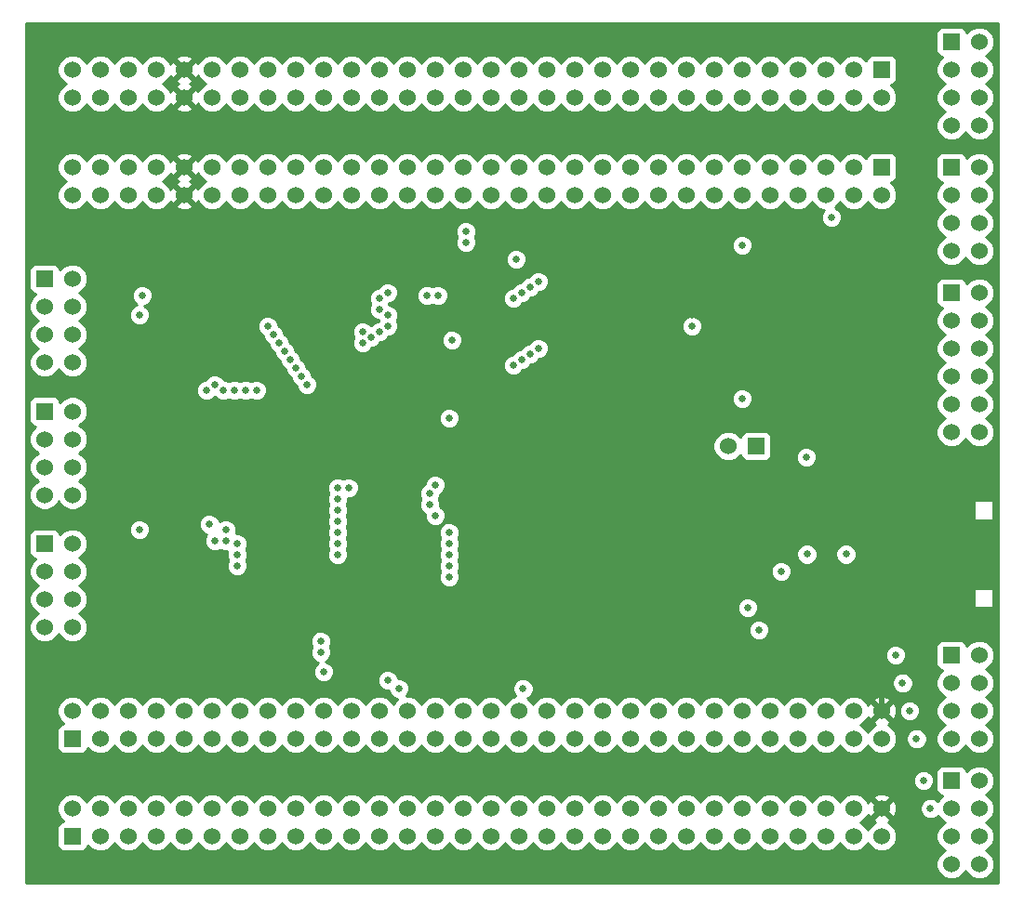
<source format=gbr>
G04 (created by PCBNEW-RS274X (2012-01-19 BZR 3256)-stable) date 01/09/2012 10:31:30*
G01*
G70*
G90*
%MOIN*%
G04 Gerber Fmt 3.4, Leading zero omitted, Abs format*
%FSLAX34Y34*%
G04 APERTURE LIST*
%ADD10C,0.006000*%
%ADD11R,0.060000X0.060000*%
%ADD12C,0.060000*%
%ADD13C,0.025000*%
%ADD14C,0.020000*%
%ADD15C,0.010000*%
G04 APERTURE END LIST*
G54D10*
G54D11*
X12000Y-36000D03*
G54D12*
X12000Y-35000D03*
X17000Y-36000D03*
X13000Y-35000D03*
X18000Y-36000D03*
X14000Y-35000D03*
X19000Y-36000D03*
X15000Y-35000D03*
X20000Y-36000D03*
X16000Y-35000D03*
X21000Y-36000D03*
X17000Y-35000D03*
X22000Y-36000D03*
X18000Y-35000D03*
X23000Y-36000D03*
X19000Y-35000D03*
X24000Y-36000D03*
X20000Y-35000D03*
X25000Y-36000D03*
X21000Y-35000D03*
X26000Y-36000D03*
X22000Y-35000D03*
X27000Y-36000D03*
X23000Y-35000D03*
X24000Y-35000D03*
X28000Y-36000D03*
X25000Y-35000D03*
X27000Y-35000D03*
X28000Y-35000D03*
X29000Y-35000D03*
X30000Y-35000D03*
X29000Y-36000D03*
X30000Y-36000D03*
X13000Y-36000D03*
X14000Y-36000D03*
X15000Y-36000D03*
X16000Y-36000D03*
X31000Y-36000D03*
X31000Y-35000D03*
X26000Y-35000D03*
X32000Y-36000D03*
X32000Y-35000D03*
X33000Y-36000D03*
X33000Y-35000D03*
X34000Y-36000D03*
X34000Y-35000D03*
X35000Y-36000D03*
X35000Y-35000D03*
X36000Y-36000D03*
X36000Y-35000D03*
X37000Y-36000D03*
X37000Y-35000D03*
X38000Y-36000D03*
X38000Y-35000D03*
X39000Y-36000D03*
X39000Y-35000D03*
X40000Y-36000D03*
X40000Y-35000D03*
X41000Y-36000D03*
X41000Y-35000D03*
G54D11*
X41000Y-12000D03*
G54D12*
X41000Y-13000D03*
X36000Y-12000D03*
X40000Y-13000D03*
X35000Y-12000D03*
X39000Y-13000D03*
X34000Y-12000D03*
X38000Y-13000D03*
X33000Y-12000D03*
X37000Y-13000D03*
X32000Y-12000D03*
X36000Y-13000D03*
X31000Y-12000D03*
X35000Y-13000D03*
X30000Y-12000D03*
X34000Y-13000D03*
X29000Y-12000D03*
X33000Y-13000D03*
X28000Y-12000D03*
X32000Y-13000D03*
X27000Y-12000D03*
X31000Y-13000D03*
X26000Y-12000D03*
X30000Y-13000D03*
X29000Y-13000D03*
X25000Y-12000D03*
X28000Y-13000D03*
X26000Y-13000D03*
X25000Y-13000D03*
X24000Y-13000D03*
X23000Y-13000D03*
X24000Y-12000D03*
X23000Y-12000D03*
X40000Y-12000D03*
X39000Y-12000D03*
X38000Y-12000D03*
X37000Y-12000D03*
X22000Y-12000D03*
X22000Y-13000D03*
X27000Y-13000D03*
X21000Y-12000D03*
X21000Y-13000D03*
X20000Y-12000D03*
X20000Y-13000D03*
X19000Y-12000D03*
X19000Y-13000D03*
X18000Y-12000D03*
X18000Y-13000D03*
X17000Y-12000D03*
X17000Y-13000D03*
X16000Y-12000D03*
X16000Y-13000D03*
X15000Y-12000D03*
X15000Y-13000D03*
X14000Y-12000D03*
X14000Y-13000D03*
X13000Y-12000D03*
X13000Y-13000D03*
X12000Y-12000D03*
X12000Y-13000D03*
G54D11*
X12000Y-32500D03*
G54D12*
X12000Y-31500D03*
X17000Y-32500D03*
X13000Y-31500D03*
X18000Y-32500D03*
X14000Y-31500D03*
X19000Y-32500D03*
X15000Y-31500D03*
X20000Y-32500D03*
X16000Y-31500D03*
X21000Y-32500D03*
X17000Y-31500D03*
X22000Y-32500D03*
X18000Y-31500D03*
X23000Y-32500D03*
X19000Y-31500D03*
X24000Y-32500D03*
X20000Y-31500D03*
X25000Y-32500D03*
X21000Y-31500D03*
X26000Y-32500D03*
X22000Y-31500D03*
X27000Y-32500D03*
X23000Y-31500D03*
X24000Y-31500D03*
X28000Y-32500D03*
X25000Y-31500D03*
X27000Y-31500D03*
X28000Y-31500D03*
X29000Y-31500D03*
X30000Y-31500D03*
X29000Y-32500D03*
X30000Y-32500D03*
X13000Y-32500D03*
X14000Y-32500D03*
X15000Y-32500D03*
X16000Y-32500D03*
X31000Y-32500D03*
X31000Y-31500D03*
X26000Y-31500D03*
X32000Y-32500D03*
X32000Y-31500D03*
X33000Y-32500D03*
X33000Y-31500D03*
X34000Y-32500D03*
X34000Y-31500D03*
X35000Y-32500D03*
X35000Y-31500D03*
X36000Y-32500D03*
X36000Y-31500D03*
X37000Y-32500D03*
X37000Y-31500D03*
X38000Y-32500D03*
X38000Y-31500D03*
X39000Y-32500D03*
X39000Y-31500D03*
X40000Y-32500D03*
X40000Y-31500D03*
X41000Y-32500D03*
X41000Y-31500D03*
G54D11*
X41000Y-08500D03*
G54D12*
X41000Y-09500D03*
X36000Y-08500D03*
X40000Y-09500D03*
X35000Y-08500D03*
X39000Y-09500D03*
X34000Y-08500D03*
X38000Y-09500D03*
X33000Y-08500D03*
X37000Y-09500D03*
X32000Y-08500D03*
X36000Y-09500D03*
X31000Y-08500D03*
X35000Y-09500D03*
X30000Y-08500D03*
X34000Y-09500D03*
X29000Y-08500D03*
X33000Y-09500D03*
X28000Y-08500D03*
X32000Y-09500D03*
X27000Y-08500D03*
X31000Y-09500D03*
X26000Y-08500D03*
X30000Y-09500D03*
X29000Y-09500D03*
X25000Y-08500D03*
X28000Y-09500D03*
X26000Y-09500D03*
X25000Y-09500D03*
X24000Y-09500D03*
X23000Y-09500D03*
X24000Y-08500D03*
X23000Y-08500D03*
X40000Y-08500D03*
X39000Y-08500D03*
X38000Y-08500D03*
X37000Y-08500D03*
X22000Y-08500D03*
X22000Y-09500D03*
X27000Y-09500D03*
X21000Y-08500D03*
X21000Y-09500D03*
X20000Y-08500D03*
X20000Y-09500D03*
X19000Y-08500D03*
X19000Y-09500D03*
X18000Y-08500D03*
X18000Y-09500D03*
X17000Y-08500D03*
X17000Y-09500D03*
X16000Y-08500D03*
X16000Y-09500D03*
X15000Y-08500D03*
X15000Y-09500D03*
X14000Y-08500D03*
X14000Y-09500D03*
X13000Y-08500D03*
X13000Y-09500D03*
X12000Y-08500D03*
X12000Y-09500D03*
G54D11*
X43500Y-16500D03*
G54D12*
X44500Y-16500D03*
X43500Y-17500D03*
X44500Y-17500D03*
X43500Y-18500D03*
X44500Y-18500D03*
X43500Y-19500D03*
X44500Y-19500D03*
X43500Y-20500D03*
X44500Y-20500D03*
X43500Y-21500D03*
X44500Y-21500D03*
G54D11*
X43500Y-12000D03*
G54D12*
X44500Y-12000D03*
X43500Y-13000D03*
X44500Y-13000D03*
X43500Y-14000D03*
X44500Y-14000D03*
X43500Y-15000D03*
X44500Y-15000D03*
G54D11*
X43500Y-07500D03*
G54D12*
X44500Y-07500D03*
X43500Y-08500D03*
X44500Y-08500D03*
X43500Y-09500D03*
X44500Y-09500D03*
X43500Y-10500D03*
X44500Y-10500D03*
G54D11*
X11000Y-25500D03*
G54D12*
X12000Y-25500D03*
X11000Y-26500D03*
X12000Y-26500D03*
X11000Y-27500D03*
X12000Y-27500D03*
X11000Y-28500D03*
X12000Y-28500D03*
G54D11*
X11000Y-20750D03*
G54D12*
X12000Y-20750D03*
X11000Y-21750D03*
X12000Y-21750D03*
X11000Y-22750D03*
X12000Y-22750D03*
X11000Y-23750D03*
X12000Y-23750D03*
G54D11*
X11000Y-16000D03*
G54D12*
X12000Y-16000D03*
X11000Y-17000D03*
X12000Y-17000D03*
X11000Y-18000D03*
X12000Y-18000D03*
X11000Y-19000D03*
X12000Y-19000D03*
G54D11*
X43500Y-34000D03*
G54D12*
X44500Y-34000D03*
X43500Y-35000D03*
X44500Y-35000D03*
X43500Y-36000D03*
X44500Y-36000D03*
X43500Y-37000D03*
X44500Y-37000D03*
G54D11*
X43500Y-29500D03*
G54D12*
X44500Y-29500D03*
X43500Y-30500D03*
X44500Y-30500D03*
X43500Y-31500D03*
X44500Y-31500D03*
X43500Y-32500D03*
X44500Y-32500D03*
G54D11*
X36500Y-22000D03*
G54D12*
X35500Y-22000D03*
G54D13*
X36200Y-27800D03*
X36600Y-28600D03*
X20900Y-29400D03*
X16800Y-20000D03*
X21000Y-30100D03*
X17100Y-19800D03*
X17400Y-20000D03*
X17900Y-26300D03*
X17800Y-20000D03*
X17900Y-25900D03*
X18200Y-20000D03*
X17900Y-25500D03*
X17500Y-25000D03*
X17500Y-25400D03*
X28700Y-16100D03*
X21500Y-25900D03*
X19000Y-17700D03*
X19200Y-18000D03*
X21500Y-25500D03*
X28400Y-16300D03*
X25500Y-25500D03*
X23000Y-17900D03*
X23300Y-17700D03*
X25500Y-25100D03*
X25000Y-24500D03*
X23300Y-17300D03*
X24800Y-24100D03*
X23000Y-17100D03*
X24800Y-23700D03*
X23000Y-16700D03*
X23300Y-16500D03*
X25000Y-23400D03*
X28100Y-16500D03*
X21500Y-25100D03*
X19400Y-18300D03*
X27800Y-16700D03*
X19600Y-18600D03*
X21500Y-24700D03*
X21500Y-24300D03*
X19800Y-18900D03*
X28700Y-18500D03*
X28400Y-18700D03*
X21500Y-23900D03*
X20000Y-19200D03*
X28100Y-18900D03*
X21500Y-23500D03*
X20200Y-19500D03*
X20400Y-19800D03*
X27800Y-19100D03*
X21900Y-23500D03*
X22400Y-18300D03*
X25500Y-26300D03*
X22700Y-18100D03*
X25500Y-25900D03*
X26100Y-14300D03*
X27900Y-15300D03*
X24700Y-16600D03*
X28150Y-30700D03*
X22400Y-17900D03*
X25500Y-26700D03*
X20900Y-29000D03*
X25100Y-16600D03*
X23300Y-30400D03*
X17100Y-25400D03*
X18600Y-20000D03*
X23700Y-30700D03*
X16900Y-24800D03*
X26100Y-14700D03*
X14500Y-16600D03*
X39200Y-13800D03*
X42750Y-35000D03*
X42500Y-34000D03*
X42000Y-31500D03*
X41750Y-30500D03*
X42250Y-32500D03*
X41500Y-29500D03*
X39725Y-25875D03*
X38300Y-22400D03*
X38325Y-25875D03*
X21100Y-18800D03*
X40300Y-20600D03*
X25600Y-17200D03*
X18200Y-15900D03*
X15100Y-18700D03*
X39800Y-26800D03*
X14000Y-29500D03*
X34200Y-17300D03*
X32400Y-15500D03*
X26100Y-23400D03*
X40100Y-28600D03*
X25500Y-21000D03*
X14400Y-17300D03*
X14400Y-25000D03*
X25600Y-18200D03*
X37400Y-26500D03*
X34200Y-17700D03*
X36000Y-14800D03*
X36000Y-20300D03*
G54D14*
X15400Y-18700D02*
X15100Y-18700D01*
X25000Y-17800D02*
X25600Y-17200D01*
X40200Y-26400D02*
X39800Y-26800D01*
X18200Y-15200D02*
X18200Y-15900D01*
X34200Y-17300D02*
X25700Y-17300D01*
X22200Y-20600D02*
X16700Y-20600D01*
X18200Y-15900D02*
X15400Y-18700D01*
X15100Y-28400D02*
X14000Y-29500D01*
X40100Y-28600D02*
X41000Y-29500D01*
X25600Y-17200D02*
X22200Y-20600D01*
X26100Y-23400D02*
X25000Y-22300D01*
X40100Y-27100D02*
X40100Y-28600D01*
X34200Y-17300D02*
X32400Y-15500D01*
X21100Y-18800D02*
X18200Y-15900D01*
X16700Y-20600D02*
X15100Y-19000D01*
X15100Y-19000D02*
X15100Y-18700D01*
X16000Y-13000D02*
X18200Y-15200D01*
X41000Y-29500D02*
X41000Y-31500D01*
X39800Y-26800D02*
X40100Y-27100D01*
X40200Y-20700D02*
X40200Y-26400D01*
X40300Y-20600D02*
X40200Y-20700D01*
X15100Y-18700D02*
X15100Y-28400D01*
X25000Y-22300D02*
X25000Y-17800D01*
X25700Y-17300D02*
X25600Y-17200D01*
G54D10*
G36*
X45175Y-37675D02*
X45049Y-37675D01*
X45049Y-37109D01*
X45049Y-36891D01*
X44999Y-36770D01*
X44965Y-36689D01*
X44811Y-36535D01*
X44726Y-36500D01*
X44811Y-36465D01*
X44965Y-36311D01*
X44999Y-36229D01*
X45049Y-36109D01*
X45049Y-35891D01*
X44999Y-35770D01*
X44965Y-35689D01*
X44811Y-35535D01*
X44726Y-35500D01*
X44811Y-35465D01*
X44965Y-35311D01*
X44999Y-35229D01*
X45049Y-35109D01*
X45049Y-34891D01*
X44999Y-34770D01*
X44965Y-34689D01*
X44811Y-34535D01*
X44726Y-34500D01*
X44811Y-34465D01*
X44965Y-34311D01*
X44999Y-34229D01*
X45049Y-34109D01*
X45049Y-33891D01*
X45049Y-32609D01*
X45049Y-32391D01*
X44999Y-32270D01*
X44965Y-32189D01*
X44811Y-32035D01*
X44726Y-32000D01*
X44811Y-31965D01*
X44965Y-31811D01*
X44999Y-31729D01*
X45049Y-31609D01*
X45049Y-31391D01*
X44999Y-31270D01*
X44965Y-31189D01*
X44811Y-31035D01*
X44726Y-31000D01*
X44811Y-30965D01*
X44965Y-30811D01*
X44999Y-30729D01*
X45049Y-30609D01*
X45049Y-30391D01*
X44999Y-30270D01*
X44965Y-30189D01*
X44811Y-30035D01*
X44726Y-30000D01*
X44811Y-29965D01*
X44965Y-29811D01*
X44999Y-29729D01*
X45049Y-29609D01*
X45049Y-29391D01*
X45049Y-21609D01*
X45049Y-21391D01*
X44965Y-21189D01*
X44811Y-21035D01*
X44726Y-21000D01*
X44811Y-20965D01*
X44965Y-20811D01*
X45049Y-20609D01*
X45049Y-20391D01*
X44965Y-20189D01*
X44811Y-20035D01*
X44726Y-20000D01*
X44811Y-19965D01*
X44965Y-19811D01*
X45049Y-19609D01*
X45049Y-19391D01*
X44965Y-19189D01*
X44811Y-19035D01*
X44726Y-19000D01*
X44811Y-18965D01*
X44965Y-18811D01*
X45049Y-18609D01*
X45049Y-18391D01*
X44965Y-18189D01*
X44811Y-18035D01*
X44726Y-18000D01*
X44811Y-17965D01*
X44965Y-17811D01*
X45049Y-17609D01*
X45049Y-17391D01*
X44965Y-17189D01*
X44811Y-17035D01*
X44726Y-17000D01*
X44811Y-16965D01*
X44965Y-16811D01*
X45049Y-16609D01*
X45049Y-16391D01*
X45049Y-15109D01*
X45049Y-14891D01*
X44965Y-14689D01*
X44811Y-14535D01*
X44726Y-14500D01*
X44811Y-14465D01*
X44965Y-14311D01*
X45049Y-14109D01*
X45049Y-13891D01*
X44965Y-13689D01*
X44811Y-13535D01*
X44726Y-13500D01*
X44811Y-13465D01*
X44965Y-13311D01*
X45049Y-13109D01*
X45049Y-12891D01*
X44965Y-12689D01*
X44811Y-12535D01*
X44726Y-12500D01*
X44811Y-12465D01*
X44965Y-12311D01*
X45049Y-12109D01*
X45049Y-11891D01*
X45049Y-10609D01*
X45049Y-10391D01*
X44965Y-10189D01*
X44811Y-10035D01*
X44726Y-10000D01*
X44811Y-09965D01*
X44965Y-09811D01*
X45049Y-09609D01*
X45049Y-09391D01*
X44965Y-09189D01*
X44811Y-09035D01*
X44726Y-09000D01*
X44811Y-08965D01*
X44965Y-08811D01*
X45049Y-08609D01*
X45049Y-08391D01*
X44965Y-08189D01*
X44811Y-08035D01*
X44726Y-08000D01*
X44811Y-07965D01*
X44965Y-07811D01*
X45049Y-07609D01*
X45049Y-07391D01*
X44965Y-07189D01*
X44811Y-07035D01*
X44609Y-06951D01*
X44391Y-06951D01*
X44189Y-07035D01*
X44049Y-07175D01*
X44049Y-07151D01*
X44011Y-07059D01*
X43941Y-06989D01*
X43850Y-06951D01*
X43751Y-06951D01*
X43151Y-06951D01*
X43059Y-06989D01*
X42989Y-07059D01*
X42951Y-07150D01*
X42951Y-07249D01*
X42951Y-07849D01*
X42989Y-07941D01*
X43059Y-08011D01*
X43150Y-08049D01*
X43175Y-08049D01*
X43035Y-08189D01*
X42951Y-08391D01*
X42951Y-08609D01*
X43035Y-08811D01*
X43189Y-08965D01*
X43273Y-09000D01*
X43189Y-09035D01*
X43035Y-09189D01*
X42951Y-09391D01*
X42951Y-09609D01*
X43035Y-09811D01*
X43189Y-09965D01*
X43273Y-10000D01*
X43189Y-10035D01*
X43035Y-10189D01*
X42951Y-10391D01*
X42951Y-10609D01*
X43035Y-10811D01*
X43189Y-10965D01*
X43391Y-11049D01*
X43609Y-11049D01*
X43811Y-10965D01*
X43965Y-10811D01*
X44000Y-10726D01*
X44035Y-10811D01*
X44189Y-10965D01*
X44391Y-11049D01*
X44609Y-11049D01*
X44811Y-10965D01*
X44965Y-10811D01*
X45049Y-10609D01*
X45049Y-11891D01*
X44965Y-11689D01*
X44811Y-11535D01*
X44609Y-11451D01*
X44391Y-11451D01*
X44189Y-11535D01*
X44049Y-11675D01*
X44049Y-11651D01*
X44011Y-11559D01*
X43941Y-11489D01*
X43850Y-11451D01*
X43751Y-11451D01*
X43151Y-11451D01*
X43059Y-11489D01*
X42989Y-11559D01*
X42951Y-11650D01*
X42951Y-11749D01*
X42951Y-12349D01*
X42989Y-12441D01*
X43059Y-12511D01*
X43150Y-12549D01*
X43175Y-12549D01*
X43035Y-12689D01*
X42951Y-12891D01*
X42951Y-13109D01*
X43035Y-13311D01*
X43189Y-13465D01*
X43273Y-13500D01*
X43189Y-13535D01*
X43035Y-13689D01*
X42951Y-13891D01*
X42951Y-14109D01*
X43035Y-14311D01*
X43189Y-14465D01*
X43273Y-14500D01*
X43189Y-14535D01*
X43035Y-14689D01*
X42951Y-14891D01*
X42951Y-15109D01*
X43035Y-15311D01*
X43189Y-15465D01*
X43391Y-15549D01*
X43609Y-15549D01*
X43811Y-15465D01*
X43965Y-15311D01*
X44000Y-15226D01*
X44035Y-15311D01*
X44189Y-15465D01*
X44391Y-15549D01*
X44609Y-15549D01*
X44811Y-15465D01*
X44965Y-15311D01*
X45049Y-15109D01*
X45049Y-16391D01*
X44965Y-16189D01*
X44811Y-16035D01*
X44609Y-15951D01*
X44391Y-15951D01*
X44189Y-16035D01*
X44049Y-16175D01*
X44049Y-16151D01*
X44011Y-16059D01*
X43941Y-15989D01*
X43850Y-15951D01*
X43751Y-15951D01*
X43151Y-15951D01*
X43059Y-15989D01*
X42989Y-16059D01*
X42951Y-16150D01*
X42951Y-16249D01*
X42951Y-16849D01*
X42989Y-16941D01*
X43059Y-17011D01*
X43150Y-17049D01*
X43175Y-17049D01*
X43035Y-17189D01*
X42951Y-17391D01*
X42951Y-17609D01*
X43035Y-17811D01*
X43189Y-17965D01*
X43273Y-18000D01*
X43189Y-18035D01*
X43035Y-18189D01*
X42951Y-18391D01*
X42951Y-18609D01*
X43035Y-18811D01*
X43189Y-18965D01*
X43273Y-19000D01*
X43189Y-19035D01*
X43035Y-19189D01*
X42951Y-19391D01*
X42951Y-19609D01*
X43035Y-19811D01*
X43189Y-19965D01*
X43273Y-20000D01*
X43189Y-20035D01*
X43035Y-20189D01*
X42951Y-20391D01*
X42951Y-20609D01*
X43035Y-20811D01*
X43189Y-20965D01*
X43273Y-21000D01*
X43189Y-21035D01*
X43035Y-21189D01*
X42951Y-21391D01*
X42951Y-21609D01*
X43035Y-21811D01*
X43189Y-21965D01*
X43391Y-22049D01*
X43609Y-22049D01*
X43811Y-21965D01*
X43965Y-21811D01*
X44000Y-21726D01*
X44035Y-21811D01*
X44189Y-21965D01*
X44391Y-22049D01*
X44609Y-22049D01*
X44811Y-21965D01*
X44965Y-21811D01*
X45049Y-21609D01*
X45049Y-29391D01*
X44999Y-29270D01*
X44999Y-27802D01*
X44999Y-27096D01*
X44999Y-24652D01*
X44999Y-23946D01*
X44293Y-23946D01*
X44293Y-24652D01*
X44999Y-24652D01*
X44999Y-27096D01*
X44293Y-27096D01*
X44293Y-27802D01*
X44999Y-27802D01*
X44999Y-29270D01*
X44965Y-29189D01*
X44811Y-29035D01*
X44609Y-28951D01*
X44391Y-28951D01*
X44189Y-29035D01*
X44049Y-29175D01*
X44049Y-29151D01*
X44011Y-29059D01*
X43941Y-28989D01*
X43850Y-28951D01*
X43751Y-28951D01*
X43151Y-28951D01*
X43059Y-28989D01*
X42989Y-29059D01*
X42951Y-29150D01*
X42951Y-29249D01*
X42951Y-29849D01*
X42989Y-29941D01*
X43059Y-30011D01*
X43150Y-30049D01*
X43175Y-30049D01*
X43035Y-30189D01*
X42951Y-30391D01*
X42951Y-30609D01*
X43035Y-30811D01*
X43189Y-30965D01*
X43273Y-31000D01*
X43189Y-31035D01*
X43035Y-31189D01*
X42951Y-31391D01*
X42951Y-31609D01*
X43035Y-31811D01*
X43189Y-31965D01*
X43273Y-32000D01*
X43189Y-32035D01*
X43035Y-32189D01*
X42951Y-32391D01*
X42951Y-32609D01*
X43035Y-32811D01*
X43189Y-32965D01*
X43391Y-33049D01*
X43609Y-33049D01*
X43811Y-32965D01*
X43965Y-32811D01*
X44000Y-32726D01*
X44035Y-32811D01*
X44189Y-32965D01*
X44391Y-33049D01*
X44609Y-33049D01*
X44811Y-32965D01*
X44965Y-32811D01*
X44999Y-32729D01*
X45049Y-32609D01*
X45049Y-33891D01*
X44999Y-33770D01*
X44965Y-33689D01*
X44811Y-33535D01*
X44609Y-33451D01*
X44391Y-33451D01*
X44189Y-33535D01*
X44049Y-33675D01*
X44049Y-33651D01*
X44011Y-33559D01*
X43941Y-33489D01*
X43850Y-33451D01*
X43751Y-33451D01*
X43151Y-33451D01*
X43059Y-33489D01*
X42989Y-33559D01*
X42951Y-33650D01*
X42951Y-33749D01*
X42951Y-34349D01*
X42989Y-34441D01*
X43059Y-34511D01*
X43150Y-34549D01*
X43175Y-34549D01*
X43035Y-34689D01*
X43015Y-34735D01*
X42963Y-34683D01*
X42875Y-34646D01*
X42875Y-34075D01*
X42875Y-33926D01*
X42818Y-33788D01*
X42713Y-33683D01*
X42625Y-33646D01*
X42625Y-32575D01*
X42625Y-32426D01*
X42568Y-32288D01*
X42463Y-32183D01*
X42375Y-32146D01*
X42375Y-31575D01*
X42375Y-31426D01*
X42318Y-31288D01*
X42213Y-31183D01*
X42125Y-31146D01*
X42125Y-30575D01*
X42125Y-30426D01*
X42068Y-30288D01*
X41963Y-30183D01*
X41875Y-30146D01*
X41875Y-29575D01*
X41875Y-29426D01*
X41818Y-29288D01*
X41713Y-29183D01*
X41575Y-29125D01*
X41549Y-29125D01*
X41549Y-13109D01*
X41549Y-12891D01*
X41465Y-12689D01*
X41325Y-12549D01*
X41349Y-12549D01*
X41441Y-12511D01*
X41511Y-12441D01*
X41549Y-12350D01*
X41549Y-12251D01*
X41549Y-11651D01*
X41549Y-09609D01*
X41549Y-09391D01*
X41465Y-09189D01*
X41325Y-09049D01*
X41349Y-09049D01*
X41441Y-09011D01*
X41511Y-08941D01*
X41549Y-08850D01*
X41549Y-08751D01*
X41549Y-08151D01*
X41511Y-08059D01*
X41441Y-07989D01*
X41350Y-07951D01*
X41251Y-07951D01*
X40651Y-07951D01*
X40559Y-07989D01*
X40489Y-08059D01*
X40451Y-08150D01*
X40451Y-08175D01*
X40311Y-08035D01*
X40109Y-07951D01*
X39891Y-07951D01*
X39689Y-08035D01*
X39535Y-08189D01*
X39500Y-08273D01*
X39465Y-08189D01*
X39311Y-08035D01*
X39109Y-07951D01*
X38891Y-07951D01*
X38689Y-08035D01*
X38535Y-08189D01*
X38500Y-08273D01*
X38465Y-08189D01*
X38311Y-08035D01*
X38109Y-07951D01*
X37891Y-07951D01*
X37689Y-08035D01*
X37535Y-08189D01*
X37500Y-08273D01*
X37465Y-08189D01*
X37311Y-08035D01*
X37109Y-07951D01*
X36891Y-07951D01*
X36689Y-08035D01*
X36535Y-08189D01*
X36500Y-08273D01*
X36465Y-08189D01*
X36311Y-08035D01*
X36109Y-07951D01*
X35891Y-07951D01*
X35689Y-08035D01*
X35535Y-08189D01*
X35500Y-08273D01*
X35465Y-08189D01*
X35311Y-08035D01*
X35109Y-07951D01*
X34891Y-07951D01*
X34689Y-08035D01*
X34535Y-08189D01*
X34500Y-08273D01*
X34465Y-08189D01*
X34311Y-08035D01*
X34109Y-07951D01*
X33891Y-07951D01*
X33689Y-08035D01*
X33535Y-08189D01*
X33500Y-08273D01*
X33465Y-08189D01*
X33311Y-08035D01*
X33109Y-07951D01*
X32891Y-07951D01*
X32689Y-08035D01*
X32535Y-08189D01*
X32500Y-08273D01*
X32465Y-08189D01*
X32311Y-08035D01*
X32109Y-07951D01*
X31891Y-07951D01*
X31689Y-08035D01*
X31535Y-08189D01*
X31500Y-08273D01*
X31465Y-08189D01*
X31311Y-08035D01*
X31109Y-07951D01*
X30891Y-07951D01*
X30689Y-08035D01*
X30535Y-08189D01*
X30500Y-08273D01*
X30465Y-08189D01*
X30311Y-08035D01*
X30109Y-07951D01*
X29891Y-07951D01*
X29689Y-08035D01*
X29535Y-08189D01*
X29500Y-08273D01*
X29465Y-08189D01*
X29311Y-08035D01*
X29109Y-07951D01*
X28891Y-07951D01*
X28689Y-08035D01*
X28535Y-08189D01*
X28500Y-08273D01*
X28465Y-08189D01*
X28311Y-08035D01*
X28109Y-07951D01*
X27891Y-07951D01*
X27689Y-08035D01*
X27535Y-08189D01*
X27500Y-08273D01*
X27465Y-08189D01*
X27311Y-08035D01*
X27109Y-07951D01*
X26891Y-07951D01*
X26689Y-08035D01*
X26535Y-08189D01*
X26500Y-08273D01*
X26465Y-08189D01*
X26311Y-08035D01*
X26109Y-07951D01*
X25891Y-07951D01*
X25689Y-08035D01*
X25535Y-08189D01*
X25500Y-08273D01*
X25465Y-08189D01*
X25311Y-08035D01*
X25109Y-07951D01*
X24891Y-07951D01*
X24689Y-08035D01*
X24535Y-08189D01*
X24500Y-08273D01*
X24465Y-08189D01*
X24311Y-08035D01*
X24109Y-07951D01*
X23891Y-07951D01*
X23689Y-08035D01*
X23535Y-08189D01*
X23500Y-08273D01*
X23465Y-08189D01*
X23311Y-08035D01*
X23109Y-07951D01*
X22891Y-07951D01*
X22689Y-08035D01*
X22535Y-08189D01*
X22500Y-08273D01*
X22465Y-08189D01*
X22311Y-08035D01*
X22109Y-07951D01*
X21891Y-07951D01*
X21689Y-08035D01*
X21535Y-08189D01*
X21500Y-08273D01*
X21465Y-08189D01*
X21311Y-08035D01*
X21109Y-07951D01*
X20891Y-07951D01*
X20689Y-08035D01*
X20535Y-08189D01*
X20500Y-08273D01*
X20465Y-08189D01*
X20311Y-08035D01*
X20109Y-07951D01*
X19891Y-07951D01*
X19689Y-08035D01*
X19535Y-08189D01*
X19500Y-08273D01*
X19465Y-08189D01*
X19311Y-08035D01*
X19109Y-07951D01*
X18891Y-07951D01*
X18689Y-08035D01*
X18535Y-08189D01*
X18500Y-08273D01*
X18465Y-08189D01*
X18311Y-08035D01*
X18109Y-07951D01*
X17891Y-07951D01*
X17689Y-08035D01*
X17535Y-08189D01*
X17500Y-08273D01*
X17465Y-08189D01*
X17311Y-08035D01*
X17109Y-07951D01*
X16891Y-07951D01*
X16689Y-08035D01*
X16535Y-08189D01*
X16497Y-08280D01*
X16472Y-08219D01*
X16378Y-08192D01*
X16308Y-08262D01*
X16308Y-08122D01*
X16281Y-08028D01*
X16079Y-07957D01*
X15866Y-07968D01*
X15719Y-08028D01*
X15692Y-08122D01*
X16000Y-08429D01*
X16308Y-08122D01*
X16308Y-08262D01*
X16071Y-08500D01*
X16378Y-08808D01*
X16472Y-08781D01*
X16495Y-08715D01*
X16535Y-08811D01*
X16689Y-08965D01*
X16773Y-09000D01*
X16689Y-09035D01*
X16535Y-09189D01*
X16497Y-09280D01*
X16472Y-09219D01*
X16378Y-09192D01*
X16308Y-09262D01*
X16308Y-09122D01*
X16281Y-09028D01*
X16207Y-09002D01*
X16281Y-08972D01*
X16308Y-08878D01*
X16000Y-08571D01*
X15692Y-08878D01*
X15719Y-08972D01*
X15792Y-08997D01*
X15719Y-09028D01*
X15692Y-09122D01*
X16000Y-09429D01*
X16308Y-09122D01*
X16308Y-09262D01*
X16071Y-09500D01*
X16378Y-09808D01*
X16472Y-09781D01*
X16495Y-09715D01*
X16535Y-09811D01*
X16689Y-09965D01*
X16891Y-10049D01*
X17109Y-10049D01*
X17311Y-09965D01*
X17465Y-09811D01*
X17500Y-09726D01*
X17535Y-09811D01*
X17689Y-09965D01*
X17891Y-10049D01*
X18109Y-10049D01*
X18311Y-09965D01*
X18465Y-09811D01*
X18500Y-09726D01*
X18535Y-09811D01*
X18689Y-09965D01*
X18891Y-10049D01*
X19109Y-10049D01*
X19311Y-09965D01*
X19465Y-09811D01*
X19500Y-09726D01*
X19535Y-09811D01*
X19689Y-09965D01*
X19891Y-10049D01*
X20109Y-10049D01*
X20311Y-09965D01*
X20465Y-09811D01*
X20500Y-09726D01*
X20535Y-09811D01*
X20689Y-09965D01*
X20891Y-10049D01*
X21109Y-10049D01*
X21311Y-09965D01*
X21465Y-09811D01*
X21500Y-09726D01*
X21535Y-09811D01*
X21689Y-09965D01*
X21891Y-10049D01*
X22109Y-10049D01*
X22311Y-09965D01*
X22465Y-09811D01*
X22500Y-09726D01*
X22535Y-09811D01*
X22689Y-09965D01*
X22891Y-10049D01*
X23109Y-10049D01*
X23311Y-09965D01*
X23465Y-09811D01*
X23500Y-09726D01*
X23535Y-09811D01*
X23689Y-09965D01*
X23891Y-10049D01*
X24109Y-10049D01*
X24311Y-09965D01*
X24465Y-09811D01*
X24500Y-09726D01*
X24535Y-09811D01*
X24689Y-09965D01*
X24891Y-10049D01*
X25109Y-10049D01*
X25311Y-09965D01*
X25465Y-09811D01*
X25500Y-09726D01*
X25535Y-09811D01*
X25689Y-09965D01*
X25891Y-10049D01*
X26109Y-10049D01*
X26311Y-09965D01*
X26465Y-09811D01*
X26500Y-09726D01*
X26535Y-09811D01*
X26689Y-09965D01*
X26891Y-10049D01*
X27109Y-10049D01*
X27311Y-09965D01*
X27465Y-09811D01*
X27500Y-09726D01*
X27535Y-09811D01*
X27689Y-09965D01*
X27891Y-10049D01*
X28109Y-10049D01*
X28311Y-09965D01*
X28465Y-09811D01*
X28500Y-09726D01*
X28535Y-09811D01*
X28689Y-09965D01*
X28891Y-10049D01*
X29109Y-10049D01*
X29311Y-09965D01*
X29465Y-09811D01*
X29500Y-09726D01*
X29535Y-09811D01*
X29689Y-09965D01*
X29891Y-10049D01*
X30109Y-10049D01*
X30311Y-09965D01*
X30465Y-09811D01*
X30500Y-09726D01*
X30535Y-09811D01*
X30689Y-09965D01*
X30891Y-10049D01*
X31109Y-10049D01*
X31311Y-09965D01*
X31465Y-09811D01*
X31500Y-09726D01*
X31535Y-09811D01*
X31689Y-09965D01*
X31891Y-10049D01*
X32109Y-10049D01*
X32311Y-09965D01*
X32465Y-09811D01*
X32500Y-09726D01*
X32535Y-09811D01*
X32689Y-09965D01*
X32891Y-10049D01*
X33109Y-10049D01*
X33311Y-09965D01*
X33465Y-09811D01*
X33500Y-09726D01*
X33535Y-09811D01*
X33689Y-09965D01*
X33891Y-10049D01*
X34109Y-10049D01*
X34311Y-09965D01*
X34465Y-09811D01*
X34500Y-09726D01*
X34535Y-09811D01*
X34689Y-09965D01*
X34891Y-10049D01*
X35109Y-10049D01*
X35311Y-09965D01*
X35465Y-09811D01*
X35500Y-09726D01*
X35535Y-09811D01*
X35689Y-09965D01*
X35891Y-10049D01*
X36109Y-10049D01*
X36311Y-09965D01*
X36465Y-09811D01*
X36500Y-09726D01*
X36535Y-09811D01*
X36689Y-09965D01*
X36891Y-10049D01*
X37109Y-10049D01*
X37311Y-09965D01*
X37465Y-09811D01*
X37500Y-09726D01*
X37535Y-09811D01*
X37689Y-09965D01*
X37891Y-10049D01*
X38109Y-10049D01*
X38311Y-09965D01*
X38465Y-09811D01*
X38500Y-09726D01*
X38535Y-09811D01*
X38689Y-09965D01*
X38891Y-10049D01*
X39109Y-10049D01*
X39311Y-09965D01*
X39465Y-09811D01*
X39500Y-09726D01*
X39535Y-09811D01*
X39689Y-09965D01*
X39891Y-10049D01*
X40109Y-10049D01*
X40311Y-09965D01*
X40465Y-09811D01*
X40500Y-09726D01*
X40535Y-09811D01*
X40689Y-09965D01*
X40891Y-10049D01*
X41109Y-10049D01*
X41311Y-09965D01*
X41465Y-09811D01*
X41549Y-09609D01*
X41549Y-11651D01*
X41511Y-11559D01*
X41441Y-11489D01*
X41350Y-11451D01*
X41251Y-11451D01*
X40651Y-11451D01*
X40559Y-11489D01*
X40489Y-11559D01*
X40451Y-11650D01*
X40451Y-11675D01*
X40311Y-11535D01*
X40109Y-11451D01*
X39891Y-11451D01*
X39689Y-11535D01*
X39535Y-11689D01*
X39500Y-11773D01*
X39465Y-11689D01*
X39311Y-11535D01*
X39109Y-11451D01*
X38891Y-11451D01*
X38689Y-11535D01*
X38535Y-11689D01*
X38500Y-11773D01*
X38465Y-11689D01*
X38311Y-11535D01*
X38109Y-11451D01*
X37891Y-11451D01*
X37689Y-11535D01*
X37535Y-11689D01*
X37500Y-11773D01*
X37465Y-11689D01*
X37311Y-11535D01*
X37109Y-11451D01*
X36891Y-11451D01*
X36689Y-11535D01*
X36535Y-11689D01*
X36500Y-11773D01*
X36465Y-11689D01*
X36311Y-11535D01*
X36109Y-11451D01*
X35891Y-11451D01*
X35689Y-11535D01*
X35535Y-11689D01*
X35500Y-11773D01*
X35465Y-11689D01*
X35311Y-11535D01*
X35109Y-11451D01*
X34891Y-11451D01*
X34689Y-11535D01*
X34535Y-11689D01*
X34500Y-11773D01*
X34465Y-11689D01*
X34311Y-11535D01*
X34109Y-11451D01*
X33891Y-11451D01*
X33689Y-11535D01*
X33535Y-11689D01*
X33500Y-11773D01*
X33465Y-11689D01*
X33311Y-11535D01*
X33109Y-11451D01*
X32891Y-11451D01*
X32689Y-11535D01*
X32535Y-11689D01*
X32500Y-11773D01*
X32465Y-11689D01*
X32311Y-11535D01*
X32109Y-11451D01*
X31891Y-11451D01*
X31689Y-11535D01*
X31535Y-11689D01*
X31500Y-11773D01*
X31465Y-11689D01*
X31311Y-11535D01*
X31109Y-11451D01*
X30891Y-11451D01*
X30689Y-11535D01*
X30535Y-11689D01*
X30500Y-11773D01*
X30465Y-11689D01*
X30311Y-11535D01*
X30109Y-11451D01*
X29891Y-11451D01*
X29689Y-11535D01*
X29535Y-11689D01*
X29500Y-11773D01*
X29465Y-11689D01*
X29311Y-11535D01*
X29109Y-11451D01*
X28891Y-11451D01*
X28689Y-11535D01*
X28535Y-11689D01*
X28500Y-11773D01*
X28465Y-11689D01*
X28311Y-11535D01*
X28109Y-11451D01*
X27891Y-11451D01*
X27689Y-11535D01*
X27535Y-11689D01*
X27500Y-11773D01*
X27465Y-11689D01*
X27311Y-11535D01*
X27109Y-11451D01*
X26891Y-11451D01*
X26689Y-11535D01*
X26535Y-11689D01*
X26500Y-11773D01*
X26465Y-11689D01*
X26311Y-11535D01*
X26109Y-11451D01*
X25891Y-11451D01*
X25689Y-11535D01*
X25535Y-11689D01*
X25500Y-11773D01*
X25465Y-11689D01*
X25311Y-11535D01*
X25109Y-11451D01*
X24891Y-11451D01*
X24689Y-11535D01*
X24535Y-11689D01*
X24500Y-11773D01*
X24465Y-11689D01*
X24311Y-11535D01*
X24109Y-11451D01*
X23891Y-11451D01*
X23689Y-11535D01*
X23535Y-11689D01*
X23500Y-11773D01*
X23465Y-11689D01*
X23311Y-11535D01*
X23109Y-11451D01*
X22891Y-11451D01*
X22689Y-11535D01*
X22535Y-11689D01*
X22500Y-11773D01*
X22465Y-11689D01*
X22311Y-11535D01*
X22109Y-11451D01*
X21891Y-11451D01*
X21689Y-11535D01*
X21535Y-11689D01*
X21500Y-11773D01*
X21465Y-11689D01*
X21311Y-11535D01*
X21109Y-11451D01*
X20891Y-11451D01*
X20689Y-11535D01*
X20535Y-11689D01*
X20500Y-11773D01*
X20465Y-11689D01*
X20311Y-11535D01*
X20109Y-11451D01*
X19891Y-11451D01*
X19689Y-11535D01*
X19535Y-11689D01*
X19500Y-11773D01*
X19465Y-11689D01*
X19311Y-11535D01*
X19109Y-11451D01*
X18891Y-11451D01*
X18689Y-11535D01*
X18535Y-11689D01*
X18500Y-11773D01*
X18465Y-11689D01*
X18311Y-11535D01*
X18109Y-11451D01*
X17891Y-11451D01*
X17689Y-11535D01*
X17535Y-11689D01*
X17500Y-11773D01*
X17465Y-11689D01*
X17311Y-11535D01*
X17109Y-11451D01*
X16891Y-11451D01*
X16689Y-11535D01*
X16535Y-11689D01*
X16497Y-11780D01*
X16472Y-11719D01*
X16378Y-11692D01*
X16308Y-11762D01*
X16308Y-11622D01*
X16308Y-09878D01*
X16000Y-09571D01*
X15929Y-09641D01*
X15929Y-09500D01*
X15622Y-09192D01*
X15528Y-09219D01*
X15504Y-09284D01*
X15465Y-09189D01*
X15311Y-09035D01*
X15226Y-09000D01*
X15311Y-08965D01*
X15465Y-08811D01*
X15502Y-08719D01*
X15528Y-08781D01*
X15622Y-08808D01*
X15929Y-08500D01*
X15622Y-08192D01*
X15528Y-08219D01*
X15504Y-08284D01*
X15465Y-08189D01*
X15311Y-08035D01*
X15109Y-07951D01*
X14891Y-07951D01*
X14689Y-08035D01*
X14535Y-08189D01*
X14500Y-08273D01*
X14465Y-08189D01*
X14311Y-08035D01*
X14109Y-07951D01*
X13891Y-07951D01*
X13689Y-08035D01*
X13535Y-08189D01*
X13500Y-08273D01*
X13465Y-08189D01*
X13311Y-08035D01*
X13109Y-07951D01*
X12891Y-07951D01*
X12689Y-08035D01*
X12535Y-08189D01*
X12500Y-08273D01*
X12465Y-08189D01*
X12311Y-08035D01*
X12109Y-07951D01*
X11891Y-07951D01*
X11689Y-08035D01*
X11535Y-08189D01*
X11451Y-08391D01*
X11451Y-08609D01*
X11535Y-08811D01*
X11689Y-08965D01*
X11773Y-09000D01*
X11689Y-09035D01*
X11535Y-09189D01*
X11451Y-09391D01*
X11451Y-09609D01*
X11535Y-09811D01*
X11689Y-09965D01*
X11891Y-10049D01*
X12109Y-10049D01*
X12311Y-09965D01*
X12465Y-09811D01*
X12500Y-09726D01*
X12535Y-09811D01*
X12689Y-09965D01*
X12891Y-10049D01*
X13109Y-10049D01*
X13311Y-09965D01*
X13465Y-09811D01*
X13500Y-09726D01*
X13535Y-09811D01*
X13689Y-09965D01*
X13891Y-10049D01*
X14109Y-10049D01*
X14311Y-09965D01*
X14465Y-09811D01*
X14500Y-09726D01*
X14535Y-09811D01*
X14689Y-09965D01*
X14891Y-10049D01*
X15109Y-10049D01*
X15311Y-09965D01*
X15465Y-09811D01*
X15502Y-09719D01*
X15528Y-09781D01*
X15622Y-09808D01*
X15929Y-09500D01*
X15929Y-09641D01*
X15692Y-09878D01*
X15719Y-09972D01*
X15921Y-10043D01*
X16134Y-10032D01*
X16281Y-09972D01*
X16308Y-09878D01*
X16308Y-11622D01*
X16281Y-11528D01*
X16079Y-11457D01*
X15866Y-11468D01*
X15719Y-11528D01*
X15692Y-11622D01*
X16000Y-11929D01*
X16308Y-11622D01*
X16308Y-11762D01*
X16071Y-12000D01*
X16378Y-12308D01*
X16472Y-12281D01*
X16495Y-12215D01*
X16535Y-12311D01*
X16689Y-12465D01*
X16773Y-12500D01*
X16689Y-12535D01*
X16535Y-12689D01*
X16497Y-12780D01*
X16472Y-12719D01*
X16378Y-12692D01*
X16308Y-12762D01*
X16308Y-12622D01*
X16281Y-12528D01*
X16207Y-12502D01*
X16281Y-12472D01*
X16308Y-12378D01*
X16000Y-12071D01*
X15692Y-12378D01*
X15719Y-12472D01*
X15792Y-12497D01*
X15719Y-12528D01*
X15692Y-12622D01*
X16000Y-12929D01*
X16308Y-12622D01*
X16308Y-12762D01*
X16071Y-13000D01*
X16378Y-13308D01*
X16472Y-13281D01*
X16495Y-13215D01*
X16535Y-13311D01*
X16689Y-13465D01*
X16891Y-13549D01*
X17109Y-13549D01*
X17311Y-13465D01*
X17465Y-13311D01*
X17500Y-13226D01*
X17535Y-13311D01*
X17689Y-13465D01*
X17891Y-13549D01*
X18109Y-13549D01*
X18311Y-13465D01*
X18465Y-13311D01*
X18500Y-13226D01*
X18535Y-13311D01*
X18689Y-13465D01*
X18891Y-13549D01*
X19109Y-13549D01*
X19311Y-13465D01*
X19465Y-13311D01*
X19500Y-13226D01*
X19535Y-13311D01*
X19689Y-13465D01*
X19891Y-13549D01*
X20109Y-13549D01*
X20311Y-13465D01*
X20465Y-13311D01*
X20500Y-13226D01*
X20535Y-13311D01*
X20689Y-13465D01*
X20891Y-13549D01*
X21109Y-13549D01*
X21311Y-13465D01*
X21465Y-13311D01*
X21500Y-13226D01*
X21535Y-13311D01*
X21689Y-13465D01*
X21891Y-13549D01*
X22109Y-13549D01*
X22311Y-13465D01*
X22465Y-13311D01*
X22500Y-13226D01*
X22535Y-13311D01*
X22689Y-13465D01*
X22891Y-13549D01*
X23109Y-13549D01*
X23311Y-13465D01*
X23465Y-13311D01*
X23500Y-13226D01*
X23535Y-13311D01*
X23689Y-13465D01*
X23891Y-13549D01*
X24109Y-13549D01*
X24311Y-13465D01*
X24465Y-13311D01*
X24500Y-13226D01*
X24535Y-13311D01*
X24689Y-13465D01*
X24891Y-13549D01*
X25109Y-13549D01*
X25311Y-13465D01*
X25465Y-13311D01*
X25500Y-13226D01*
X25535Y-13311D01*
X25689Y-13465D01*
X25891Y-13549D01*
X26109Y-13549D01*
X26311Y-13465D01*
X26465Y-13311D01*
X26500Y-13226D01*
X26535Y-13311D01*
X26689Y-13465D01*
X26891Y-13549D01*
X27109Y-13549D01*
X27311Y-13465D01*
X27465Y-13311D01*
X27500Y-13226D01*
X27535Y-13311D01*
X27689Y-13465D01*
X27891Y-13549D01*
X28109Y-13549D01*
X28311Y-13465D01*
X28465Y-13311D01*
X28500Y-13226D01*
X28535Y-13311D01*
X28689Y-13465D01*
X28891Y-13549D01*
X29109Y-13549D01*
X29311Y-13465D01*
X29465Y-13311D01*
X29500Y-13226D01*
X29535Y-13311D01*
X29689Y-13465D01*
X29891Y-13549D01*
X30109Y-13549D01*
X30311Y-13465D01*
X30465Y-13311D01*
X30500Y-13226D01*
X30535Y-13311D01*
X30689Y-13465D01*
X30891Y-13549D01*
X31109Y-13549D01*
X31311Y-13465D01*
X31465Y-13311D01*
X31500Y-13226D01*
X31535Y-13311D01*
X31689Y-13465D01*
X31891Y-13549D01*
X32109Y-13549D01*
X32311Y-13465D01*
X32465Y-13311D01*
X32500Y-13226D01*
X32535Y-13311D01*
X32689Y-13465D01*
X32891Y-13549D01*
X33109Y-13549D01*
X33311Y-13465D01*
X33465Y-13311D01*
X33500Y-13226D01*
X33535Y-13311D01*
X33689Y-13465D01*
X33891Y-13549D01*
X34109Y-13549D01*
X34311Y-13465D01*
X34465Y-13311D01*
X34500Y-13226D01*
X34535Y-13311D01*
X34689Y-13465D01*
X34891Y-13549D01*
X35109Y-13549D01*
X35311Y-13465D01*
X35465Y-13311D01*
X35500Y-13226D01*
X35535Y-13311D01*
X35689Y-13465D01*
X35891Y-13549D01*
X36109Y-13549D01*
X36311Y-13465D01*
X36465Y-13311D01*
X36500Y-13226D01*
X36535Y-13311D01*
X36689Y-13465D01*
X36891Y-13549D01*
X37109Y-13549D01*
X37311Y-13465D01*
X37465Y-13311D01*
X37500Y-13226D01*
X37535Y-13311D01*
X37689Y-13465D01*
X37891Y-13549D01*
X38109Y-13549D01*
X38311Y-13465D01*
X38465Y-13311D01*
X38500Y-13226D01*
X38535Y-13311D01*
X38689Y-13465D01*
X38891Y-13549D01*
X38921Y-13549D01*
X38883Y-13587D01*
X38825Y-13725D01*
X38825Y-13874D01*
X38882Y-14012D01*
X38987Y-14117D01*
X39125Y-14175D01*
X39274Y-14175D01*
X39412Y-14118D01*
X39517Y-14013D01*
X39575Y-13875D01*
X39575Y-13726D01*
X39518Y-13588D01*
X39413Y-13483D01*
X39328Y-13447D01*
X39465Y-13311D01*
X39500Y-13226D01*
X39535Y-13311D01*
X39689Y-13465D01*
X39891Y-13549D01*
X40109Y-13549D01*
X40311Y-13465D01*
X40465Y-13311D01*
X40500Y-13226D01*
X40535Y-13311D01*
X40689Y-13465D01*
X40891Y-13549D01*
X41109Y-13549D01*
X41311Y-13465D01*
X41465Y-13311D01*
X41549Y-13109D01*
X41549Y-29125D01*
X41426Y-29125D01*
X41288Y-29182D01*
X41183Y-29287D01*
X41125Y-29425D01*
X41125Y-29574D01*
X41182Y-29712D01*
X41287Y-29817D01*
X41425Y-29875D01*
X41574Y-29875D01*
X41712Y-29818D01*
X41817Y-29713D01*
X41875Y-29575D01*
X41875Y-30146D01*
X41825Y-30125D01*
X41676Y-30125D01*
X41538Y-30182D01*
X41433Y-30287D01*
X41375Y-30425D01*
X41375Y-30574D01*
X41432Y-30712D01*
X41537Y-30817D01*
X41675Y-30875D01*
X41824Y-30875D01*
X41962Y-30818D01*
X42067Y-30713D01*
X42125Y-30575D01*
X42125Y-31146D01*
X42075Y-31125D01*
X41926Y-31125D01*
X41788Y-31182D01*
X41683Y-31287D01*
X41625Y-31425D01*
X41625Y-31574D01*
X41682Y-31712D01*
X41787Y-31817D01*
X41925Y-31875D01*
X42074Y-31875D01*
X42212Y-31818D01*
X42317Y-31713D01*
X42375Y-31575D01*
X42375Y-32146D01*
X42325Y-32125D01*
X42176Y-32125D01*
X42038Y-32182D01*
X41933Y-32287D01*
X41875Y-32425D01*
X41875Y-32574D01*
X41932Y-32712D01*
X42037Y-32817D01*
X42175Y-32875D01*
X42324Y-32875D01*
X42462Y-32818D01*
X42567Y-32713D01*
X42625Y-32575D01*
X42625Y-33646D01*
X42575Y-33625D01*
X42426Y-33625D01*
X42288Y-33682D01*
X42183Y-33787D01*
X42125Y-33925D01*
X42125Y-34074D01*
X42182Y-34212D01*
X42287Y-34317D01*
X42425Y-34375D01*
X42574Y-34375D01*
X42712Y-34318D01*
X42817Y-34213D01*
X42875Y-34075D01*
X42875Y-34646D01*
X42825Y-34625D01*
X42676Y-34625D01*
X42538Y-34682D01*
X42433Y-34787D01*
X42375Y-34925D01*
X42375Y-35074D01*
X42432Y-35212D01*
X42537Y-35317D01*
X42675Y-35375D01*
X42824Y-35375D01*
X42962Y-35318D01*
X43015Y-35264D01*
X43035Y-35311D01*
X43189Y-35465D01*
X43273Y-35500D01*
X43189Y-35535D01*
X43035Y-35689D01*
X42951Y-35891D01*
X42951Y-36109D01*
X43035Y-36311D01*
X43189Y-36465D01*
X43273Y-36500D01*
X43189Y-36535D01*
X43035Y-36689D01*
X42951Y-36891D01*
X42951Y-37109D01*
X43035Y-37311D01*
X43189Y-37465D01*
X43391Y-37549D01*
X43609Y-37549D01*
X43811Y-37465D01*
X43965Y-37311D01*
X44000Y-37226D01*
X44035Y-37311D01*
X44189Y-37465D01*
X44391Y-37549D01*
X44609Y-37549D01*
X44811Y-37465D01*
X44965Y-37311D01*
X44999Y-37229D01*
X45049Y-37109D01*
X45049Y-37675D01*
X44999Y-37675D01*
X41549Y-37675D01*
X41549Y-36109D01*
X41549Y-35891D01*
X41549Y-32609D01*
X41549Y-32391D01*
X41543Y-32376D01*
X41543Y-31579D01*
X41532Y-31366D01*
X41472Y-31219D01*
X41378Y-31192D01*
X41308Y-31262D01*
X41308Y-31122D01*
X41281Y-31028D01*
X41079Y-30957D01*
X40866Y-30968D01*
X40719Y-31028D01*
X40692Y-31122D01*
X41000Y-31429D01*
X41308Y-31122D01*
X41308Y-31262D01*
X41071Y-31500D01*
X41378Y-31808D01*
X41472Y-31781D01*
X41543Y-31579D01*
X41543Y-32376D01*
X41465Y-32189D01*
X41311Y-32035D01*
X41219Y-31997D01*
X41281Y-31972D01*
X41308Y-31878D01*
X41000Y-31571D01*
X40692Y-31878D01*
X40719Y-31972D01*
X40784Y-31995D01*
X40689Y-32035D01*
X40535Y-32189D01*
X40500Y-32273D01*
X40465Y-32189D01*
X40311Y-32035D01*
X40226Y-32000D01*
X40311Y-31965D01*
X40465Y-31811D01*
X40502Y-31719D01*
X40528Y-31781D01*
X40622Y-31808D01*
X40929Y-31500D01*
X40622Y-31192D01*
X40528Y-31219D01*
X40504Y-31284D01*
X40465Y-31189D01*
X40311Y-31035D01*
X40109Y-30951D01*
X40100Y-30951D01*
X40100Y-25950D01*
X40100Y-25801D01*
X40043Y-25663D01*
X39938Y-25558D01*
X39800Y-25500D01*
X39651Y-25500D01*
X39513Y-25557D01*
X39408Y-25662D01*
X39350Y-25800D01*
X39350Y-25949D01*
X39407Y-26087D01*
X39512Y-26192D01*
X39650Y-26250D01*
X39799Y-26250D01*
X39937Y-26193D01*
X40042Y-26088D01*
X40100Y-25950D01*
X40100Y-30951D01*
X39891Y-30951D01*
X39689Y-31035D01*
X39535Y-31189D01*
X39500Y-31273D01*
X39465Y-31189D01*
X39311Y-31035D01*
X39109Y-30951D01*
X38891Y-30951D01*
X38700Y-31030D01*
X38700Y-25950D01*
X38700Y-25801D01*
X38675Y-25740D01*
X38675Y-22475D01*
X38675Y-22326D01*
X38618Y-22188D01*
X38513Y-22083D01*
X38375Y-22025D01*
X38226Y-22025D01*
X38088Y-22082D01*
X37983Y-22187D01*
X37925Y-22325D01*
X37925Y-22474D01*
X37982Y-22612D01*
X38087Y-22717D01*
X38225Y-22775D01*
X38374Y-22775D01*
X38512Y-22718D01*
X38617Y-22613D01*
X38675Y-22475D01*
X38675Y-25740D01*
X38643Y-25663D01*
X38538Y-25558D01*
X38400Y-25500D01*
X38251Y-25500D01*
X38113Y-25557D01*
X38008Y-25662D01*
X37950Y-25800D01*
X37950Y-25949D01*
X38007Y-26087D01*
X38112Y-26192D01*
X38250Y-26250D01*
X38399Y-26250D01*
X38537Y-26193D01*
X38642Y-26088D01*
X38700Y-25950D01*
X38700Y-31030D01*
X38689Y-31035D01*
X38535Y-31189D01*
X38500Y-31273D01*
X38465Y-31189D01*
X38311Y-31035D01*
X38109Y-30951D01*
X37891Y-30951D01*
X37775Y-30999D01*
X37775Y-26575D01*
X37775Y-26426D01*
X37718Y-26288D01*
X37613Y-26183D01*
X37475Y-26125D01*
X37326Y-26125D01*
X37188Y-26182D01*
X37083Y-26287D01*
X37049Y-26367D01*
X37049Y-22350D01*
X37049Y-22251D01*
X37049Y-21651D01*
X37011Y-21559D01*
X36941Y-21489D01*
X36850Y-21451D01*
X36751Y-21451D01*
X36375Y-21451D01*
X36375Y-20375D01*
X36375Y-20226D01*
X36375Y-14875D01*
X36375Y-14726D01*
X36318Y-14588D01*
X36213Y-14483D01*
X36075Y-14425D01*
X35926Y-14425D01*
X35788Y-14482D01*
X35683Y-14587D01*
X35625Y-14725D01*
X35625Y-14874D01*
X35682Y-15012D01*
X35787Y-15117D01*
X35925Y-15175D01*
X36074Y-15175D01*
X36212Y-15118D01*
X36317Y-15013D01*
X36375Y-14875D01*
X36375Y-20226D01*
X36318Y-20088D01*
X36213Y-19983D01*
X36075Y-19925D01*
X35926Y-19925D01*
X35788Y-19982D01*
X35683Y-20087D01*
X35625Y-20225D01*
X35625Y-20374D01*
X35682Y-20512D01*
X35787Y-20617D01*
X35925Y-20675D01*
X36074Y-20675D01*
X36212Y-20618D01*
X36317Y-20513D01*
X36375Y-20375D01*
X36375Y-21451D01*
X36151Y-21451D01*
X36059Y-21489D01*
X35989Y-21559D01*
X35951Y-21650D01*
X35951Y-21675D01*
X35811Y-21535D01*
X35609Y-21451D01*
X35391Y-21451D01*
X35189Y-21535D01*
X35035Y-21689D01*
X34951Y-21891D01*
X34951Y-22109D01*
X35035Y-22311D01*
X35189Y-22465D01*
X35391Y-22549D01*
X35609Y-22549D01*
X35811Y-22465D01*
X35951Y-22325D01*
X35951Y-22349D01*
X35989Y-22441D01*
X36059Y-22511D01*
X36150Y-22549D01*
X36249Y-22549D01*
X36849Y-22549D01*
X36941Y-22511D01*
X37011Y-22441D01*
X37049Y-22350D01*
X37049Y-26367D01*
X37025Y-26425D01*
X37025Y-26574D01*
X37082Y-26712D01*
X37187Y-26817D01*
X37325Y-26875D01*
X37474Y-26875D01*
X37612Y-26818D01*
X37717Y-26713D01*
X37775Y-26575D01*
X37775Y-30999D01*
X37689Y-31035D01*
X37535Y-31189D01*
X37500Y-31273D01*
X37465Y-31189D01*
X37311Y-31035D01*
X37109Y-30951D01*
X36975Y-30951D01*
X36975Y-28675D01*
X36975Y-28526D01*
X36918Y-28388D01*
X36813Y-28283D01*
X36675Y-28225D01*
X36575Y-28225D01*
X36575Y-27875D01*
X36575Y-27726D01*
X36518Y-27588D01*
X36413Y-27483D01*
X36275Y-27425D01*
X36126Y-27425D01*
X35988Y-27482D01*
X35883Y-27587D01*
X35825Y-27725D01*
X35825Y-27874D01*
X35882Y-28012D01*
X35987Y-28117D01*
X36125Y-28175D01*
X36274Y-28175D01*
X36412Y-28118D01*
X36517Y-28013D01*
X36575Y-27875D01*
X36575Y-28225D01*
X36526Y-28225D01*
X36388Y-28282D01*
X36283Y-28387D01*
X36225Y-28525D01*
X36225Y-28674D01*
X36282Y-28812D01*
X36387Y-28917D01*
X36525Y-28975D01*
X36674Y-28975D01*
X36812Y-28918D01*
X36917Y-28813D01*
X36975Y-28675D01*
X36975Y-30951D01*
X36891Y-30951D01*
X36689Y-31035D01*
X36535Y-31189D01*
X36500Y-31273D01*
X36465Y-31189D01*
X36311Y-31035D01*
X36109Y-30951D01*
X35891Y-30951D01*
X35689Y-31035D01*
X35535Y-31189D01*
X35500Y-31273D01*
X35465Y-31189D01*
X35311Y-31035D01*
X35109Y-30951D01*
X34891Y-30951D01*
X34689Y-31035D01*
X34575Y-31149D01*
X34575Y-17775D01*
X34575Y-17626D01*
X34518Y-17488D01*
X34413Y-17383D01*
X34275Y-17325D01*
X34126Y-17325D01*
X33988Y-17382D01*
X33883Y-17487D01*
X33825Y-17625D01*
X33825Y-17774D01*
X33882Y-17912D01*
X33987Y-18017D01*
X34125Y-18075D01*
X34274Y-18075D01*
X34412Y-18018D01*
X34517Y-17913D01*
X34575Y-17775D01*
X34575Y-31149D01*
X34535Y-31189D01*
X34500Y-31273D01*
X34465Y-31189D01*
X34311Y-31035D01*
X34109Y-30951D01*
X33891Y-30951D01*
X33689Y-31035D01*
X33535Y-31189D01*
X33500Y-31273D01*
X33465Y-31189D01*
X33311Y-31035D01*
X33109Y-30951D01*
X32891Y-30951D01*
X32689Y-31035D01*
X32535Y-31189D01*
X32500Y-31273D01*
X32465Y-31189D01*
X32311Y-31035D01*
X32109Y-30951D01*
X31891Y-30951D01*
X31689Y-31035D01*
X31535Y-31189D01*
X31500Y-31273D01*
X31465Y-31189D01*
X31311Y-31035D01*
X31109Y-30951D01*
X30891Y-30951D01*
X30689Y-31035D01*
X30535Y-31189D01*
X30500Y-31273D01*
X30465Y-31189D01*
X30311Y-31035D01*
X30109Y-30951D01*
X29891Y-30951D01*
X29689Y-31035D01*
X29535Y-31189D01*
X29500Y-31273D01*
X29465Y-31189D01*
X29311Y-31035D01*
X29109Y-30951D01*
X29075Y-30951D01*
X29075Y-18575D01*
X29075Y-18426D01*
X29075Y-16175D01*
X29075Y-16026D01*
X29018Y-15888D01*
X28913Y-15783D01*
X28775Y-15725D01*
X28626Y-15725D01*
X28488Y-15782D01*
X28383Y-15887D01*
X28367Y-15925D01*
X28326Y-15925D01*
X28275Y-15946D01*
X28275Y-15375D01*
X28275Y-15226D01*
X28218Y-15088D01*
X28113Y-14983D01*
X27975Y-14925D01*
X27826Y-14925D01*
X27688Y-14982D01*
X27583Y-15087D01*
X27525Y-15225D01*
X27525Y-15374D01*
X27582Y-15512D01*
X27687Y-15617D01*
X27825Y-15675D01*
X27974Y-15675D01*
X28112Y-15618D01*
X28217Y-15513D01*
X28275Y-15375D01*
X28275Y-15946D01*
X28188Y-15982D01*
X28083Y-16087D01*
X28067Y-16125D01*
X28026Y-16125D01*
X27888Y-16182D01*
X27783Y-16287D01*
X27767Y-16325D01*
X27726Y-16325D01*
X27588Y-16382D01*
X27483Y-16487D01*
X27425Y-16625D01*
X27425Y-16774D01*
X27482Y-16912D01*
X27587Y-17017D01*
X27725Y-17075D01*
X27874Y-17075D01*
X28012Y-17018D01*
X28117Y-16913D01*
X28132Y-16875D01*
X28174Y-16875D01*
X28312Y-16818D01*
X28417Y-16713D01*
X28432Y-16675D01*
X28474Y-16675D01*
X28612Y-16618D01*
X28717Y-16513D01*
X28732Y-16475D01*
X28774Y-16475D01*
X28912Y-16418D01*
X29017Y-16313D01*
X29075Y-16175D01*
X29075Y-18426D01*
X29018Y-18288D01*
X28913Y-18183D01*
X28775Y-18125D01*
X28626Y-18125D01*
X28488Y-18182D01*
X28383Y-18287D01*
X28367Y-18325D01*
X28326Y-18325D01*
X28188Y-18382D01*
X28083Y-18487D01*
X28067Y-18525D01*
X28026Y-18525D01*
X27888Y-18582D01*
X27783Y-18687D01*
X27767Y-18725D01*
X27726Y-18725D01*
X27588Y-18782D01*
X27483Y-18887D01*
X27425Y-19025D01*
X27425Y-19174D01*
X27482Y-19312D01*
X27587Y-19417D01*
X27725Y-19475D01*
X27874Y-19475D01*
X28012Y-19418D01*
X28117Y-19313D01*
X28132Y-19275D01*
X28174Y-19275D01*
X28312Y-19218D01*
X28417Y-19113D01*
X28432Y-19075D01*
X28474Y-19075D01*
X28612Y-19018D01*
X28717Y-18913D01*
X28732Y-18875D01*
X28774Y-18875D01*
X28912Y-18818D01*
X29017Y-18713D01*
X29075Y-18575D01*
X29075Y-30951D01*
X28891Y-30951D01*
X28689Y-31035D01*
X28535Y-31189D01*
X28500Y-31273D01*
X28465Y-31189D01*
X28313Y-31037D01*
X28362Y-31018D01*
X28467Y-30913D01*
X28525Y-30775D01*
X28525Y-30626D01*
X28468Y-30488D01*
X28363Y-30383D01*
X28225Y-30325D01*
X28076Y-30325D01*
X27938Y-30382D01*
X27833Y-30487D01*
X27775Y-30625D01*
X27775Y-30774D01*
X27832Y-30912D01*
X27876Y-30956D01*
X27689Y-31035D01*
X27535Y-31189D01*
X27500Y-31273D01*
X27465Y-31189D01*
X27311Y-31035D01*
X27109Y-30951D01*
X26891Y-30951D01*
X26689Y-31035D01*
X26535Y-31189D01*
X26500Y-31273D01*
X26475Y-31213D01*
X26475Y-14775D01*
X26475Y-14626D01*
X26422Y-14499D01*
X26475Y-14375D01*
X26475Y-14226D01*
X26418Y-14088D01*
X26313Y-13983D01*
X26175Y-13925D01*
X26026Y-13925D01*
X25888Y-13982D01*
X25783Y-14087D01*
X25725Y-14225D01*
X25725Y-14374D01*
X25777Y-14500D01*
X25725Y-14625D01*
X25725Y-14774D01*
X25782Y-14912D01*
X25887Y-15017D01*
X26025Y-15075D01*
X26174Y-15075D01*
X26312Y-15018D01*
X26417Y-14913D01*
X26475Y-14775D01*
X26475Y-31213D01*
X26465Y-31189D01*
X26311Y-31035D01*
X26109Y-30951D01*
X25975Y-30951D01*
X25975Y-18275D01*
X25975Y-18126D01*
X25918Y-17988D01*
X25813Y-17883D01*
X25675Y-17825D01*
X25526Y-17825D01*
X25475Y-17846D01*
X25475Y-16675D01*
X25475Y-16526D01*
X25418Y-16388D01*
X25313Y-16283D01*
X25175Y-16225D01*
X25026Y-16225D01*
X24899Y-16277D01*
X24775Y-16225D01*
X24626Y-16225D01*
X24488Y-16282D01*
X24383Y-16387D01*
X24325Y-16525D01*
X24325Y-16674D01*
X24382Y-16812D01*
X24487Y-16917D01*
X24625Y-16975D01*
X24774Y-16975D01*
X24900Y-16922D01*
X25025Y-16975D01*
X25174Y-16975D01*
X25312Y-16918D01*
X25417Y-16813D01*
X25475Y-16675D01*
X25475Y-17846D01*
X25388Y-17882D01*
X25283Y-17987D01*
X25225Y-18125D01*
X25225Y-18274D01*
X25282Y-18412D01*
X25387Y-18517D01*
X25525Y-18575D01*
X25674Y-18575D01*
X25812Y-18518D01*
X25917Y-18413D01*
X25975Y-18275D01*
X25975Y-30951D01*
X25891Y-30951D01*
X25875Y-30957D01*
X25875Y-26775D01*
X25875Y-26626D01*
X25822Y-26499D01*
X25875Y-26375D01*
X25875Y-26226D01*
X25822Y-26099D01*
X25875Y-25975D01*
X25875Y-25826D01*
X25822Y-25699D01*
X25875Y-25575D01*
X25875Y-25426D01*
X25822Y-25299D01*
X25875Y-25175D01*
X25875Y-25026D01*
X25875Y-21075D01*
X25875Y-20926D01*
X25818Y-20788D01*
X25713Y-20683D01*
X25575Y-20625D01*
X25426Y-20625D01*
X25288Y-20682D01*
X25183Y-20787D01*
X25125Y-20925D01*
X25125Y-21074D01*
X25182Y-21212D01*
X25287Y-21317D01*
X25425Y-21375D01*
X25574Y-21375D01*
X25712Y-21318D01*
X25817Y-21213D01*
X25875Y-21075D01*
X25875Y-25026D01*
X25818Y-24888D01*
X25713Y-24783D01*
X25575Y-24725D01*
X25426Y-24725D01*
X25375Y-24746D01*
X25375Y-24575D01*
X25375Y-24426D01*
X25318Y-24288D01*
X25213Y-24183D01*
X25175Y-24167D01*
X25175Y-24026D01*
X25122Y-23899D01*
X25175Y-23775D01*
X25175Y-23733D01*
X25212Y-23718D01*
X25317Y-23613D01*
X25375Y-23475D01*
X25375Y-23326D01*
X25318Y-23188D01*
X25213Y-23083D01*
X25075Y-23025D01*
X24926Y-23025D01*
X24788Y-23082D01*
X24683Y-23187D01*
X24625Y-23325D01*
X24625Y-23366D01*
X24588Y-23382D01*
X24483Y-23487D01*
X24425Y-23625D01*
X24425Y-23774D01*
X24477Y-23900D01*
X24425Y-24025D01*
X24425Y-24174D01*
X24482Y-24312D01*
X24587Y-24417D01*
X24625Y-24432D01*
X24625Y-24574D01*
X24682Y-24712D01*
X24787Y-24817D01*
X24925Y-24875D01*
X25074Y-24875D01*
X25212Y-24818D01*
X25317Y-24713D01*
X25375Y-24575D01*
X25375Y-24746D01*
X25288Y-24782D01*
X25183Y-24887D01*
X25125Y-25025D01*
X25125Y-25174D01*
X25177Y-25300D01*
X25125Y-25425D01*
X25125Y-25574D01*
X25177Y-25700D01*
X25125Y-25825D01*
X25125Y-25974D01*
X25177Y-26100D01*
X25125Y-26225D01*
X25125Y-26374D01*
X25177Y-26500D01*
X25125Y-26625D01*
X25125Y-26774D01*
X25182Y-26912D01*
X25287Y-27017D01*
X25425Y-27075D01*
X25574Y-27075D01*
X25712Y-27018D01*
X25817Y-26913D01*
X25875Y-26775D01*
X25875Y-30957D01*
X25689Y-31035D01*
X25535Y-31189D01*
X25500Y-31273D01*
X25465Y-31189D01*
X25311Y-31035D01*
X25109Y-30951D01*
X24891Y-30951D01*
X24689Y-31035D01*
X24535Y-31189D01*
X24500Y-31273D01*
X24465Y-31189D01*
X24311Y-31035D01*
X24109Y-30951D01*
X23979Y-30951D01*
X24017Y-30913D01*
X24075Y-30775D01*
X24075Y-30626D01*
X24018Y-30488D01*
X23913Y-30383D01*
X23775Y-30325D01*
X23675Y-30325D01*
X23675Y-17775D01*
X23675Y-17626D01*
X23622Y-17499D01*
X23675Y-17375D01*
X23675Y-17226D01*
X23618Y-17088D01*
X23513Y-16983D01*
X23375Y-16925D01*
X23333Y-16925D01*
X23322Y-16899D01*
X23332Y-16875D01*
X23374Y-16875D01*
X23512Y-16818D01*
X23617Y-16713D01*
X23675Y-16575D01*
X23675Y-16426D01*
X23618Y-16288D01*
X23513Y-16183D01*
X23375Y-16125D01*
X23226Y-16125D01*
X23088Y-16182D01*
X22983Y-16287D01*
X22967Y-16325D01*
X22926Y-16325D01*
X22788Y-16382D01*
X22683Y-16487D01*
X22625Y-16625D01*
X22625Y-16774D01*
X22677Y-16900D01*
X22625Y-17025D01*
X22625Y-17174D01*
X22682Y-17312D01*
X22787Y-17417D01*
X22925Y-17475D01*
X22966Y-17475D01*
X22977Y-17500D01*
X22967Y-17525D01*
X22926Y-17525D01*
X22788Y-17582D01*
X22700Y-17670D01*
X22613Y-17583D01*
X22475Y-17525D01*
X22326Y-17525D01*
X22188Y-17582D01*
X22083Y-17687D01*
X22025Y-17825D01*
X22025Y-17974D01*
X22077Y-18100D01*
X22025Y-18225D01*
X22025Y-18374D01*
X22082Y-18512D01*
X22187Y-18617D01*
X22325Y-18675D01*
X22474Y-18675D01*
X22612Y-18618D01*
X22717Y-18513D01*
X22732Y-18475D01*
X22774Y-18475D01*
X22912Y-18418D01*
X23017Y-18313D01*
X23032Y-18275D01*
X23074Y-18275D01*
X23212Y-18218D01*
X23317Y-18113D01*
X23332Y-18075D01*
X23374Y-18075D01*
X23512Y-18018D01*
X23617Y-17913D01*
X23675Y-17775D01*
X23675Y-30325D01*
X23674Y-30325D01*
X23618Y-30188D01*
X23513Y-30083D01*
X23375Y-30025D01*
X23226Y-30025D01*
X23088Y-30082D01*
X22983Y-30187D01*
X22925Y-30325D01*
X22925Y-30474D01*
X22982Y-30612D01*
X23087Y-30717D01*
X23225Y-30775D01*
X23325Y-30775D01*
X23382Y-30912D01*
X23487Y-31017D01*
X23625Y-31075D01*
X23649Y-31075D01*
X23535Y-31189D01*
X23500Y-31273D01*
X23465Y-31189D01*
X23311Y-31035D01*
X23109Y-30951D01*
X22891Y-30951D01*
X22689Y-31035D01*
X22535Y-31189D01*
X22500Y-31273D01*
X22465Y-31189D01*
X22311Y-31035D01*
X22275Y-31020D01*
X22275Y-23575D01*
X22275Y-23426D01*
X22218Y-23288D01*
X22113Y-23183D01*
X21975Y-23125D01*
X21826Y-23125D01*
X21699Y-23177D01*
X21575Y-23125D01*
X21426Y-23125D01*
X21288Y-23182D01*
X21183Y-23287D01*
X21125Y-23425D01*
X21125Y-23574D01*
X21177Y-23700D01*
X21125Y-23825D01*
X21125Y-23974D01*
X21177Y-24100D01*
X21125Y-24225D01*
X21125Y-24374D01*
X21177Y-24500D01*
X21125Y-24625D01*
X21125Y-24774D01*
X21177Y-24900D01*
X21125Y-25025D01*
X21125Y-25174D01*
X21177Y-25300D01*
X21125Y-25425D01*
X21125Y-25574D01*
X21177Y-25700D01*
X21125Y-25825D01*
X21125Y-25974D01*
X21182Y-26112D01*
X21287Y-26217D01*
X21425Y-26275D01*
X21574Y-26275D01*
X21712Y-26218D01*
X21817Y-26113D01*
X21875Y-25975D01*
X21875Y-25826D01*
X21822Y-25699D01*
X21875Y-25575D01*
X21875Y-25426D01*
X21822Y-25299D01*
X21875Y-25175D01*
X21875Y-25026D01*
X21822Y-24899D01*
X21875Y-24775D01*
X21875Y-24626D01*
X21822Y-24499D01*
X21875Y-24375D01*
X21875Y-24226D01*
X21822Y-24099D01*
X21875Y-23975D01*
X21875Y-23875D01*
X21974Y-23875D01*
X22112Y-23818D01*
X22217Y-23713D01*
X22275Y-23575D01*
X22275Y-31020D01*
X22109Y-30951D01*
X21891Y-30951D01*
X21689Y-31035D01*
X21535Y-31189D01*
X21500Y-31273D01*
X21465Y-31189D01*
X21375Y-31099D01*
X21375Y-30175D01*
X21375Y-30026D01*
X21318Y-29888D01*
X21213Y-29783D01*
X21084Y-29729D01*
X21112Y-29718D01*
X21217Y-29613D01*
X21275Y-29475D01*
X21275Y-29326D01*
X21222Y-29199D01*
X21275Y-29075D01*
X21275Y-28926D01*
X21218Y-28788D01*
X21113Y-28683D01*
X20975Y-28625D01*
X20826Y-28625D01*
X20775Y-28646D01*
X20775Y-19875D01*
X20775Y-19726D01*
X20718Y-19588D01*
X20613Y-19483D01*
X20575Y-19467D01*
X20575Y-19426D01*
X20518Y-19288D01*
X20413Y-19183D01*
X20375Y-19167D01*
X20375Y-19126D01*
X20318Y-18988D01*
X20213Y-18883D01*
X20175Y-18867D01*
X20175Y-18826D01*
X20118Y-18688D01*
X20013Y-18583D01*
X19975Y-18567D01*
X19975Y-18526D01*
X19918Y-18388D01*
X19813Y-18283D01*
X19775Y-18267D01*
X19775Y-18226D01*
X19718Y-18088D01*
X19613Y-17983D01*
X19575Y-17967D01*
X19575Y-17926D01*
X19518Y-17788D01*
X19413Y-17683D01*
X19375Y-17667D01*
X19375Y-17626D01*
X19318Y-17488D01*
X19213Y-17383D01*
X19075Y-17325D01*
X18926Y-17325D01*
X18788Y-17382D01*
X18683Y-17487D01*
X18625Y-17625D01*
X18625Y-17774D01*
X18682Y-17912D01*
X18787Y-18017D01*
X18825Y-18032D01*
X18825Y-18074D01*
X18882Y-18212D01*
X18987Y-18317D01*
X19025Y-18332D01*
X19025Y-18374D01*
X19082Y-18512D01*
X19187Y-18617D01*
X19225Y-18632D01*
X19225Y-18674D01*
X19282Y-18812D01*
X19387Y-18917D01*
X19425Y-18932D01*
X19425Y-18974D01*
X19482Y-19112D01*
X19587Y-19217D01*
X19625Y-19232D01*
X19625Y-19274D01*
X19682Y-19412D01*
X19787Y-19517D01*
X19825Y-19532D01*
X19825Y-19574D01*
X19882Y-19712D01*
X19987Y-19817D01*
X20025Y-19832D01*
X20025Y-19874D01*
X20082Y-20012D01*
X20187Y-20117D01*
X20325Y-20175D01*
X20474Y-20175D01*
X20612Y-20118D01*
X20717Y-20013D01*
X20775Y-19875D01*
X20775Y-28646D01*
X20688Y-28682D01*
X20583Y-28787D01*
X20525Y-28925D01*
X20525Y-29074D01*
X20577Y-29200D01*
X20525Y-29325D01*
X20525Y-29474D01*
X20582Y-29612D01*
X20687Y-29717D01*
X20815Y-29770D01*
X20788Y-29782D01*
X20683Y-29887D01*
X20625Y-30025D01*
X20625Y-30174D01*
X20682Y-30312D01*
X20787Y-30417D01*
X20925Y-30475D01*
X21074Y-30475D01*
X21212Y-30418D01*
X21317Y-30313D01*
X21375Y-30175D01*
X21375Y-31099D01*
X21311Y-31035D01*
X21109Y-30951D01*
X20891Y-30951D01*
X20689Y-31035D01*
X20535Y-31189D01*
X20500Y-31273D01*
X20465Y-31189D01*
X20311Y-31035D01*
X20109Y-30951D01*
X19891Y-30951D01*
X19689Y-31035D01*
X19535Y-31189D01*
X19500Y-31273D01*
X19465Y-31189D01*
X19311Y-31035D01*
X19109Y-30951D01*
X18975Y-30951D01*
X18975Y-20075D01*
X18975Y-19926D01*
X18918Y-19788D01*
X18813Y-19683D01*
X18675Y-19625D01*
X18526Y-19625D01*
X18399Y-19677D01*
X18275Y-19625D01*
X18126Y-19625D01*
X17999Y-19677D01*
X17875Y-19625D01*
X17726Y-19625D01*
X17599Y-19677D01*
X17475Y-19625D01*
X17433Y-19625D01*
X17418Y-19588D01*
X17313Y-19483D01*
X17175Y-19425D01*
X17026Y-19425D01*
X16888Y-19482D01*
X16783Y-19587D01*
X16767Y-19625D01*
X16726Y-19625D01*
X16588Y-19682D01*
X16483Y-19787D01*
X16425Y-19925D01*
X16425Y-20074D01*
X16482Y-20212D01*
X16587Y-20317D01*
X16725Y-20375D01*
X16874Y-20375D01*
X17012Y-20318D01*
X17100Y-20230D01*
X17187Y-20317D01*
X17325Y-20375D01*
X17474Y-20375D01*
X17600Y-20322D01*
X17725Y-20375D01*
X17874Y-20375D01*
X18000Y-20322D01*
X18125Y-20375D01*
X18274Y-20375D01*
X18400Y-20322D01*
X18525Y-20375D01*
X18674Y-20375D01*
X18812Y-20318D01*
X18917Y-20213D01*
X18975Y-20075D01*
X18975Y-30951D01*
X18891Y-30951D01*
X18689Y-31035D01*
X18535Y-31189D01*
X18500Y-31273D01*
X18465Y-31189D01*
X18311Y-31035D01*
X18275Y-31020D01*
X18275Y-26375D01*
X18275Y-26226D01*
X18222Y-26099D01*
X18275Y-25975D01*
X18275Y-25826D01*
X18222Y-25699D01*
X18275Y-25575D01*
X18275Y-25426D01*
X18218Y-25288D01*
X18113Y-25183D01*
X17975Y-25125D01*
X17853Y-25125D01*
X17875Y-25075D01*
X17875Y-24926D01*
X17818Y-24788D01*
X17713Y-24683D01*
X17575Y-24625D01*
X17426Y-24625D01*
X17288Y-24682D01*
X17265Y-24704D01*
X17218Y-24588D01*
X17113Y-24483D01*
X16975Y-24425D01*
X16826Y-24425D01*
X16688Y-24482D01*
X16583Y-24587D01*
X16525Y-24725D01*
X16525Y-24874D01*
X16582Y-25012D01*
X16687Y-25117D01*
X16803Y-25166D01*
X16783Y-25187D01*
X16725Y-25325D01*
X16725Y-25474D01*
X16782Y-25612D01*
X16887Y-25717D01*
X17025Y-25775D01*
X17174Y-25775D01*
X17300Y-25722D01*
X17425Y-25775D01*
X17546Y-25775D01*
X17525Y-25825D01*
X17525Y-25974D01*
X17577Y-26100D01*
X17525Y-26225D01*
X17525Y-26374D01*
X17582Y-26512D01*
X17687Y-26617D01*
X17825Y-26675D01*
X17974Y-26675D01*
X18112Y-26618D01*
X18217Y-26513D01*
X18275Y-26375D01*
X18275Y-31020D01*
X18109Y-30951D01*
X17891Y-30951D01*
X17689Y-31035D01*
X17535Y-31189D01*
X17500Y-31273D01*
X17465Y-31189D01*
X17311Y-31035D01*
X17109Y-30951D01*
X16891Y-30951D01*
X16689Y-31035D01*
X16535Y-31189D01*
X16500Y-31273D01*
X16465Y-31189D01*
X16311Y-31035D01*
X16308Y-31033D01*
X16308Y-13378D01*
X16000Y-13071D01*
X15929Y-13141D01*
X15929Y-13000D01*
X15622Y-12692D01*
X15528Y-12719D01*
X15504Y-12784D01*
X15465Y-12689D01*
X15311Y-12535D01*
X15226Y-12500D01*
X15311Y-12465D01*
X15465Y-12311D01*
X15502Y-12219D01*
X15528Y-12281D01*
X15622Y-12308D01*
X15929Y-12000D01*
X15622Y-11692D01*
X15528Y-11719D01*
X15504Y-11784D01*
X15465Y-11689D01*
X15311Y-11535D01*
X15109Y-11451D01*
X14891Y-11451D01*
X14689Y-11535D01*
X14535Y-11689D01*
X14500Y-11773D01*
X14465Y-11689D01*
X14311Y-11535D01*
X14109Y-11451D01*
X13891Y-11451D01*
X13689Y-11535D01*
X13535Y-11689D01*
X13500Y-11773D01*
X13465Y-11689D01*
X13311Y-11535D01*
X13109Y-11451D01*
X12891Y-11451D01*
X12689Y-11535D01*
X12535Y-11689D01*
X12500Y-11773D01*
X12465Y-11689D01*
X12311Y-11535D01*
X12109Y-11451D01*
X11891Y-11451D01*
X11689Y-11535D01*
X11535Y-11689D01*
X11451Y-11891D01*
X11451Y-12109D01*
X11535Y-12311D01*
X11689Y-12465D01*
X11773Y-12500D01*
X11689Y-12535D01*
X11535Y-12689D01*
X11451Y-12891D01*
X11451Y-13109D01*
X11535Y-13311D01*
X11689Y-13465D01*
X11891Y-13549D01*
X12109Y-13549D01*
X12311Y-13465D01*
X12465Y-13311D01*
X12500Y-13226D01*
X12535Y-13311D01*
X12689Y-13465D01*
X12891Y-13549D01*
X13109Y-13549D01*
X13311Y-13465D01*
X13465Y-13311D01*
X13500Y-13226D01*
X13535Y-13311D01*
X13689Y-13465D01*
X13891Y-13549D01*
X14109Y-13549D01*
X14311Y-13465D01*
X14465Y-13311D01*
X14500Y-13226D01*
X14535Y-13311D01*
X14689Y-13465D01*
X14891Y-13549D01*
X15109Y-13549D01*
X15311Y-13465D01*
X15465Y-13311D01*
X15502Y-13219D01*
X15528Y-13281D01*
X15622Y-13308D01*
X15929Y-13000D01*
X15929Y-13141D01*
X15692Y-13378D01*
X15719Y-13472D01*
X15921Y-13543D01*
X16134Y-13532D01*
X16281Y-13472D01*
X16308Y-13378D01*
X16308Y-31033D01*
X16109Y-30951D01*
X15891Y-30951D01*
X15689Y-31035D01*
X15535Y-31189D01*
X15500Y-31273D01*
X15465Y-31189D01*
X15311Y-31035D01*
X15109Y-30951D01*
X14891Y-30951D01*
X14875Y-30957D01*
X14875Y-16675D01*
X14875Y-16526D01*
X14818Y-16388D01*
X14713Y-16283D01*
X14575Y-16225D01*
X14426Y-16225D01*
X14288Y-16282D01*
X14183Y-16387D01*
X14125Y-16525D01*
X14125Y-16674D01*
X14182Y-16812D01*
X14287Y-16917D01*
X14315Y-16929D01*
X14188Y-16982D01*
X14083Y-17087D01*
X14025Y-17225D01*
X14025Y-17374D01*
X14082Y-17512D01*
X14187Y-17617D01*
X14325Y-17675D01*
X14474Y-17675D01*
X14612Y-17618D01*
X14717Y-17513D01*
X14775Y-17375D01*
X14775Y-17226D01*
X14718Y-17088D01*
X14613Y-16983D01*
X14584Y-16970D01*
X14712Y-16918D01*
X14817Y-16813D01*
X14875Y-16675D01*
X14875Y-30957D01*
X14775Y-30999D01*
X14775Y-25075D01*
X14775Y-24926D01*
X14718Y-24788D01*
X14613Y-24683D01*
X14475Y-24625D01*
X14326Y-24625D01*
X14188Y-24682D01*
X14083Y-24787D01*
X14025Y-24925D01*
X14025Y-25074D01*
X14082Y-25212D01*
X14187Y-25317D01*
X14325Y-25375D01*
X14474Y-25375D01*
X14612Y-25318D01*
X14717Y-25213D01*
X14775Y-25075D01*
X14775Y-30999D01*
X14689Y-31035D01*
X14535Y-31189D01*
X14500Y-31273D01*
X14465Y-31189D01*
X14311Y-31035D01*
X14109Y-30951D01*
X13891Y-30951D01*
X13689Y-31035D01*
X13535Y-31189D01*
X13500Y-31273D01*
X13465Y-31189D01*
X13311Y-31035D01*
X13109Y-30951D01*
X12891Y-30951D01*
X12689Y-31035D01*
X12549Y-31175D01*
X12549Y-28609D01*
X12549Y-28391D01*
X12465Y-28189D01*
X12311Y-28035D01*
X12226Y-28000D01*
X12311Y-27965D01*
X12465Y-27811D01*
X12549Y-27609D01*
X12549Y-27391D01*
X12465Y-27189D01*
X12311Y-27035D01*
X12226Y-27000D01*
X12311Y-26965D01*
X12465Y-26811D01*
X12549Y-26609D01*
X12549Y-26391D01*
X12465Y-26189D01*
X12311Y-26035D01*
X12226Y-26000D01*
X12311Y-25965D01*
X12465Y-25811D01*
X12549Y-25609D01*
X12549Y-25391D01*
X12549Y-23859D01*
X12549Y-23641D01*
X12465Y-23439D01*
X12311Y-23285D01*
X12226Y-23250D01*
X12311Y-23215D01*
X12465Y-23061D01*
X12549Y-22859D01*
X12549Y-22641D01*
X12465Y-22439D01*
X12311Y-22285D01*
X12226Y-22250D01*
X12311Y-22215D01*
X12465Y-22061D01*
X12549Y-21859D01*
X12549Y-21641D01*
X12465Y-21439D01*
X12311Y-21285D01*
X12226Y-21250D01*
X12311Y-21215D01*
X12465Y-21061D01*
X12549Y-20859D01*
X12549Y-20641D01*
X12549Y-19109D01*
X12549Y-18891D01*
X12465Y-18689D01*
X12311Y-18535D01*
X12226Y-18500D01*
X12311Y-18465D01*
X12465Y-18311D01*
X12549Y-18109D01*
X12549Y-17891D01*
X12465Y-17689D01*
X12311Y-17535D01*
X12226Y-17500D01*
X12311Y-17465D01*
X12465Y-17311D01*
X12549Y-17109D01*
X12549Y-16891D01*
X12465Y-16689D01*
X12311Y-16535D01*
X12226Y-16500D01*
X12311Y-16465D01*
X12465Y-16311D01*
X12549Y-16109D01*
X12549Y-15891D01*
X12465Y-15689D01*
X12311Y-15535D01*
X12109Y-15451D01*
X11891Y-15451D01*
X11689Y-15535D01*
X11549Y-15675D01*
X11549Y-15651D01*
X11511Y-15559D01*
X11441Y-15489D01*
X11350Y-15451D01*
X11251Y-15451D01*
X10651Y-15451D01*
X10559Y-15489D01*
X10489Y-15559D01*
X10451Y-15650D01*
X10451Y-15749D01*
X10451Y-16349D01*
X10489Y-16441D01*
X10559Y-16511D01*
X10650Y-16549D01*
X10675Y-16549D01*
X10535Y-16689D01*
X10451Y-16891D01*
X10451Y-17109D01*
X10535Y-17311D01*
X10689Y-17465D01*
X10773Y-17500D01*
X10689Y-17535D01*
X10535Y-17689D01*
X10451Y-17891D01*
X10451Y-18109D01*
X10535Y-18311D01*
X10689Y-18465D01*
X10773Y-18500D01*
X10689Y-18535D01*
X10535Y-18689D01*
X10451Y-18891D01*
X10451Y-19109D01*
X10535Y-19311D01*
X10689Y-19465D01*
X10891Y-19549D01*
X11109Y-19549D01*
X11311Y-19465D01*
X11465Y-19311D01*
X11500Y-19226D01*
X11535Y-19311D01*
X11689Y-19465D01*
X11891Y-19549D01*
X12109Y-19549D01*
X12311Y-19465D01*
X12465Y-19311D01*
X12549Y-19109D01*
X12549Y-20641D01*
X12465Y-20439D01*
X12311Y-20285D01*
X12109Y-20201D01*
X11891Y-20201D01*
X11689Y-20285D01*
X11549Y-20425D01*
X11549Y-20401D01*
X11511Y-20309D01*
X11441Y-20239D01*
X11350Y-20201D01*
X11251Y-20201D01*
X10651Y-20201D01*
X10559Y-20239D01*
X10489Y-20309D01*
X10451Y-20400D01*
X10451Y-20499D01*
X10451Y-21099D01*
X10489Y-21191D01*
X10559Y-21261D01*
X10650Y-21299D01*
X10675Y-21299D01*
X10535Y-21439D01*
X10451Y-21641D01*
X10451Y-21859D01*
X10535Y-22061D01*
X10689Y-22215D01*
X10773Y-22250D01*
X10689Y-22285D01*
X10535Y-22439D01*
X10451Y-22641D01*
X10451Y-22859D01*
X10535Y-23061D01*
X10689Y-23215D01*
X10773Y-23250D01*
X10689Y-23285D01*
X10535Y-23439D01*
X10451Y-23641D01*
X10451Y-23859D01*
X10535Y-24061D01*
X10689Y-24215D01*
X10891Y-24299D01*
X11109Y-24299D01*
X11311Y-24215D01*
X11465Y-24061D01*
X11500Y-23976D01*
X11535Y-24061D01*
X11689Y-24215D01*
X11891Y-24299D01*
X12109Y-24299D01*
X12311Y-24215D01*
X12465Y-24061D01*
X12549Y-23859D01*
X12549Y-25391D01*
X12465Y-25189D01*
X12311Y-25035D01*
X12109Y-24951D01*
X11891Y-24951D01*
X11689Y-25035D01*
X11549Y-25175D01*
X11549Y-25151D01*
X11511Y-25059D01*
X11441Y-24989D01*
X11350Y-24951D01*
X11251Y-24951D01*
X10651Y-24951D01*
X10559Y-24989D01*
X10489Y-25059D01*
X10451Y-25150D01*
X10451Y-25249D01*
X10451Y-25849D01*
X10489Y-25941D01*
X10559Y-26011D01*
X10650Y-26049D01*
X10675Y-26049D01*
X10535Y-26189D01*
X10451Y-26391D01*
X10451Y-26609D01*
X10535Y-26811D01*
X10689Y-26965D01*
X10773Y-27000D01*
X10689Y-27035D01*
X10535Y-27189D01*
X10451Y-27391D01*
X10451Y-27609D01*
X10535Y-27811D01*
X10689Y-27965D01*
X10773Y-28000D01*
X10689Y-28035D01*
X10535Y-28189D01*
X10451Y-28391D01*
X10451Y-28609D01*
X10535Y-28811D01*
X10689Y-28965D01*
X10891Y-29049D01*
X11109Y-29049D01*
X11311Y-28965D01*
X11465Y-28811D01*
X11500Y-28726D01*
X11535Y-28811D01*
X11689Y-28965D01*
X11891Y-29049D01*
X12109Y-29049D01*
X12311Y-28965D01*
X12465Y-28811D01*
X12549Y-28609D01*
X12549Y-31175D01*
X12535Y-31189D01*
X12500Y-31273D01*
X12465Y-31189D01*
X12311Y-31035D01*
X12109Y-30951D01*
X11891Y-30951D01*
X11689Y-31035D01*
X11535Y-31189D01*
X11451Y-31391D01*
X11451Y-31609D01*
X11535Y-31811D01*
X11675Y-31951D01*
X11651Y-31951D01*
X11559Y-31989D01*
X11489Y-32059D01*
X11451Y-32150D01*
X11451Y-32249D01*
X11451Y-32849D01*
X11489Y-32941D01*
X11559Y-33011D01*
X11650Y-33049D01*
X11749Y-33049D01*
X12349Y-33049D01*
X12441Y-33011D01*
X12511Y-32941D01*
X12549Y-32850D01*
X12549Y-32825D01*
X12689Y-32965D01*
X12891Y-33049D01*
X13109Y-33049D01*
X13311Y-32965D01*
X13465Y-32811D01*
X13500Y-32726D01*
X13535Y-32811D01*
X13689Y-32965D01*
X13891Y-33049D01*
X14109Y-33049D01*
X14311Y-32965D01*
X14465Y-32811D01*
X14500Y-32726D01*
X14535Y-32811D01*
X14689Y-32965D01*
X14891Y-33049D01*
X15109Y-33049D01*
X15311Y-32965D01*
X15465Y-32811D01*
X15500Y-32726D01*
X15535Y-32811D01*
X15689Y-32965D01*
X15891Y-33049D01*
X16109Y-33049D01*
X16311Y-32965D01*
X16465Y-32811D01*
X16500Y-32726D01*
X16535Y-32811D01*
X16689Y-32965D01*
X16891Y-33049D01*
X17109Y-33049D01*
X17311Y-32965D01*
X17465Y-32811D01*
X17500Y-32726D01*
X17535Y-32811D01*
X17689Y-32965D01*
X17891Y-33049D01*
X18109Y-33049D01*
X18311Y-32965D01*
X18465Y-32811D01*
X18500Y-32726D01*
X18535Y-32811D01*
X18689Y-32965D01*
X18891Y-33049D01*
X19109Y-33049D01*
X19311Y-32965D01*
X19465Y-32811D01*
X19500Y-32726D01*
X19535Y-32811D01*
X19689Y-32965D01*
X19891Y-33049D01*
X20109Y-33049D01*
X20311Y-32965D01*
X20465Y-32811D01*
X20500Y-32726D01*
X20535Y-32811D01*
X20689Y-32965D01*
X20891Y-33049D01*
X21109Y-33049D01*
X21311Y-32965D01*
X21465Y-32811D01*
X21500Y-32726D01*
X21535Y-32811D01*
X21689Y-32965D01*
X21891Y-33049D01*
X22109Y-33049D01*
X22311Y-32965D01*
X22465Y-32811D01*
X22500Y-32726D01*
X22535Y-32811D01*
X22689Y-32965D01*
X22891Y-33049D01*
X23109Y-33049D01*
X23311Y-32965D01*
X23465Y-32811D01*
X23500Y-32726D01*
X23535Y-32811D01*
X23689Y-32965D01*
X23891Y-33049D01*
X24109Y-33049D01*
X24311Y-32965D01*
X24465Y-32811D01*
X24500Y-32726D01*
X24535Y-32811D01*
X24689Y-32965D01*
X24891Y-33049D01*
X25109Y-33049D01*
X25311Y-32965D01*
X25465Y-32811D01*
X25500Y-32726D01*
X25535Y-32811D01*
X25689Y-32965D01*
X25891Y-33049D01*
X26109Y-33049D01*
X26311Y-32965D01*
X26465Y-32811D01*
X26500Y-32726D01*
X26535Y-32811D01*
X26689Y-32965D01*
X26891Y-33049D01*
X27109Y-33049D01*
X27311Y-32965D01*
X27465Y-32811D01*
X27500Y-32726D01*
X27535Y-32811D01*
X27689Y-32965D01*
X27891Y-33049D01*
X28109Y-33049D01*
X28311Y-32965D01*
X28465Y-32811D01*
X28500Y-32726D01*
X28535Y-32811D01*
X28689Y-32965D01*
X28891Y-33049D01*
X29109Y-33049D01*
X29311Y-32965D01*
X29465Y-32811D01*
X29500Y-32726D01*
X29535Y-32811D01*
X29689Y-32965D01*
X29891Y-33049D01*
X30109Y-33049D01*
X30311Y-32965D01*
X30465Y-32811D01*
X30500Y-32726D01*
X30535Y-32811D01*
X30689Y-32965D01*
X30891Y-33049D01*
X31109Y-33049D01*
X31311Y-32965D01*
X31465Y-32811D01*
X31500Y-32726D01*
X31535Y-32811D01*
X31689Y-32965D01*
X31891Y-33049D01*
X32109Y-33049D01*
X32311Y-32965D01*
X32465Y-32811D01*
X32500Y-32726D01*
X32535Y-32811D01*
X32689Y-32965D01*
X32891Y-33049D01*
X33109Y-33049D01*
X33311Y-32965D01*
X33465Y-32811D01*
X33500Y-32726D01*
X33535Y-32811D01*
X33689Y-32965D01*
X33891Y-33049D01*
X34109Y-33049D01*
X34311Y-32965D01*
X34465Y-32811D01*
X34500Y-32726D01*
X34535Y-32811D01*
X34689Y-32965D01*
X34891Y-33049D01*
X35109Y-33049D01*
X35311Y-32965D01*
X35465Y-32811D01*
X35500Y-32726D01*
X35535Y-32811D01*
X35689Y-32965D01*
X35891Y-33049D01*
X36109Y-33049D01*
X36311Y-32965D01*
X36465Y-32811D01*
X36500Y-32726D01*
X36535Y-32811D01*
X36689Y-32965D01*
X36891Y-33049D01*
X37109Y-33049D01*
X37311Y-32965D01*
X37465Y-32811D01*
X37500Y-32726D01*
X37535Y-32811D01*
X37689Y-32965D01*
X37891Y-33049D01*
X38109Y-33049D01*
X38311Y-32965D01*
X38465Y-32811D01*
X38500Y-32726D01*
X38535Y-32811D01*
X38689Y-32965D01*
X38891Y-33049D01*
X39109Y-33049D01*
X39311Y-32965D01*
X39465Y-32811D01*
X39500Y-32726D01*
X39535Y-32811D01*
X39689Y-32965D01*
X39891Y-33049D01*
X40109Y-33049D01*
X40311Y-32965D01*
X40465Y-32811D01*
X40500Y-32726D01*
X40535Y-32811D01*
X40689Y-32965D01*
X40891Y-33049D01*
X41109Y-33049D01*
X41311Y-32965D01*
X41465Y-32811D01*
X41549Y-32609D01*
X41549Y-35891D01*
X41543Y-35876D01*
X41543Y-35079D01*
X41532Y-34866D01*
X41472Y-34719D01*
X41378Y-34692D01*
X41308Y-34762D01*
X41308Y-34622D01*
X41281Y-34528D01*
X41079Y-34457D01*
X40866Y-34468D01*
X40719Y-34528D01*
X40692Y-34622D01*
X41000Y-34929D01*
X41308Y-34622D01*
X41308Y-34762D01*
X41071Y-35000D01*
X41378Y-35308D01*
X41472Y-35281D01*
X41543Y-35079D01*
X41543Y-35876D01*
X41465Y-35689D01*
X41311Y-35535D01*
X41219Y-35497D01*
X41281Y-35472D01*
X41308Y-35378D01*
X41000Y-35071D01*
X40692Y-35378D01*
X40719Y-35472D01*
X40784Y-35495D01*
X40689Y-35535D01*
X40535Y-35689D01*
X40500Y-35773D01*
X40465Y-35689D01*
X40311Y-35535D01*
X40226Y-35500D01*
X40311Y-35465D01*
X40465Y-35311D01*
X40502Y-35219D01*
X40528Y-35281D01*
X40622Y-35308D01*
X40929Y-35000D01*
X40622Y-34692D01*
X40528Y-34719D01*
X40504Y-34784D01*
X40465Y-34689D01*
X40311Y-34535D01*
X40109Y-34451D01*
X39891Y-34451D01*
X39689Y-34535D01*
X39535Y-34689D01*
X39500Y-34773D01*
X39465Y-34689D01*
X39311Y-34535D01*
X39109Y-34451D01*
X38891Y-34451D01*
X38689Y-34535D01*
X38535Y-34689D01*
X38500Y-34773D01*
X38465Y-34689D01*
X38311Y-34535D01*
X38109Y-34451D01*
X37891Y-34451D01*
X37689Y-34535D01*
X37535Y-34689D01*
X37500Y-34773D01*
X37465Y-34689D01*
X37311Y-34535D01*
X37109Y-34451D01*
X36891Y-34451D01*
X36689Y-34535D01*
X36535Y-34689D01*
X36500Y-34773D01*
X36465Y-34689D01*
X36311Y-34535D01*
X36109Y-34451D01*
X35891Y-34451D01*
X35689Y-34535D01*
X35535Y-34689D01*
X35500Y-34773D01*
X35465Y-34689D01*
X35311Y-34535D01*
X35109Y-34451D01*
X34891Y-34451D01*
X34689Y-34535D01*
X34535Y-34689D01*
X34500Y-34773D01*
X34465Y-34689D01*
X34311Y-34535D01*
X34109Y-34451D01*
X33891Y-34451D01*
X33689Y-34535D01*
X33535Y-34689D01*
X33500Y-34773D01*
X33465Y-34689D01*
X33311Y-34535D01*
X33109Y-34451D01*
X32891Y-34451D01*
X32689Y-34535D01*
X32535Y-34689D01*
X32500Y-34773D01*
X32465Y-34689D01*
X32311Y-34535D01*
X32109Y-34451D01*
X31891Y-34451D01*
X31689Y-34535D01*
X31535Y-34689D01*
X31500Y-34773D01*
X31465Y-34689D01*
X31311Y-34535D01*
X31109Y-34451D01*
X30891Y-34451D01*
X30689Y-34535D01*
X30535Y-34689D01*
X30500Y-34773D01*
X30465Y-34689D01*
X30311Y-34535D01*
X30109Y-34451D01*
X29891Y-34451D01*
X29689Y-34535D01*
X29535Y-34689D01*
X29500Y-34773D01*
X29465Y-34689D01*
X29311Y-34535D01*
X29109Y-34451D01*
X28891Y-34451D01*
X28689Y-34535D01*
X28535Y-34689D01*
X28500Y-34773D01*
X28465Y-34689D01*
X28311Y-34535D01*
X28109Y-34451D01*
X27891Y-34451D01*
X27689Y-34535D01*
X27535Y-34689D01*
X27500Y-34773D01*
X27465Y-34689D01*
X27311Y-34535D01*
X27109Y-34451D01*
X26891Y-34451D01*
X26689Y-34535D01*
X26535Y-34689D01*
X26500Y-34773D01*
X26465Y-34689D01*
X26311Y-34535D01*
X26109Y-34451D01*
X25891Y-34451D01*
X25689Y-34535D01*
X25535Y-34689D01*
X25500Y-34773D01*
X25465Y-34689D01*
X25311Y-34535D01*
X25109Y-34451D01*
X24891Y-34451D01*
X24689Y-34535D01*
X24535Y-34689D01*
X24500Y-34773D01*
X24465Y-34689D01*
X24311Y-34535D01*
X24109Y-34451D01*
X23891Y-34451D01*
X23689Y-34535D01*
X23535Y-34689D01*
X23500Y-34773D01*
X23465Y-34689D01*
X23311Y-34535D01*
X23109Y-34451D01*
X22891Y-34451D01*
X22689Y-34535D01*
X22535Y-34689D01*
X22500Y-34773D01*
X22465Y-34689D01*
X22311Y-34535D01*
X22109Y-34451D01*
X21891Y-34451D01*
X21689Y-34535D01*
X21535Y-34689D01*
X21500Y-34773D01*
X21465Y-34689D01*
X21311Y-34535D01*
X21109Y-34451D01*
X20891Y-34451D01*
X20689Y-34535D01*
X20535Y-34689D01*
X20500Y-34773D01*
X20465Y-34689D01*
X20311Y-34535D01*
X20109Y-34451D01*
X19891Y-34451D01*
X19689Y-34535D01*
X19535Y-34689D01*
X19500Y-34773D01*
X19465Y-34689D01*
X19311Y-34535D01*
X19109Y-34451D01*
X18891Y-34451D01*
X18689Y-34535D01*
X18535Y-34689D01*
X18500Y-34773D01*
X18465Y-34689D01*
X18311Y-34535D01*
X18109Y-34451D01*
X17891Y-34451D01*
X17689Y-34535D01*
X17535Y-34689D01*
X17500Y-34773D01*
X17465Y-34689D01*
X17311Y-34535D01*
X17109Y-34451D01*
X16891Y-34451D01*
X16689Y-34535D01*
X16535Y-34689D01*
X16500Y-34773D01*
X16465Y-34689D01*
X16311Y-34535D01*
X16109Y-34451D01*
X15891Y-34451D01*
X15689Y-34535D01*
X15535Y-34689D01*
X15500Y-34773D01*
X15465Y-34689D01*
X15311Y-34535D01*
X15109Y-34451D01*
X14891Y-34451D01*
X14689Y-34535D01*
X14535Y-34689D01*
X14500Y-34773D01*
X14465Y-34689D01*
X14311Y-34535D01*
X14109Y-34451D01*
X13891Y-34451D01*
X13689Y-34535D01*
X13535Y-34689D01*
X13500Y-34773D01*
X13465Y-34689D01*
X13311Y-34535D01*
X13109Y-34451D01*
X12891Y-34451D01*
X12689Y-34535D01*
X12535Y-34689D01*
X12500Y-34773D01*
X12465Y-34689D01*
X12311Y-34535D01*
X12109Y-34451D01*
X11891Y-34451D01*
X11689Y-34535D01*
X11535Y-34689D01*
X11451Y-34891D01*
X11451Y-35109D01*
X11535Y-35311D01*
X11675Y-35451D01*
X11651Y-35451D01*
X11559Y-35489D01*
X11489Y-35559D01*
X11451Y-35650D01*
X11451Y-35749D01*
X11451Y-36349D01*
X11489Y-36441D01*
X11559Y-36511D01*
X11650Y-36549D01*
X11749Y-36549D01*
X12349Y-36549D01*
X12441Y-36511D01*
X12511Y-36441D01*
X12549Y-36350D01*
X12549Y-36325D01*
X12689Y-36465D01*
X12891Y-36549D01*
X13109Y-36549D01*
X13311Y-36465D01*
X13465Y-36311D01*
X13500Y-36226D01*
X13535Y-36311D01*
X13689Y-36465D01*
X13891Y-36549D01*
X14109Y-36549D01*
X14311Y-36465D01*
X14465Y-36311D01*
X14500Y-36226D01*
X14535Y-36311D01*
X14689Y-36465D01*
X14891Y-36549D01*
X15109Y-36549D01*
X15311Y-36465D01*
X15465Y-36311D01*
X15500Y-36226D01*
X15535Y-36311D01*
X15689Y-36465D01*
X15891Y-36549D01*
X16109Y-36549D01*
X16311Y-36465D01*
X16465Y-36311D01*
X16500Y-36226D01*
X16535Y-36311D01*
X16689Y-36465D01*
X16891Y-36549D01*
X17109Y-36549D01*
X17311Y-36465D01*
X17465Y-36311D01*
X17500Y-36226D01*
X17535Y-36311D01*
X17689Y-36465D01*
X17891Y-36549D01*
X18109Y-36549D01*
X18311Y-36465D01*
X18465Y-36311D01*
X18500Y-36226D01*
X18535Y-36311D01*
X18689Y-36465D01*
X18891Y-36549D01*
X19109Y-36549D01*
X19311Y-36465D01*
X19465Y-36311D01*
X19500Y-36226D01*
X19535Y-36311D01*
X19689Y-36465D01*
X19891Y-36549D01*
X20109Y-36549D01*
X20311Y-36465D01*
X20465Y-36311D01*
X20500Y-36226D01*
X20535Y-36311D01*
X20689Y-36465D01*
X20891Y-36549D01*
X21109Y-36549D01*
X21311Y-36465D01*
X21465Y-36311D01*
X21500Y-36226D01*
X21535Y-36311D01*
X21689Y-36465D01*
X21891Y-36549D01*
X22109Y-36549D01*
X22311Y-36465D01*
X22465Y-36311D01*
X22500Y-36226D01*
X22535Y-36311D01*
X22689Y-36465D01*
X22891Y-36549D01*
X23109Y-36549D01*
X23311Y-36465D01*
X23465Y-36311D01*
X23500Y-36226D01*
X23535Y-36311D01*
X23689Y-36465D01*
X23891Y-36549D01*
X24109Y-36549D01*
X24311Y-36465D01*
X24465Y-36311D01*
X24500Y-36226D01*
X24535Y-36311D01*
X24689Y-36465D01*
X24891Y-36549D01*
X25109Y-36549D01*
X25311Y-36465D01*
X25465Y-36311D01*
X25500Y-36226D01*
X25535Y-36311D01*
X25689Y-36465D01*
X25891Y-36549D01*
X26109Y-36549D01*
X26311Y-36465D01*
X26465Y-36311D01*
X26500Y-36226D01*
X26535Y-36311D01*
X26689Y-36465D01*
X26891Y-36549D01*
X27109Y-36549D01*
X27311Y-36465D01*
X27465Y-36311D01*
X27500Y-36226D01*
X27535Y-36311D01*
X27689Y-36465D01*
X27891Y-36549D01*
X28109Y-36549D01*
X28311Y-36465D01*
X28465Y-36311D01*
X28500Y-36226D01*
X28535Y-36311D01*
X28689Y-36465D01*
X28891Y-36549D01*
X29109Y-36549D01*
X29311Y-36465D01*
X29465Y-36311D01*
X29500Y-36226D01*
X29535Y-36311D01*
X29689Y-36465D01*
X29891Y-36549D01*
X30109Y-36549D01*
X30311Y-36465D01*
X30465Y-36311D01*
X30500Y-36226D01*
X30535Y-36311D01*
X30689Y-36465D01*
X30891Y-36549D01*
X31109Y-36549D01*
X31311Y-36465D01*
X31465Y-36311D01*
X31500Y-36226D01*
X31535Y-36311D01*
X31689Y-36465D01*
X31891Y-36549D01*
X32109Y-36549D01*
X32311Y-36465D01*
X32465Y-36311D01*
X32500Y-36226D01*
X32535Y-36311D01*
X32689Y-36465D01*
X32891Y-36549D01*
X33109Y-36549D01*
X33311Y-36465D01*
X33465Y-36311D01*
X33500Y-36226D01*
X33535Y-36311D01*
X33689Y-36465D01*
X33891Y-36549D01*
X34109Y-36549D01*
X34311Y-36465D01*
X34465Y-36311D01*
X34500Y-36226D01*
X34535Y-36311D01*
X34689Y-36465D01*
X34891Y-36549D01*
X35109Y-36549D01*
X35311Y-36465D01*
X35465Y-36311D01*
X35500Y-36226D01*
X35535Y-36311D01*
X35689Y-36465D01*
X35891Y-36549D01*
X36109Y-36549D01*
X36311Y-36465D01*
X36465Y-36311D01*
X36500Y-36226D01*
X36535Y-36311D01*
X36689Y-36465D01*
X36891Y-36549D01*
X37109Y-36549D01*
X37311Y-36465D01*
X37465Y-36311D01*
X37500Y-36226D01*
X37535Y-36311D01*
X37689Y-36465D01*
X37891Y-36549D01*
X38109Y-36549D01*
X38311Y-36465D01*
X38465Y-36311D01*
X38500Y-36226D01*
X38535Y-36311D01*
X38689Y-36465D01*
X38891Y-36549D01*
X39109Y-36549D01*
X39311Y-36465D01*
X39465Y-36311D01*
X39500Y-36226D01*
X39535Y-36311D01*
X39689Y-36465D01*
X39891Y-36549D01*
X40109Y-36549D01*
X40311Y-36465D01*
X40465Y-36311D01*
X40500Y-36226D01*
X40535Y-36311D01*
X40689Y-36465D01*
X40891Y-36549D01*
X41109Y-36549D01*
X41311Y-36465D01*
X41465Y-36311D01*
X41549Y-36109D01*
X41549Y-37675D01*
X10325Y-37675D01*
X10325Y-06825D01*
X45175Y-06825D01*
X45175Y-37675D01*
X45175Y-37675D01*
G37*
G54D15*
X45175Y-37675D02*
X45049Y-37675D01*
X45049Y-37109D01*
X45049Y-36891D01*
X44999Y-36770D01*
X44965Y-36689D01*
X44811Y-36535D01*
X44726Y-36500D01*
X44811Y-36465D01*
X44965Y-36311D01*
X44999Y-36229D01*
X45049Y-36109D01*
X45049Y-35891D01*
X44999Y-35770D01*
X44965Y-35689D01*
X44811Y-35535D01*
X44726Y-35500D01*
X44811Y-35465D01*
X44965Y-35311D01*
X44999Y-35229D01*
X45049Y-35109D01*
X45049Y-34891D01*
X44999Y-34770D01*
X44965Y-34689D01*
X44811Y-34535D01*
X44726Y-34500D01*
X44811Y-34465D01*
X44965Y-34311D01*
X44999Y-34229D01*
X45049Y-34109D01*
X45049Y-33891D01*
X45049Y-32609D01*
X45049Y-32391D01*
X44999Y-32270D01*
X44965Y-32189D01*
X44811Y-32035D01*
X44726Y-32000D01*
X44811Y-31965D01*
X44965Y-31811D01*
X44999Y-31729D01*
X45049Y-31609D01*
X45049Y-31391D01*
X44999Y-31270D01*
X44965Y-31189D01*
X44811Y-31035D01*
X44726Y-31000D01*
X44811Y-30965D01*
X44965Y-30811D01*
X44999Y-30729D01*
X45049Y-30609D01*
X45049Y-30391D01*
X44999Y-30270D01*
X44965Y-30189D01*
X44811Y-30035D01*
X44726Y-30000D01*
X44811Y-29965D01*
X44965Y-29811D01*
X44999Y-29729D01*
X45049Y-29609D01*
X45049Y-29391D01*
X45049Y-21609D01*
X45049Y-21391D01*
X44965Y-21189D01*
X44811Y-21035D01*
X44726Y-21000D01*
X44811Y-20965D01*
X44965Y-20811D01*
X45049Y-20609D01*
X45049Y-20391D01*
X44965Y-20189D01*
X44811Y-20035D01*
X44726Y-20000D01*
X44811Y-19965D01*
X44965Y-19811D01*
X45049Y-19609D01*
X45049Y-19391D01*
X44965Y-19189D01*
X44811Y-19035D01*
X44726Y-19000D01*
X44811Y-18965D01*
X44965Y-18811D01*
X45049Y-18609D01*
X45049Y-18391D01*
X44965Y-18189D01*
X44811Y-18035D01*
X44726Y-18000D01*
X44811Y-17965D01*
X44965Y-17811D01*
X45049Y-17609D01*
X45049Y-17391D01*
X44965Y-17189D01*
X44811Y-17035D01*
X44726Y-17000D01*
X44811Y-16965D01*
X44965Y-16811D01*
X45049Y-16609D01*
X45049Y-16391D01*
X45049Y-15109D01*
X45049Y-14891D01*
X44965Y-14689D01*
X44811Y-14535D01*
X44726Y-14500D01*
X44811Y-14465D01*
X44965Y-14311D01*
X45049Y-14109D01*
X45049Y-13891D01*
X44965Y-13689D01*
X44811Y-13535D01*
X44726Y-13500D01*
X44811Y-13465D01*
X44965Y-13311D01*
X45049Y-13109D01*
X45049Y-12891D01*
X44965Y-12689D01*
X44811Y-12535D01*
X44726Y-12500D01*
X44811Y-12465D01*
X44965Y-12311D01*
X45049Y-12109D01*
X45049Y-11891D01*
X45049Y-10609D01*
X45049Y-10391D01*
X44965Y-10189D01*
X44811Y-10035D01*
X44726Y-10000D01*
X44811Y-09965D01*
X44965Y-09811D01*
X45049Y-09609D01*
X45049Y-09391D01*
X44965Y-09189D01*
X44811Y-09035D01*
X44726Y-09000D01*
X44811Y-08965D01*
X44965Y-08811D01*
X45049Y-08609D01*
X45049Y-08391D01*
X44965Y-08189D01*
X44811Y-08035D01*
X44726Y-08000D01*
X44811Y-07965D01*
X44965Y-07811D01*
X45049Y-07609D01*
X45049Y-07391D01*
X44965Y-07189D01*
X44811Y-07035D01*
X44609Y-06951D01*
X44391Y-06951D01*
X44189Y-07035D01*
X44049Y-07175D01*
X44049Y-07151D01*
X44011Y-07059D01*
X43941Y-06989D01*
X43850Y-06951D01*
X43751Y-06951D01*
X43151Y-06951D01*
X43059Y-06989D01*
X42989Y-07059D01*
X42951Y-07150D01*
X42951Y-07249D01*
X42951Y-07849D01*
X42989Y-07941D01*
X43059Y-08011D01*
X43150Y-08049D01*
X43175Y-08049D01*
X43035Y-08189D01*
X42951Y-08391D01*
X42951Y-08609D01*
X43035Y-08811D01*
X43189Y-08965D01*
X43273Y-09000D01*
X43189Y-09035D01*
X43035Y-09189D01*
X42951Y-09391D01*
X42951Y-09609D01*
X43035Y-09811D01*
X43189Y-09965D01*
X43273Y-10000D01*
X43189Y-10035D01*
X43035Y-10189D01*
X42951Y-10391D01*
X42951Y-10609D01*
X43035Y-10811D01*
X43189Y-10965D01*
X43391Y-11049D01*
X43609Y-11049D01*
X43811Y-10965D01*
X43965Y-10811D01*
X44000Y-10726D01*
X44035Y-10811D01*
X44189Y-10965D01*
X44391Y-11049D01*
X44609Y-11049D01*
X44811Y-10965D01*
X44965Y-10811D01*
X45049Y-10609D01*
X45049Y-11891D01*
X44965Y-11689D01*
X44811Y-11535D01*
X44609Y-11451D01*
X44391Y-11451D01*
X44189Y-11535D01*
X44049Y-11675D01*
X44049Y-11651D01*
X44011Y-11559D01*
X43941Y-11489D01*
X43850Y-11451D01*
X43751Y-11451D01*
X43151Y-11451D01*
X43059Y-11489D01*
X42989Y-11559D01*
X42951Y-11650D01*
X42951Y-11749D01*
X42951Y-12349D01*
X42989Y-12441D01*
X43059Y-12511D01*
X43150Y-12549D01*
X43175Y-12549D01*
X43035Y-12689D01*
X42951Y-12891D01*
X42951Y-13109D01*
X43035Y-13311D01*
X43189Y-13465D01*
X43273Y-13500D01*
X43189Y-13535D01*
X43035Y-13689D01*
X42951Y-13891D01*
X42951Y-14109D01*
X43035Y-14311D01*
X43189Y-14465D01*
X43273Y-14500D01*
X43189Y-14535D01*
X43035Y-14689D01*
X42951Y-14891D01*
X42951Y-15109D01*
X43035Y-15311D01*
X43189Y-15465D01*
X43391Y-15549D01*
X43609Y-15549D01*
X43811Y-15465D01*
X43965Y-15311D01*
X44000Y-15226D01*
X44035Y-15311D01*
X44189Y-15465D01*
X44391Y-15549D01*
X44609Y-15549D01*
X44811Y-15465D01*
X44965Y-15311D01*
X45049Y-15109D01*
X45049Y-16391D01*
X44965Y-16189D01*
X44811Y-16035D01*
X44609Y-15951D01*
X44391Y-15951D01*
X44189Y-16035D01*
X44049Y-16175D01*
X44049Y-16151D01*
X44011Y-16059D01*
X43941Y-15989D01*
X43850Y-15951D01*
X43751Y-15951D01*
X43151Y-15951D01*
X43059Y-15989D01*
X42989Y-16059D01*
X42951Y-16150D01*
X42951Y-16249D01*
X42951Y-16849D01*
X42989Y-16941D01*
X43059Y-17011D01*
X43150Y-17049D01*
X43175Y-17049D01*
X43035Y-17189D01*
X42951Y-17391D01*
X42951Y-17609D01*
X43035Y-17811D01*
X43189Y-17965D01*
X43273Y-18000D01*
X43189Y-18035D01*
X43035Y-18189D01*
X42951Y-18391D01*
X42951Y-18609D01*
X43035Y-18811D01*
X43189Y-18965D01*
X43273Y-19000D01*
X43189Y-19035D01*
X43035Y-19189D01*
X42951Y-19391D01*
X42951Y-19609D01*
X43035Y-19811D01*
X43189Y-19965D01*
X43273Y-20000D01*
X43189Y-20035D01*
X43035Y-20189D01*
X42951Y-20391D01*
X42951Y-20609D01*
X43035Y-20811D01*
X43189Y-20965D01*
X43273Y-21000D01*
X43189Y-21035D01*
X43035Y-21189D01*
X42951Y-21391D01*
X42951Y-21609D01*
X43035Y-21811D01*
X43189Y-21965D01*
X43391Y-22049D01*
X43609Y-22049D01*
X43811Y-21965D01*
X43965Y-21811D01*
X44000Y-21726D01*
X44035Y-21811D01*
X44189Y-21965D01*
X44391Y-22049D01*
X44609Y-22049D01*
X44811Y-21965D01*
X44965Y-21811D01*
X45049Y-21609D01*
X45049Y-29391D01*
X44999Y-29270D01*
X44999Y-27802D01*
X44999Y-27096D01*
X44999Y-24652D01*
X44999Y-23946D01*
X44293Y-23946D01*
X44293Y-24652D01*
X44999Y-24652D01*
X44999Y-27096D01*
X44293Y-27096D01*
X44293Y-27802D01*
X44999Y-27802D01*
X44999Y-29270D01*
X44965Y-29189D01*
X44811Y-29035D01*
X44609Y-28951D01*
X44391Y-28951D01*
X44189Y-29035D01*
X44049Y-29175D01*
X44049Y-29151D01*
X44011Y-29059D01*
X43941Y-28989D01*
X43850Y-28951D01*
X43751Y-28951D01*
X43151Y-28951D01*
X43059Y-28989D01*
X42989Y-29059D01*
X42951Y-29150D01*
X42951Y-29249D01*
X42951Y-29849D01*
X42989Y-29941D01*
X43059Y-30011D01*
X43150Y-30049D01*
X43175Y-30049D01*
X43035Y-30189D01*
X42951Y-30391D01*
X42951Y-30609D01*
X43035Y-30811D01*
X43189Y-30965D01*
X43273Y-31000D01*
X43189Y-31035D01*
X43035Y-31189D01*
X42951Y-31391D01*
X42951Y-31609D01*
X43035Y-31811D01*
X43189Y-31965D01*
X43273Y-32000D01*
X43189Y-32035D01*
X43035Y-32189D01*
X42951Y-32391D01*
X42951Y-32609D01*
X43035Y-32811D01*
X43189Y-32965D01*
X43391Y-33049D01*
X43609Y-33049D01*
X43811Y-32965D01*
X43965Y-32811D01*
X44000Y-32726D01*
X44035Y-32811D01*
X44189Y-32965D01*
X44391Y-33049D01*
X44609Y-33049D01*
X44811Y-32965D01*
X44965Y-32811D01*
X44999Y-32729D01*
X45049Y-32609D01*
X45049Y-33891D01*
X44999Y-33770D01*
X44965Y-33689D01*
X44811Y-33535D01*
X44609Y-33451D01*
X44391Y-33451D01*
X44189Y-33535D01*
X44049Y-33675D01*
X44049Y-33651D01*
X44011Y-33559D01*
X43941Y-33489D01*
X43850Y-33451D01*
X43751Y-33451D01*
X43151Y-33451D01*
X43059Y-33489D01*
X42989Y-33559D01*
X42951Y-33650D01*
X42951Y-33749D01*
X42951Y-34349D01*
X42989Y-34441D01*
X43059Y-34511D01*
X43150Y-34549D01*
X43175Y-34549D01*
X43035Y-34689D01*
X43015Y-34735D01*
X42963Y-34683D01*
X42875Y-34646D01*
X42875Y-34075D01*
X42875Y-33926D01*
X42818Y-33788D01*
X42713Y-33683D01*
X42625Y-33646D01*
X42625Y-32575D01*
X42625Y-32426D01*
X42568Y-32288D01*
X42463Y-32183D01*
X42375Y-32146D01*
X42375Y-31575D01*
X42375Y-31426D01*
X42318Y-31288D01*
X42213Y-31183D01*
X42125Y-31146D01*
X42125Y-30575D01*
X42125Y-30426D01*
X42068Y-30288D01*
X41963Y-30183D01*
X41875Y-30146D01*
X41875Y-29575D01*
X41875Y-29426D01*
X41818Y-29288D01*
X41713Y-29183D01*
X41575Y-29125D01*
X41549Y-29125D01*
X41549Y-13109D01*
X41549Y-12891D01*
X41465Y-12689D01*
X41325Y-12549D01*
X41349Y-12549D01*
X41441Y-12511D01*
X41511Y-12441D01*
X41549Y-12350D01*
X41549Y-12251D01*
X41549Y-11651D01*
X41549Y-09609D01*
X41549Y-09391D01*
X41465Y-09189D01*
X41325Y-09049D01*
X41349Y-09049D01*
X41441Y-09011D01*
X41511Y-08941D01*
X41549Y-08850D01*
X41549Y-08751D01*
X41549Y-08151D01*
X41511Y-08059D01*
X41441Y-07989D01*
X41350Y-07951D01*
X41251Y-07951D01*
X40651Y-07951D01*
X40559Y-07989D01*
X40489Y-08059D01*
X40451Y-08150D01*
X40451Y-08175D01*
X40311Y-08035D01*
X40109Y-07951D01*
X39891Y-07951D01*
X39689Y-08035D01*
X39535Y-08189D01*
X39500Y-08273D01*
X39465Y-08189D01*
X39311Y-08035D01*
X39109Y-07951D01*
X38891Y-07951D01*
X38689Y-08035D01*
X38535Y-08189D01*
X38500Y-08273D01*
X38465Y-08189D01*
X38311Y-08035D01*
X38109Y-07951D01*
X37891Y-07951D01*
X37689Y-08035D01*
X37535Y-08189D01*
X37500Y-08273D01*
X37465Y-08189D01*
X37311Y-08035D01*
X37109Y-07951D01*
X36891Y-07951D01*
X36689Y-08035D01*
X36535Y-08189D01*
X36500Y-08273D01*
X36465Y-08189D01*
X36311Y-08035D01*
X36109Y-07951D01*
X35891Y-07951D01*
X35689Y-08035D01*
X35535Y-08189D01*
X35500Y-08273D01*
X35465Y-08189D01*
X35311Y-08035D01*
X35109Y-07951D01*
X34891Y-07951D01*
X34689Y-08035D01*
X34535Y-08189D01*
X34500Y-08273D01*
X34465Y-08189D01*
X34311Y-08035D01*
X34109Y-07951D01*
X33891Y-07951D01*
X33689Y-08035D01*
X33535Y-08189D01*
X33500Y-08273D01*
X33465Y-08189D01*
X33311Y-08035D01*
X33109Y-07951D01*
X32891Y-07951D01*
X32689Y-08035D01*
X32535Y-08189D01*
X32500Y-08273D01*
X32465Y-08189D01*
X32311Y-08035D01*
X32109Y-07951D01*
X31891Y-07951D01*
X31689Y-08035D01*
X31535Y-08189D01*
X31500Y-08273D01*
X31465Y-08189D01*
X31311Y-08035D01*
X31109Y-07951D01*
X30891Y-07951D01*
X30689Y-08035D01*
X30535Y-08189D01*
X30500Y-08273D01*
X30465Y-08189D01*
X30311Y-08035D01*
X30109Y-07951D01*
X29891Y-07951D01*
X29689Y-08035D01*
X29535Y-08189D01*
X29500Y-08273D01*
X29465Y-08189D01*
X29311Y-08035D01*
X29109Y-07951D01*
X28891Y-07951D01*
X28689Y-08035D01*
X28535Y-08189D01*
X28500Y-08273D01*
X28465Y-08189D01*
X28311Y-08035D01*
X28109Y-07951D01*
X27891Y-07951D01*
X27689Y-08035D01*
X27535Y-08189D01*
X27500Y-08273D01*
X27465Y-08189D01*
X27311Y-08035D01*
X27109Y-07951D01*
X26891Y-07951D01*
X26689Y-08035D01*
X26535Y-08189D01*
X26500Y-08273D01*
X26465Y-08189D01*
X26311Y-08035D01*
X26109Y-07951D01*
X25891Y-07951D01*
X25689Y-08035D01*
X25535Y-08189D01*
X25500Y-08273D01*
X25465Y-08189D01*
X25311Y-08035D01*
X25109Y-07951D01*
X24891Y-07951D01*
X24689Y-08035D01*
X24535Y-08189D01*
X24500Y-08273D01*
X24465Y-08189D01*
X24311Y-08035D01*
X24109Y-07951D01*
X23891Y-07951D01*
X23689Y-08035D01*
X23535Y-08189D01*
X23500Y-08273D01*
X23465Y-08189D01*
X23311Y-08035D01*
X23109Y-07951D01*
X22891Y-07951D01*
X22689Y-08035D01*
X22535Y-08189D01*
X22500Y-08273D01*
X22465Y-08189D01*
X22311Y-08035D01*
X22109Y-07951D01*
X21891Y-07951D01*
X21689Y-08035D01*
X21535Y-08189D01*
X21500Y-08273D01*
X21465Y-08189D01*
X21311Y-08035D01*
X21109Y-07951D01*
X20891Y-07951D01*
X20689Y-08035D01*
X20535Y-08189D01*
X20500Y-08273D01*
X20465Y-08189D01*
X20311Y-08035D01*
X20109Y-07951D01*
X19891Y-07951D01*
X19689Y-08035D01*
X19535Y-08189D01*
X19500Y-08273D01*
X19465Y-08189D01*
X19311Y-08035D01*
X19109Y-07951D01*
X18891Y-07951D01*
X18689Y-08035D01*
X18535Y-08189D01*
X18500Y-08273D01*
X18465Y-08189D01*
X18311Y-08035D01*
X18109Y-07951D01*
X17891Y-07951D01*
X17689Y-08035D01*
X17535Y-08189D01*
X17500Y-08273D01*
X17465Y-08189D01*
X17311Y-08035D01*
X17109Y-07951D01*
X16891Y-07951D01*
X16689Y-08035D01*
X16535Y-08189D01*
X16497Y-08280D01*
X16472Y-08219D01*
X16378Y-08192D01*
X16308Y-08262D01*
X16308Y-08122D01*
X16281Y-08028D01*
X16079Y-07957D01*
X15866Y-07968D01*
X15719Y-08028D01*
X15692Y-08122D01*
X16000Y-08429D01*
X16308Y-08122D01*
X16308Y-08262D01*
X16071Y-08500D01*
X16378Y-08808D01*
X16472Y-08781D01*
X16495Y-08715D01*
X16535Y-08811D01*
X16689Y-08965D01*
X16773Y-09000D01*
X16689Y-09035D01*
X16535Y-09189D01*
X16497Y-09280D01*
X16472Y-09219D01*
X16378Y-09192D01*
X16308Y-09262D01*
X16308Y-09122D01*
X16281Y-09028D01*
X16207Y-09002D01*
X16281Y-08972D01*
X16308Y-08878D01*
X16000Y-08571D01*
X15692Y-08878D01*
X15719Y-08972D01*
X15792Y-08997D01*
X15719Y-09028D01*
X15692Y-09122D01*
X16000Y-09429D01*
X16308Y-09122D01*
X16308Y-09262D01*
X16071Y-09500D01*
X16378Y-09808D01*
X16472Y-09781D01*
X16495Y-09715D01*
X16535Y-09811D01*
X16689Y-09965D01*
X16891Y-10049D01*
X17109Y-10049D01*
X17311Y-09965D01*
X17465Y-09811D01*
X17500Y-09726D01*
X17535Y-09811D01*
X17689Y-09965D01*
X17891Y-10049D01*
X18109Y-10049D01*
X18311Y-09965D01*
X18465Y-09811D01*
X18500Y-09726D01*
X18535Y-09811D01*
X18689Y-09965D01*
X18891Y-10049D01*
X19109Y-10049D01*
X19311Y-09965D01*
X19465Y-09811D01*
X19500Y-09726D01*
X19535Y-09811D01*
X19689Y-09965D01*
X19891Y-10049D01*
X20109Y-10049D01*
X20311Y-09965D01*
X20465Y-09811D01*
X20500Y-09726D01*
X20535Y-09811D01*
X20689Y-09965D01*
X20891Y-10049D01*
X21109Y-10049D01*
X21311Y-09965D01*
X21465Y-09811D01*
X21500Y-09726D01*
X21535Y-09811D01*
X21689Y-09965D01*
X21891Y-10049D01*
X22109Y-10049D01*
X22311Y-09965D01*
X22465Y-09811D01*
X22500Y-09726D01*
X22535Y-09811D01*
X22689Y-09965D01*
X22891Y-10049D01*
X23109Y-10049D01*
X23311Y-09965D01*
X23465Y-09811D01*
X23500Y-09726D01*
X23535Y-09811D01*
X23689Y-09965D01*
X23891Y-10049D01*
X24109Y-10049D01*
X24311Y-09965D01*
X24465Y-09811D01*
X24500Y-09726D01*
X24535Y-09811D01*
X24689Y-09965D01*
X24891Y-10049D01*
X25109Y-10049D01*
X25311Y-09965D01*
X25465Y-09811D01*
X25500Y-09726D01*
X25535Y-09811D01*
X25689Y-09965D01*
X25891Y-10049D01*
X26109Y-10049D01*
X26311Y-09965D01*
X26465Y-09811D01*
X26500Y-09726D01*
X26535Y-09811D01*
X26689Y-09965D01*
X26891Y-10049D01*
X27109Y-10049D01*
X27311Y-09965D01*
X27465Y-09811D01*
X27500Y-09726D01*
X27535Y-09811D01*
X27689Y-09965D01*
X27891Y-10049D01*
X28109Y-10049D01*
X28311Y-09965D01*
X28465Y-09811D01*
X28500Y-09726D01*
X28535Y-09811D01*
X28689Y-09965D01*
X28891Y-10049D01*
X29109Y-10049D01*
X29311Y-09965D01*
X29465Y-09811D01*
X29500Y-09726D01*
X29535Y-09811D01*
X29689Y-09965D01*
X29891Y-10049D01*
X30109Y-10049D01*
X30311Y-09965D01*
X30465Y-09811D01*
X30500Y-09726D01*
X30535Y-09811D01*
X30689Y-09965D01*
X30891Y-10049D01*
X31109Y-10049D01*
X31311Y-09965D01*
X31465Y-09811D01*
X31500Y-09726D01*
X31535Y-09811D01*
X31689Y-09965D01*
X31891Y-10049D01*
X32109Y-10049D01*
X32311Y-09965D01*
X32465Y-09811D01*
X32500Y-09726D01*
X32535Y-09811D01*
X32689Y-09965D01*
X32891Y-10049D01*
X33109Y-10049D01*
X33311Y-09965D01*
X33465Y-09811D01*
X33500Y-09726D01*
X33535Y-09811D01*
X33689Y-09965D01*
X33891Y-10049D01*
X34109Y-10049D01*
X34311Y-09965D01*
X34465Y-09811D01*
X34500Y-09726D01*
X34535Y-09811D01*
X34689Y-09965D01*
X34891Y-10049D01*
X35109Y-10049D01*
X35311Y-09965D01*
X35465Y-09811D01*
X35500Y-09726D01*
X35535Y-09811D01*
X35689Y-09965D01*
X35891Y-10049D01*
X36109Y-10049D01*
X36311Y-09965D01*
X36465Y-09811D01*
X36500Y-09726D01*
X36535Y-09811D01*
X36689Y-09965D01*
X36891Y-10049D01*
X37109Y-10049D01*
X37311Y-09965D01*
X37465Y-09811D01*
X37500Y-09726D01*
X37535Y-09811D01*
X37689Y-09965D01*
X37891Y-10049D01*
X38109Y-10049D01*
X38311Y-09965D01*
X38465Y-09811D01*
X38500Y-09726D01*
X38535Y-09811D01*
X38689Y-09965D01*
X38891Y-10049D01*
X39109Y-10049D01*
X39311Y-09965D01*
X39465Y-09811D01*
X39500Y-09726D01*
X39535Y-09811D01*
X39689Y-09965D01*
X39891Y-10049D01*
X40109Y-10049D01*
X40311Y-09965D01*
X40465Y-09811D01*
X40500Y-09726D01*
X40535Y-09811D01*
X40689Y-09965D01*
X40891Y-10049D01*
X41109Y-10049D01*
X41311Y-09965D01*
X41465Y-09811D01*
X41549Y-09609D01*
X41549Y-11651D01*
X41511Y-11559D01*
X41441Y-11489D01*
X41350Y-11451D01*
X41251Y-11451D01*
X40651Y-11451D01*
X40559Y-11489D01*
X40489Y-11559D01*
X40451Y-11650D01*
X40451Y-11675D01*
X40311Y-11535D01*
X40109Y-11451D01*
X39891Y-11451D01*
X39689Y-11535D01*
X39535Y-11689D01*
X39500Y-11773D01*
X39465Y-11689D01*
X39311Y-11535D01*
X39109Y-11451D01*
X38891Y-11451D01*
X38689Y-11535D01*
X38535Y-11689D01*
X38500Y-11773D01*
X38465Y-11689D01*
X38311Y-11535D01*
X38109Y-11451D01*
X37891Y-11451D01*
X37689Y-11535D01*
X37535Y-11689D01*
X37500Y-11773D01*
X37465Y-11689D01*
X37311Y-11535D01*
X37109Y-11451D01*
X36891Y-11451D01*
X36689Y-11535D01*
X36535Y-11689D01*
X36500Y-11773D01*
X36465Y-11689D01*
X36311Y-11535D01*
X36109Y-11451D01*
X35891Y-11451D01*
X35689Y-11535D01*
X35535Y-11689D01*
X35500Y-11773D01*
X35465Y-11689D01*
X35311Y-11535D01*
X35109Y-11451D01*
X34891Y-11451D01*
X34689Y-11535D01*
X34535Y-11689D01*
X34500Y-11773D01*
X34465Y-11689D01*
X34311Y-11535D01*
X34109Y-11451D01*
X33891Y-11451D01*
X33689Y-11535D01*
X33535Y-11689D01*
X33500Y-11773D01*
X33465Y-11689D01*
X33311Y-11535D01*
X33109Y-11451D01*
X32891Y-11451D01*
X32689Y-11535D01*
X32535Y-11689D01*
X32500Y-11773D01*
X32465Y-11689D01*
X32311Y-11535D01*
X32109Y-11451D01*
X31891Y-11451D01*
X31689Y-11535D01*
X31535Y-11689D01*
X31500Y-11773D01*
X31465Y-11689D01*
X31311Y-11535D01*
X31109Y-11451D01*
X30891Y-11451D01*
X30689Y-11535D01*
X30535Y-11689D01*
X30500Y-11773D01*
X30465Y-11689D01*
X30311Y-11535D01*
X30109Y-11451D01*
X29891Y-11451D01*
X29689Y-11535D01*
X29535Y-11689D01*
X29500Y-11773D01*
X29465Y-11689D01*
X29311Y-11535D01*
X29109Y-11451D01*
X28891Y-11451D01*
X28689Y-11535D01*
X28535Y-11689D01*
X28500Y-11773D01*
X28465Y-11689D01*
X28311Y-11535D01*
X28109Y-11451D01*
X27891Y-11451D01*
X27689Y-11535D01*
X27535Y-11689D01*
X27500Y-11773D01*
X27465Y-11689D01*
X27311Y-11535D01*
X27109Y-11451D01*
X26891Y-11451D01*
X26689Y-11535D01*
X26535Y-11689D01*
X26500Y-11773D01*
X26465Y-11689D01*
X26311Y-11535D01*
X26109Y-11451D01*
X25891Y-11451D01*
X25689Y-11535D01*
X25535Y-11689D01*
X25500Y-11773D01*
X25465Y-11689D01*
X25311Y-11535D01*
X25109Y-11451D01*
X24891Y-11451D01*
X24689Y-11535D01*
X24535Y-11689D01*
X24500Y-11773D01*
X24465Y-11689D01*
X24311Y-11535D01*
X24109Y-11451D01*
X23891Y-11451D01*
X23689Y-11535D01*
X23535Y-11689D01*
X23500Y-11773D01*
X23465Y-11689D01*
X23311Y-11535D01*
X23109Y-11451D01*
X22891Y-11451D01*
X22689Y-11535D01*
X22535Y-11689D01*
X22500Y-11773D01*
X22465Y-11689D01*
X22311Y-11535D01*
X22109Y-11451D01*
X21891Y-11451D01*
X21689Y-11535D01*
X21535Y-11689D01*
X21500Y-11773D01*
X21465Y-11689D01*
X21311Y-11535D01*
X21109Y-11451D01*
X20891Y-11451D01*
X20689Y-11535D01*
X20535Y-11689D01*
X20500Y-11773D01*
X20465Y-11689D01*
X20311Y-11535D01*
X20109Y-11451D01*
X19891Y-11451D01*
X19689Y-11535D01*
X19535Y-11689D01*
X19500Y-11773D01*
X19465Y-11689D01*
X19311Y-11535D01*
X19109Y-11451D01*
X18891Y-11451D01*
X18689Y-11535D01*
X18535Y-11689D01*
X18500Y-11773D01*
X18465Y-11689D01*
X18311Y-11535D01*
X18109Y-11451D01*
X17891Y-11451D01*
X17689Y-11535D01*
X17535Y-11689D01*
X17500Y-11773D01*
X17465Y-11689D01*
X17311Y-11535D01*
X17109Y-11451D01*
X16891Y-11451D01*
X16689Y-11535D01*
X16535Y-11689D01*
X16497Y-11780D01*
X16472Y-11719D01*
X16378Y-11692D01*
X16308Y-11762D01*
X16308Y-11622D01*
X16308Y-09878D01*
X16000Y-09571D01*
X15929Y-09641D01*
X15929Y-09500D01*
X15622Y-09192D01*
X15528Y-09219D01*
X15504Y-09284D01*
X15465Y-09189D01*
X15311Y-09035D01*
X15226Y-09000D01*
X15311Y-08965D01*
X15465Y-08811D01*
X15502Y-08719D01*
X15528Y-08781D01*
X15622Y-08808D01*
X15929Y-08500D01*
X15622Y-08192D01*
X15528Y-08219D01*
X15504Y-08284D01*
X15465Y-08189D01*
X15311Y-08035D01*
X15109Y-07951D01*
X14891Y-07951D01*
X14689Y-08035D01*
X14535Y-08189D01*
X14500Y-08273D01*
X14465Y-08189D01*
X14311Y-08035D01*
X14109Y-07951D01*
X13891Y-07951D01*
X13689Y-08035D01*
X13535Y-08189D01*
X13500Y-08273D01*
X13465Y-08189D01*
X13311Y-08035D01*
X13109Y-07951D01*
X12891Y-07951D01*
X12689Y-08035D01*
X12535Y-08189D01*
X12500Y-08273D01*
X12465Y-08189D01*
X12311Y-08035D01*
X12109Y-07951D01*
X11891Y-07951D01*
X11689Y-08035D01*
X11535Y-08189D01*
X11451Y-08391D01*
X11451Y-08609D01*
X11535Y-08811D01*
X11689Y-08965D01*
X11773Y-09000D01*
X11689Y-09035D01*
X11535Y-09189D01*
X11451Y-09391D01*
X11451Y-09609D01*
X11535Y-09811D01*
X11689Y-09965D01*
X11891Y-10049D01*
X12109Y-10049D01*
X12311Y-09965D01*
X12465Y-09811D01*
X12500Y-09726D01*
X12535Y-09811D01*
X12689Y-09965D01*
X12891Y-10049D01*
X13109Y-10049D01*
X13311Y-09965D01*
X13465Y-09811D01*
X13500Y-09726D01*
X13535Y-09811D01*
X13689Y-09965D01*
X13891Y-10049D01*
X14109Y-10049D01*
X14311Y-09965D01*
X14465Y-09811D01*
X14500Y-09726D01*
X14535Y-09811D01*
X14689Y-09965D01*
X14891Y-10049D01*
X15109Y-10049D01*
X15311Y-09965D01*
X15465Y-09811D01*
X15502Y-09719D01*
X15528Y-09781D01*
X15622Y-09808D01*
X15929Y-09500D01*
X15929Y-09641D01*
X15692Y-09878D01*
X15719Y-09972D01*
X15921Y-10043D01*
X16134Y-10032D01*
X16281Y-09972D01*
X16308Y-09878D01*
X16308Y-11622D01*
X16281Y-11528D01*
X16079Y-11457D01*
X15866Y-11468D01*
X15719Y-11528D01*
X15692Y-11622D01*
X16000Y-11929D01*
X16308Y-11622D01*
X16308Y-11762D01*
X16071Y-12000D01*
X16378Y-12308D01*
X16472Y-12281D01*
X16495Y-12215D01*
X16535Y-12311D01*
X16689Y-12465D01*
X16773Y-12500D01*
X16689Y-12535D01*
X16535Y-12689D01*
X16497Y-12780D01*
X16472Y-12719D01*
X16378Y-12692D01*
X16308Y-12762D01*
X16308Y-12622D01*
X16281Y-12528D01*
X16207Y-12502D01*
X16281Y-12472D01*
X16308Y-12378D01*
X16000Y-12071D01*
X15692Y-12378D01*
X15719Y-12472D01*
X15792Y-12497D01*
X15719Y-12528D01*
X15692Y-12622D01*
X16000Y-12929D01*
X16308Y-12622D01*
X16308Y-12762D01*
X16071Y-13000D01*
X16378Y-13308D01*
X16472Y-13281D01*
X16495Y-13215D01*
X16535Y-13311D01*
X16689Y-13465D01*
X16891Y-13549D01*
X17109Y-13549D01*
X17311Y-13465D01*
X17465Y-13311D01*
X17500Y-13226D01*
X17535Y-13311D01*
X17689Y-13465D01*
X17891Y-13549D01*
X18109Y-13549D01*
X18311Y-13465D01*
X18465Y-13311D01*
X18500Y-13226D01*
X18535Y-13311D01*
X18689Y-13465D01*
X18891Y-13549D01*
X19109Y-13549D01*
X19311Y-13465D01*
X19465Y-13311D01*
X19500Y-13226D01*
X19535Y-13311D01*
X19689Y-13465D01*
X19891Y-13549D01*
X20109Y-13549D01*
X20311Y-13465D01*
X20465Y-13311D01*
X20500Y-13226D01*
X20535Y-13311D01*
X20689Y-13465D01*
X20891Y-13549D01*
X21109Y-13549D01*
X21311Y-13465D01*
X21465Y-13311D01*
X21500Y-13226D01*
X21535Y-13311D01*
X21689Y-13465D01*
X21891Y-13549D01*
X22109Y-13549D01*
X22311Y-13465D01*
X22465Y-13311D01*
X22500Y-13226D01*
X22535Y-13311D01*
X22689Y-13465D01*
X22891Y-13549D01*
X23109Y-13549D01*
X23311Y-13465D01*
X23465Y-13311D01*
X23500Y-13226D01*
X23535Y-13311D01*
X23689Y-13465D01*
X23891Y-13549D01*
X24109Y-13549D01*
X24311Y-13465D01*
X24465Y-13311D01*
X24500Y-13226D01*
X24535Y-13311D01*
X24689Y-13465D01*
X24891Y-13549D01*
X25109Y-13549D01*
X25311Y-13465D01*
X25465Y-13311D01*
X25500Y-13226D01*
X25535Y-13311D01*
X25689Y-13465D01*
X25891Y-13549D01*
X26109Y-13549D01*
X26311Y-13465D01*
X26465Y-13311D01*
X26500Y-13226D01*
X26535Y-13311D01*
X26689Y-13465D01*
X26891Y-13549D01*
X27109Y-13549D01*
X27311Y-13465D01*
X27465Y-13311D01*
X27500Y-13226D01*
X27535Y-13311D01*
X27689Y-13465D01*
X27891Y-13549D01*
X28109Y-13549D01*
X28311Y-13465D01*
X28465Y-13311D01*
X28500Y-13226D01*
X28535Y-13311D01*
X28689Y-13465D01*
X28891Y-13549D01*
X29109Y-13549D01*
X29311Y-13465D01*
X29465Y-13311D01*
X29500Y-13226D01*
X29535Y-13311D01*
X29689Y-13465D01*
X29891Y-13549D01*
X30109Y-13549D01*
X30311Y-13465D01*
X30465Y-13311D01*
X30500Y-13226D01*
X30535Y-13311D01*
X30689Y-13465D01*
X30891Y-13549D01*
X31109Y-13549D01*
X31311Y-13465D01*
X31465Y-13311D01*
X31500Y-13226D01*
X31535Y-13311D01*
X31689Y-13465D01*
X31891Y-13549D01*
X32109Y-13549D01*
X32311Y-13465D01*
X32465Y-13311D01*
X32500Y-13226D01*
X32535Y-13311D01*
X32689Y-13465D01*
X32891Y-13549D01*
X33109Y-13549D01*
X33311Y-13465D01*
X33465Y-13311D01*
X33500Y-13226D01*
X33535Y-13311D01*
X33689Y-13465D01*
X33891Y-13549D01*
X34109Y-13549D01*
X34311Y-13465D01*
X34465Y-13311D01*
X34500Y-13226D01*
X34535Y-13311D01*
X34689Y-13465D01*
X34891Y-13549D01*
X35109Y-13549D01*
X35311Y-13465D01*
X35465Y-13311D01*
X35500Y-13226D01*
X35535Y-13311D01*
X35689Y-13465D01*
X35891Y-13549D01*
X36109Y-13549D01*
X36311Y-13465D01*
X36465Y-13311D01*
X36500Y-13226D01*
X36535Y-13311D01*
X36689Y-13465D01*
X36891Y-13549D01*
X37109Y-13549D01*
X37311Y-13465D01*
X37465Y-13311D01*
X37500Y-13226D01*
X37535Y-13311D01*
X37689Y-13465D01*
X37891Y-13549D01*
X38109Y-13549D01*
X38311Y-13465D01*
X38465Y-13311D01*
X38500Y-13226D01*
X38535Y-13311D01*
X38689Y-13465D01*
X38891Y-13549D01*
X38921Y-13549D01*
X38883Y-13587D01*
X38825Y-13725D01*
X38825Y-13874D01*
X38882Y-14012D01*
X38987Y-14117D01*
X39125Y-14175D01*
X39274Y-14175D01*
X39412Y-14118D01*
X39517Y-14013D01*
X39575Y-13875D01*
X39575Y-13726D01*
X39518Y-13588D01*
X39413Y-13483D01*
X39328Y-13447D01*
X39465Y-13311D01*
X39500Y-13226D01*
X39535Y-13311D01*
X39689Y-13465D01*
X39891Y-13549D01*
X40109Y-13549D01*
X40311Y-13465D01*
X40465Y-13311D01*
X40500Y-13226D01*
X40535Y-13311D01*
X40689Y-13465D01*
X40891Y-13549D01*
X41109Y-13549D01*
X41311Y-13465D01*
X41465Y-13311D01*
X41549Y-13109D01*
X41549Y-29125D01*
X41426Y-29125D01*
X41288Y-29182D01*
X41183Y-29287D01*
X41125Y-29425D01*
X41125Y-29574D01*
X41182Y-29712D01*
X41287Y-29817D01*
X41425Y-29875D01*
X41574Y-29875D01*
X41712Y-29818D01*
X41817Y-29713D01*
X41875Y-29575D01*
X41875Y-30146D01*
X41825Y-30125D01*
X41676Y-30125D01*
X41538Y-30182D01*
X41433Y-30287D01*
X41375Y-30425D01*
X41375Y-30574D01*
X41432Y-30712D01*
X41537Y-30817D01*
X41675Y-30875D01*
X41824Y-30875D01*
X41962Y-30818D01*
X42067Y-30713D01*
X42125Y-30575D01*
X42125Y-31146D01*
X42075Y-31125D01*
X41926Y-31125D01*
X41788Y-31182D01*
X41683Y-31287D01*
X41625Y-31425D01*
X41625Y-31574D01*
X41682Y-31712D01*
X41787Y-31817D01*
X41925Y-31875D01*
X42074Y-31875D01*
X42212Y-31818D01*
X42317Y-31713D01*
X42375Y-31575D01*
X42375Y-32146D01*
X42325Y-32125D01*
X42176Y-32125D01*
X42038Y-32182D01*
X41933Y-32287D01*
X41875Y-32425D01*
X41875Y-32574D01*
X41932Y-32712D01*
X42037Y-32817D01*
X42175Y-32875D01*
X42324Y-32875D01*
X42462Y-32818D01*
X42567Y-32713D01*
X42625Y-32575D01*
X42625Y-33646D01*
X42575Y-33625D01*
X42426Y-33625D01*
X42288Y-33682D01*
X42183Y-33787D01*
X42125Y-33925D01*
X42125Y-34074D01*
X42182Y-34212D01*
X42287Y-34317D01*
X42425Y-34375D01*
X42574Y-34375D01*
X42712Y-34318D01*
X42817Y-34213D01*
X42875Y-34075D01*
X42875Y-34646D01*
X42825Y-34625D01*
X42676Y-34625D01*
X42538Y-34682D01*
X42433Y-34787D01*
X42375Y-34925D01*
X42375Y-35074D01*
X42432Y-35212D01*
X42537Y-35317D01*
X42675Y-35375D01*
X42824Y-35375D01*
X42962Y-35318D01*
X43015Y-35264D01*
X43035Y-35311D01*
X43189Y-35465D01*
X43273Y-35500D01*
X43189Y-35535D01*
X43035Y-35689D01*
X42951Y-35891D01*
X42951Y-36109D01*
X43035Y-36311D01*
X43189Y-36465D01*
X43273Y-36500D01*
X43189Y-36535D01*
X43035Y-36689D01*
X42951Y-36891D01*
X42951Y-37109D01*
X43035Y-37311D01*
X43189Y-37465D01*
X43391Y-37549D01*
X43609Y-37549D01*
X43811Y-37465D01*
X43965Y-37311D01*
X44000Y-37226D01*
X44035Y-37311D01*
X44189Y-37465D01*
X44391Y-37549D01*
X44609Y-37549D01*
X44811Y-37465D01*
X44965Y-37311D01*
X44999Y-37229D01*
X45049Y-37109D01*
X45049Y-37675D01*
X44999Y-37675D01*
X41549Y-37675D01*
X41549Y-36109D01*
X41549Y-35891D01*
X41549Y-32609D01*
X41549Y-32391D01*
X41543Y-32376D01*
X41543Y-31579D01*
X41532Y-31366D01*
X41472Y-31219D01*
X41378Y-31192D01*
X41308Y-31262D01*
X41308Y-31122D01*
X41281Y-31028D01*
X41079Y-30957D01*
X40866Y-30968D01*
X40719Y-31028D01*
X40692Y-31122D01*
X41000Y-31429D01*
X41308Y-31122D01*
X41308Y-31262D01*
X41071Y-31500D01*
X41378Y-31808D01*
X41472Y-31781D01*
X41543Y-31579D01*
X41543Y-32376D01*
X41465Y-32189D01*
X41311Y-32035D01*
X41219Y-31997D01*
X41281Y-31972D01*
X41308Y-31878D01*
X41000Y-31571D01*
X40692Y-31878D01*
X40719Y-31972D01*
X40784Y-31995D01*
X40689Y-32035D01*
X40535Y-32189D01*
X40500Y-32273D01*
X40465Y-32189D01*
X40311Y-32035D01*
X40226Y-32000D01*
X40311Y-31965D01*
X40465Y-31811D01*
X40502Y-31719D01*
X40528Y-31781D01*
X40622Y-31808D01*
X40929Y-31500D01*
X40622Y-31192D01*
X40528Y-31219D01*
X40504Y-31284D01*
X40465Y-31189D01*
X40311Y-31035D01*
X40109Y-30951D01*
X40100Y-30951D01*
X40100Y-25950D01*
X40100Y-25801D01*
X40043Y-25663D01*
X39938Y-25558D01*
X39800Y-25500D01*
X39651Y-25500D01*
X39513Y-25557D01*
X39408Y-25662D01*
X39350Y-25800D01*
X39350Y-25949D01*
X39407Y-26087D01*
X39512Y-26192D01*
X39650Y-26250D01*
X39799Y-26250D01*
X39937Y-26193D01*
X40042Y-26088D01*
X40100Y-25950D01*
X40100Y-30951D01*
X39891Y-30951D01*
X39689Y-31035D01*
X39535Y-31189D01*
X39500Y-31273D01*
X39465Y-31189D01*
X39311Y-31035D01*
X39109Y-30951D01*
X38891Y-30951D01*
X38700Y-31030D01*
X38700Y-25950D01*
X38700Y-25801D01*
X38675Y-25740D01*
X38675Y-22475D01*
X38675Y-22326D01*
X38618Y-22188D01*
X38513Y-22083D01*
X38375Y-22025D01*
X38226Y-22025D01*
X38088Y-22082D01*
X37983Y-22187D01*
X37925Y-22325D01*
X37925Y-22474D01*
X37982Y-22612D01*
X38087Y-22717D01*
X38225Y-22775D01*
X38374Y-22775D01*
X38512Y-22718D01*
X38617Y-22613D01*
X38675Y-22475D01*
X38675Y-25740D01*
X38643Y-25663D01*
X38538Y-25558D01*
X38400Y-25500D01*
X38251Y-25500D01*
X38113Y-25557D01*
X38008Y-25662D01*
X37950Y-25800D01*
X37950Y-25949D01*
X38007Y-26087D01*
X38112Y-26192D01*
X38250Y-26250D01*
X38399Y-26250D01*
X38537Y-26193D01*
X38642Y-26088D01*
X38700Y-25950D01*
X38700Y-31030D01*
X38689Y-31035D01*
X38535Y-31189D01*
X38500Y-31273D01*
X38465Y-31189D01*
X38311Y-31035D01*
X38109Y-30951D01*
X37891Y-30951D01*
X37775Y-30999D01*
X37775Y-26575D01*
X37775Y-26426D01*
X37718Y-26288D01*
X37613Y-26183D01*
X37475Y-26125D01*
X37326Y-26125D01*
X37188Y-26182D01*
X37083Y-26287D01*
X37049Y-26367D01*
X37049Y-22350D01*
X37049Y-22251D01*
X37049Y-21651D01*
X37011Y-21559D01*
X36941Y-21489D01*
X36850Y-21451D01*
X36751Y-21451D01*
X36375Y-21451D01*
X36375Y-20375D01*
X36375Y-20226D01*
X36375Y-14875D01*
X36375Y-14726D01*
X36318Y-14588D01*
X36213Y-14483D01*
X36075Y-14425D01*
X35926Y-14425D01*
X35788Y-14482D01*
X35683Y-14587D01*
X35625Y-14725D01*
X35625Y-14874D01*
X35682Y-15012D01*
X35787Y-15117D01*
X35925Y-15175D01*
X36074Y-15175D01*
X36212Y-15118D01*
X36317Y-15013D01*
X36375Y-14875D01*
X36375Y-20226D01*
X36318Y-20088D01*
X36213Y-19983D01*
X36075Y-19925D01*
X35926Y-19925D01*
X35788Y-19982D01*
X35683Y-20087D01*
X35625Y-20225D01*
X35625Y-20374D01*
X35682Y-20512D01*
X35787Y-20617D01*
X35925Y-20675D01*
X36074Y-20675D01*
X36212Y-20618D01*
X36317Y-20513D01*
X36375Y-20375D01*
X36375Y-21451D01*
X36151Y-21451D01*
X36059Y-21489D01*
X35989Y-21559D01*
X35951Y-21650D01*
X35951Y-21675D01*
X35811Y-21535D01*
X35609Y-21451D01*
X35391Y-21451D01*
X35189Y-21535D01*
X35035Y-21689D01*
X34951Y-21891D01*
X34951Y-22109D01*
X35035Y-22311D01*
X35189Y-22465D01*
X35391Y-22549D01*
X35609Y-22549D01*
X35811Y-22465D01*
X35951Y-22325D01*
X35951Y-22349D01*
X35989Y-22441D01*
X36059Y-22511D01*
X36150Y-22549D01*
X36249Y-22549D01*
X36849Y-22549D01*
X36941Y-22511D01*
X37011Y-22441D01*
X37049Y-22350D01*
X37049Y-26367D01*
X37025Y-26425D01*
X37025Y-26574D01*
X37082Y-26712D01*
X37187Y-26817D01*
X37325Y-26875D01*
X37474Y-26875D01*
X37612Y-26818D01*
X37717Y-26713D01*
X37775Y-26575D01*
X37775Y-30999D01*
X37689Y-31035D01*
X37535Y-31189D01*
X37500Y-31273D01*
X37465Y-31189D01*
X37311Y-31035D01*
X37109Y-30951D01*
X36975Y-30951D01*
X36975Y-28675D01*
X36975Y-28526D01*
X36918Y-28388D01*
X36813Y-28283D01*
X36675Y-28225D01*
X36575Y-28225D01*
X36575Y-27875D01*
X36575Y-27726D01*
X36518Y-27588D01*
X36413Y-27483D01*
X36275Y-27425D01*
X36126Y-27425D01*
X35988Y-27482D01*
X35883Y-27587D01*
X35825Y-27725D01*
X35825Y-27874D01*
X35882Y-28012D01*
X35987Y-28117D01*
X36125Y-28175D01*
X36274Y-28175D01*
X36412Y-28118D01*
X36517Y-28013D01*
X36575Y-27875D01*
X36575Y-28225D01*
X36526Y-28225D01*
X36388Y-28282D01*
X36283Y-28387D01*
X36225Y-28525D01*
X36225Y-28674D01*
X36282Y-28812D01*
X36387Y-28917D01*
X36525Y-28975D01*
X36674Y-28975D01*
X36812Y-28918D01*
X36917Y-28813D01*
X36975Y-28675D01*
X36975Y-30951D01*
X36891Y-30951D01*
X36689Y-31035D01*
X36535Y-31189D01*
X36500Y-31273D01*
X36465Y-31189D01*
X36311Y-31035D01*
X36109Y-30951D01*
X35891Y-30951D01*
X35689Y-31035D01*
X35535Y-31189D01*
X35500Y-31273D01*
X35465Y-31189D01*
X35311Y-31035D01*
X35109Y-30951D01*
X34891Y-30951D01*
X34689Y-31035D01*
X34575Y-31149D01*
X34575Y-17775D01*
X34575Y-17626D01*
X34518Y-17488D01*
X34413Y-17383D01*
X34275Y-17325D01*
X34126Y-17325D01*
X33988Y-17382D01*
X33883Y-17487D01*
X33825Y-17625D01*
X33825Y-17774D01*
X33882Y-17912D01*
X33987Y-18017D01*
X34125Y-18075D01*
X34274Y-18075D01*
X34412Y-18018D01*
X34517Y-17913D01*
X34575Y-17775D01*
X34575Y-31149D01*
X34535Y-31189D01*
X34500Y-31273D01*
X34465Y-31189D01*
X34311Y-31035D01*
X34109Y-30951D01*
X33891Y-30951D01*
X33689Y-31035D01*
X33535Y-31189D01*
X33500Y-31273D01*
X33465Y-31189D01*
X33311Y-31035D01*
X33109Y-30951D01*
X32891Y-30951D01*
X32689Y-31035D01*
X32535Y-31189D01*
X32500Y-31273D01*
X32465Y-31189D01*
X32311Y-31035D01*
X32109Y-30951D01*
X31891Y-30951D01*
X31689Y-31035D01*
X31535Y-31189D01*
X31500Y-31273D01*
X31465Y-31189D01*
X31311Y-31035D01*
X31109Y-30951D01*
X30891Y-30951D01*
X30689Y-31035D01*
X30535Y-31189D01*
X30500Y-31273D01*
X30465Y-31189D01*
X30311Y-31035D01*
X30109Y-30951D01*
X29891Y-30951D01*
X29689Y-31035D01*
X29535Y-31189D01*
X29500Y-31273D01*
X29465Y-31189D01*
X29311Y-31035D01*
X29109Y-30951D01*
X29075Y-30951D01*
X29075Y-18575D01*
X29075Y-18426D01*
X29075Y-16175D01*
X29075Y-16026D01*
X29018Y-15888D01*
X28913Y-15783D01*
X28775Y-15725D01*
X28626Y-15725D01*
X28488Y-15782D01*
X28383Y-15887D01*
X28367Y-15925D01*
X28326Y-15925D01*
X28275Y-15946D01*
X28275Y-15375D01*
X28275Y-15226D01*
X28218Y-15088D01*
X28113Y-14983D01*
X27975Y-14925D01*
X27826Y-14925D01*
X27688Y-14982D01*
X27583Y-15087D01*
X27525Y-15225D01*
X27525Y-15374D01*
X27582Y-15512D01*
X27687Y-15617D01*
X27825Y-15675D01*
X27974Y-15675D01*
X28112Y-15618D01*
X28217Y-15513D01*
X28275Y-15375D01*
X28275Y-15946D01*
X28188Y-15982D01*
X28083Y-16087D01*
X28067Y-16125D01*
X28026Y-16125D01*
X27888Y-16182D01*
X27783Y-16287D01*
X27767Y-16325D01*
X27726Y-16325D01*
X27588Y-16382D01*
X27483Y-16487D01*
X27425Y-16625D01*
X27425Y-16774D01*
X27482Y-16912D01*
X27587Y-17017D01*
X27725Y-17075D01*
X27874Y-17075D01*
X28012Y-17018D01*
X28117Y-16913D01*
X28132Y-16875D01*
X28174Y-16875D01*
X28312Y-16818D01*
X28417Y-16713D01*
X28432Y-16675D01*
X28474Y-16675D01*
X28612Y-16618D01*
X28717Y-16513D01*
X28732Y-16475D01*
X28774Y-16475D01*
X28912Y-16418D01*
X29017Y-16313D01*
X29075Y-16175D01*
X29075Y-18426D01*
X29018Y-18288D01*
X28913Y-18183D01*
X28775Y-18125D01*
X28626Y-18125D01*
X28488Y-18182D01*
X28383Y-18287D01*
X28367Y-18325D01*
X28326Y-18325D01*
X28188Y-18382D01*
X28083Y-18487D01*
X28067Y-18525D01*
X28026Y-18525D01*
X27888Y-18582D01*
X27783Y-18687D01*
X27767Y-18725D01*
X27726Y-18725D01*
X27588Y-18782D01*
X27483Y-18887D01*
X27425Y-19025D01*
X27425Y-19174D01*
X27482Y-19312D01*
X27587Y-19417D01*
X27725Y-19475D01*
X27874Y-19475D01*
X28012Y-19418D01*
X28117Y-19313D01*
X28132Y-19275D01*
X28174Y-19275D01*
X28312Y-19218D01*
X28417Y-19113D01*
X28432Y-19075D01*
X28474Y-19075D01*
X28612Y-19018D01*
X28717Y-18913D01*
X28732Y-18875D01*
X28774Y-18875D01*
X28912Y-18818D01*
X29017Y-18713D01*
X29075Y-18575D01*
X29075Y-30951D01*
X28891Y-30951D01*
X28689Y-31035D01*
X28535Y-31189D01*
X28500Y-31273D01*
X28465Y-31189D01*
X28313Y-31037D01*
X28362Y-31018D01*
X28467Y-30913D01*
X28525Y-30775D01*
X28525Y-30626D01*
X28468Y-30488D01*
X28363Y-30383D01*
X28225Y-30325D01*
X28076Y-30325D01*
X27938Y-30382D01*
X27833Y-30487D01*
X27775Y-30625D01*
X27775Y-30774D01*
X27832Y-30912D01*
X27876Y-30956D01*
X27689Y-31035D01*
X27535Y-31189D01*
X27500Y-31273D01*
X27465Y-31189D01*
X27311Y-31035D01*
X27109Y-30951D01*
X26891Y-30951D01*
X26689Y-31035D01*
X26535Y-31189D01*
X26500Y-31273D01*
X26475Y-31213D01*
X26475Y-14775D01*
X26475Y-14626D01*
X26422Y-14499D01*
X26475Y-14375D01*
X26475Y-14226D01*
X26418Y-14088D01*
X26313Y-13983D01*
X26175Y-13925D01*
X26026Y-13925D01*
X25888Y-13982D01*
X25783Y-14087D01*
X25725Y-14225D01*
X25725Y-14374D01*
X25777Y-14500D01*
X25725Y-14625D01*
X25725Y-14774D01*
X25782Y-14912D01*
X25887Y-15017D01*
X26025Y-15075D01*
X26174Y-15075D01*
X26312Y-15018D01*
X26417Y-14913D01*
X26475Y-14775D01*
X26475Y-31213D01*
X26465Y-31189D01*
X26311Y-31035D01*
X26109Y-30951D01*
X25975Y-30951D01*
X25975Y-18275D01*
X25975Y-18126D01*
X25918Y-17988D01*
X25813Y-17883D01*
X25675Y-17825D01*
X25526Y-17825D01*
X25475Y-17846D01*
X25475Y-16675D01*
X25475Y-16526D01*
X25418Y-16388D01*
X25313Y-16283D01*
X25175Y-16225D01*
X25026Y-16225D01*
X24899Y-16277D01*
X24775Y-16225D01*
X24626Y-16225D01*
X24488Y-16282D01*
X24383Y-16387D01*
X24325Y-16525D01*
X24325Y-16674D01*
X24382Y-16812D01*
X24487Y-16917D01*
X24625Y-16975D01*
X24774Y-16975D01*
X24900Y-16922D01*
X25025Y-16975D01*
X25174Y-16975D01*
X25312Y-16918D01*
X25417Y-16813D01*
X25475Y-16675D01*
X25475Y-17846D01*
X25388Y-17882D01*
X25283Y-17987D01*
X25225Y-18125D01*
X25225Y-18274D01*
X25282Y-18412D01*
X25387Y-18517D01*
X25525Y-18575D01*
X25674Y-18575D01*
X25812Y-18518D01*
X25917Y-18413D01*
X25975Y-18275D01*
X25975Y-30951D01*
X25891Y-30951D01*
X25875Y-30957D01*
X25875Y-26775D01*
X25875Y-26626D01*
X25822Y-26499D01*
X25875Y-26375D01*
X25875Y-26226D01*
X25822Y-26099D01*
X25875Y-25975D01*
X25875Y-25826D01*
X25822Y-25699D01*
X25875Y-25575D01*
X25875Y-25426D01*
X25822Y-25299D01*
X25875Y-25175D01*
X25875Y-25026D01*
X25875Y-21075D01*
X25875Y-20926D01*
X25818Y-20788D01*
X25713Y-20683D01*
X25575Y-20625D01*
X25426Y-20625D01*
X25288Y-20682D01*
X25183Y-20787D01*
X25125Y-20925D01*
X25125Y-21074D01*
X25182Y-21212D01*
X25287Y-21317D01*
X25425Y-21375D01*
X25574Y-21375D01*
X25712Y-21318D01*
X25817Y-21213D01*
X25875Y-21075D01*
X25875Y-25026D01*
X25818Y-24888D01*
X25713Y-24783D01*
X25575Y-24725D01*
X25426Y-24725D01*
X25375Y-24746D01*
X25375Y-24575D01*
X25375Y-24426D01*
X25318Y-24288D01*
X25213Y-24183D01*
X25175Y-24167D01*
X25175Y-24026D01*
X25122Y-23899D01*
X25175Y-23775D01*
X25175Y-23733D01*
X25212Y-23718D01*
X25317Y-23613D01*
X25375Y-23475D01*
X25375Y-23326D01*
X25318Y-23188D01*
X25213Y-23083D01*
X25075Y-23025D01*
X24926Y-23025D01*
X24788Y-23082D01*
X24683Y-23187D01*
X24625Y-23325D01*
X24625Y-23366D01*
X24588Y-23382D01*
X24483Y-23487D01*
X24425Y-23625D01*
X24425Y-23774D01*
X24477Y-23900D01*
X24425Y-24025D01*
X24425Y-24174D01*
X24482Y-24312D01*
X24587Y-24417D01*
X24625Y-24432D01*
X24625Y-24574D01*
X24682Y-24712D01*
X24787Y-24817D01*
X24925Y-24875D01*
X25074Y-24875D01*
X25212Y-24818D01*
X25317Y-24713D01*
X25375Y-24575D01*
X25375Y-24746D01*
X25288Y-24782D01*
X25183Y-24887D01*
X25125Y-25025D01*
X25125Y-25174D01*
X25177Y-25300D01*
X25125Y-25425D01*
X25125Y-25574D01*
X25177Y-25700D01*
X25125Y-25825D01*
X25125Y-25974D01*
X25177Y-26100D01*
X25125Y-26225D01*
X25125Y-26374D01*
X25177Y-26500D01*
X25125Y-26625D01*
X25125Y-26774D01*
X25182Y-26912D01*
X25287Y-27017D01*
X25425Y-27075D01*
X25574Y-27075D01*
X25712Y-27018D01*
X25817Y-26913D01*
X25875Y-26775D01*
X25875Y-30957D01*
X25689Y-31035D01*
X25535Y-31189D01*
X25500Y-31273D01*
X25465Y-31189D01*
X25311Y-31035D01*
X25109Y-30951D01*
X24891Y-30951D01*
X24689Y-31035D01*
X24535Y-31189D01*
X24500Y-31273D01*
X24465Y-31189D01*
X24311Y-31035D01*
X24109Y-30951D01*
X23979Y-30951D01*
X24017Y-30913D01*
X24075Y-30775D01*
X24075Y-30626D01*
X24018Y-30488D01*
X23913Y-30383D01*
X23775Y-30325D01*
X23675Y-30325D01*
X23675Y-17775D01*
X23675Y-17626D01*
X23622Y-17499D01*
X23675Y-17375D01*
X23675Y-17226D01*
X23618Y-17088D01*
X23513Y-16983D01*
X23375Y-16925D01*
X23333Y-16925D01*
X23322Y-16899D01*
X23332Y-16875D01*
X23374Y-16875D01*
X23512Y-16818D01*
X23617Y-16713D01*
X23675Y-16575D01*
X23675Y-16426D01*
X23618Y-16288D01*
X23513Y-16183D01*
X23375Y-16125D01*
X23226Y-16125D01*
X23088Y-16182D01*
X22983Y-16287D01*
X22967Y-16325D01*
X22926Y-16325D01*
X22788Y-16382D01*
X22683Y-16487D01*
X22625Y-16625D01*
X22625Y-16774D01*
X22677Y-16900D01*
X22625Y-17025D01*
X22625Y-17174D01*
X22682Y-17312D01*
X22787Y-17417D01*
X22925Y-17475D01*
X22966Y-17475D01*
X22977Y-17500D01*
X22967Y-17525D01*
X22926Y-17525D01*
X22788Y-17582D01*
X22700Y-17670D01*
X22613Y-17583D01*
X22475Y-17525D01*
X22326Y-17525D01*
X22188Y-17582D01*
X22083Y-17687D01*
X22025Y-17825D01*
X22025Y-17974D01*
X22077Y-18100D01*
X22025Y-18225D01*
X22025Y-18374D01*
X22082Y-18512D01*
X22187Y-18617D01*
X22325Y-18675D01*
X22474Y-18675D01*
X22612Y-18618D01*
X22717Y-18513D01*
X22732Y-18475D01*
X22774Y-18475D01*
X22912Y-18418D01*
X23017Y-18313D01*
X23032Y-18275D01*
X23074Y-18275D01*
X23212Y-18218D01*
X23317Y-18113D01*
X23332Y-18075D01*
X23374Y-18075D01*
X23512Y-18018D01*
X23617Y-17913D01*
X23675Y-17775D01*
X23675Y-30325D01*
X23674Y-30325D01*
X23618Y-30188D01*
X23513Y-30083D01*
X23375Y-30025D01*
X23226Y-30025D01*
X23088Y-30082D01*
X22983Y-30187D01*
X22925Y-30325D01*
X22925Y-30474D01*
X22982Y-30612D01*
X23087Y-30717D01*
X23225Y-30775D01*
X23325Y-30775D01*
X23382Y-30912D01*
X23487Y-31017D01*
X23625Y-31075D01*
X23649Y-31075D01*
X23535Y-31189D01*
X23500Y-31273D01*
X23465Y-31189D01*
X23311Y-31035D01*
X23109Y-30951D01*
X22891Y-30951D01*
X22689Y-31035D01*
X22535Y-31189D01*
X22500Y-31273D01*
X22465Y-31189D01*
X22311Y-31035D01*
X22275Y-31020D01*
X22275Y-23575D01*
X22275Y-23426D01*
X22218Y-23288D01*
X22113Y-23183D01*
X21975Y-23125D01*
X21826Y-23125D01*
X21699Y-23177D01*
X21575Y-23125D01*
X21426Y-23125D01*
X21288Y-23182D01*
X21183Y-23287D01*
X21125Y-23425D01*
X21125Y-23574D01*
X21177Y-23700D01*
X21125Y-23825D01*
X21125Y-23974D01*
X21177Y-24100D01*
X21125Y-24225D01*
X21125Y-24374D01*
X21177Y-24500D01*
X21125Y-24625D01*
X21125Y-24774D01*
X21177Y-24900D01*
X21125Y-25025D01*
X21125Y-25174D01*
X21177Y-25300D01*
X21125Y-25425D01*
X21125Y-25574D01*
X21177Y-25700D01*
X21125Y-25825D01*
X21125Y-25974D01*
X21182Y-26112D01*
X21287Y-26217D01*
X21425Y-26275D01*
X21574Y-26275D01*
X21712Y-26218D01*
X21817Y-26113D01*
X21875Y-25975D01*
X21875Y-25826D01*
X21822Y-25699D01*
X21875Y-25575D01*
X21875Y-25426D01*
X21822Y-25299D01*
X21875Y-25175D01*
X21875Y-25026D01*
X21822Y-24899D01*
X21875Y-24775D01*
X21875Y-24626D01*
X21822Y-24499D01*
X21875Y-24375D01*
X21875Y-24226D01*
X21822Y-24099D01*
X21875Y-23975D01*
X21875Y-23875D01*
X21974Y-23875D01*
X22112Y-23818D01*
X22217Y-23713D01*
X22275Y-23575D01*
X22275Y-31020D01*
X22109Y-30951D01*
X21891Y-30951D01*
X21689Y-31035D01*
X21535Y-31189D01*
X21500Y-31273D01*
X21465Y-31189D01*
X21375Y-31099D01*
X21375Y-30175D01*
X21375Y-30026D01*
X21318Y-29888D01*
X21213Y-29783D01*
X21084Y-29729D01*
X21112Y-29718D01*
X21217Y-29613D01*
X21275Y-29475D01*
X21275Y-29326D01*
X21222Y-29199D01*
X21275Y-29075D01*
X21275Y-28926D01*
X21218Y-28788D01*
X21113Y-28683D01*
X20975Y-28625D01*
X20826Y-28625D01*
X20775Y-28646D01*
X20775Y-19875D01*
X20775Y-19726D01*
X20718Y-19588D01*
X20613Y-19483D01*
X20575Y-19467D01*
X20575Y-19426D01*
X20518Y-19288D01*
X20413Y-19183D01*
X20375Y-19167D01*
X20375Y-19126D01*
X20318Y-18988D01*
X20213Y-18883D01*
X20175Y-18867D01*
X20175Y-18826D01*
X20118Y-18688D01*
X20013Y-18583D01*
X19975Y-18567D01*
X19975Y-18526D01*
X19918Y-18388D01*
X19813Y-18283D01*
X19775Y-18267D01*
X19775Y-18226D01*
X19718Y-18088D01*
X19613Y-17983D01*
X19575Y-17967D01*
X19575Y-17926D01*
X19518Y-17788D01*
X19413Y-17683D01*
X19375Y-17667D01*
X19375Y-17626D01*
X19318Y-17488D01*
X19213Y-17383D01*
X19075Y-17325D01*
X18926Y-17325D01*
X18788Y-17382D01*
X18683Y-17487D01*
X18625Y-17625D01*
X18625Y-17774D01*
X18682Y-17912D01*
X18787Y-18017D01*
X18825Y-18032D01*
X18825Y-18074D01*
X18882Y-18212D01*
X18987Y-18317D01*
X19025Y-18332D01*
X19025Y-18374D01*
X19082Y-18512D01*
X19187Y-18617D01*
X19225Y-18632D01*
X19225Y-18674D01*
X19282Y-18812D01*
X19387Y-18917D01*
X19425Y-18932D01*
X19425Y-18974D01*
X19482Y-19112D01*
X19587Y-19217D01*
X19625Y-19232D01*
X19625Y-19274D01*
X19682Y-19412D01*
X19787Y-19517D01*
X19825Y-19532D01*
X19825Y-19574D01*
X19882Y-19712D01*
X19987Y-19817D01*
X20025Y-19832D01*
X20025Y-19874D01*
X20082Y-20012D01*
X20187Y-20117D01*
X20325Y-20175D01*
X20474Y-20175D01*
X20612Y-20118D01*
X20717Y-20013D01*
X20775Y-19875D01*
X20775Y-28646D01*
X20688Y-28682D01*
X20583Y-28787D01*
X20525Y-28925D01*
X20525Y-29074D01*
X20577Y-29200D01*
X20525Y-29325D01*
X20525Y-29474D01*
X20582Y-29612D01*
X20687Y-29717D01*
X20815Y-29770D01*
X20788Y-29782D01*
X20683Y-29887D01*
X20625Y-30025D01*
X20625Y-30174D01*
X20682Y-30312D01*
X20787Y-30417D01*
X20925Y-30475D01*
X21074Y-30475D01*
X21212Y-30418D01*
X21317Y-30313D01*
X21375Y-30175D01*
X21375Y-31099D01*
X21311Y-31035D01*
X21109Y-30951D01*
X20891Y-30951D01*
X20689Y-31035D01*
X20535Y-31189D01*
X20500Y-31273D01*
X20465Y-31189D01*
X20311Y-31035D01*
X20109Y-30951D01*
X19891Y-30951D01*
X19689Y-31035D01*
X19535Y-31189D01*
X19500Y-31273D01*
X19465Y-31189D01*
X19311Y-31035D01*
X19109Y-30951D01*
X18975Y-30951D01*
X18975Y-20075D01*
X18975Y-19926D01*
X18918Y-19788D01*
X18813Y-19683D01*
X18675Y-19625D01*
X18526Y-19625D01*
X18399Y-19677D01*
X18275Y-19625D01*
X18126Y-19625D01*
X17999Y-19677D01*
X17875Y-19625D01*
X17726Y-19625D01*
X17599Y-19677D01*
X17475Y-19625D01*
X17433Y-19625D01*
X17418Y-19588D01*
X17313Y-19483D01*
X17175Y-19425D01*
X17026Y-19425D01*
X16888Y-19482D01*
X16783Y-19587D01*
X16767Y-19625D01*
X16726Y-19625D01*
X16588Y-19682D01*
X16483Y-19787D01*
X16425Y-19925D01*
X16425Y-20074D01*
X16482Y-20212D01*
X16587Y-20317D01*
X16725Y-20375D01*
X16874Y-20375D01*
X17012Y-20318D01*
X17100Y-20230D01*
X17187Y-20317D01*
X17325Y-20375D01*
X17474Y-20375D01*
X17600Y-20322D01*
X17725Y-20375D01*
X17874Y-20375D01*
X18000Y-20322D01*
X18125Y-20375D01*
X18274Y-20375D01*
X18400Y-20322D01*
X18525Y-20375D01*
X18674Y-20375D01*
X18812Y-20318D01*
X18917Y-20213D01*
X18975Y-20075D01*
X18975Y-30951D01*
X18891Y-30951D01*
X18689Y-31035D01*
X18535Y-31189D01*
X18500Y-31273D01*
X18465Y-31189D01*
X18311Y-31035D01*
X18275Y-31020D01*
X18275Y-26375D01*
X18275Y-26226D01*
X18222Y-26099D01*
X18275Y-25975D01*
X18275Y-25826D01*
X18222Y-25699D01*
X18275Y-25575D01*
X18275Y-25426D01*
X18218Y-25288D01*
X18113Y-25183D01*
X17975Y-25125D01*
X17853Y-25125D01*
X17875Y-25075D01*
X17875Y-24926D01*
X17818Y-24788D01*
X17713Y-24683D01*
X17575Y-24625D01*
X17426Y-24625D01*
X17288Y-24682D01*
X17265Y-24704D01*
X17218Y-24588D01*
X17113Y-24483D01*
X16975Y-24425D01*
X16826Y-24425D01*
X16688Y-24482D01*
X16583Y-24587D01*
X16525Y-24725D01*
X16525Y-24874D01*
X16582Y-25012D01*
X16687Y-25117D01*
X16803Y-25166D01*
X16783Y-25187D01*
X16725Y-25325D01*
X16725Y-25474D01*
X16782Y-25612D01*
X16887Y-25717D01*
X17025Y-25775D01*
X17174Y-25775D01*
X17300Y-25722D01*
X17425Y-25775D01*
X17546Y-25775D01*
X17525Y-25825D01*
X17525Y-25974D01*
X17577Y-26100D01*
X17525Y-26225D01*
X17525Y-26374D01*
X17582Y-26512D01*
X17687Y-26617D01*
X17825Y-26675D01*
X17974Y-26675D01*
X18112Y-26618D01*
X18217Y-26513D01*
X18275Y-26375D01*
X18275Y-31020D01*
X18109Y-30951D01*
X17891Y-30951D01*
X17689Y-31035D01*
X17535Y-31189D01*
X17500Y-31273D01*
X17465Y-31189D01*
X17311Y-31035D01*
X17109Y-30951D01*
X16891Y-30951D01*
X16689Y-31035D01*
X16535Y-31189D01*
X16500Y-31273D01*
X16465Y-31189D01*
X16311Y-31035D01*
X16308Y-31033D01*
X16308Y-13378D01*
X16000Y-13071D01*
X15929Y-13141D01*
X15929Y-13000D01*
X15622Y-12692D01*
X15528Y-12719D01*
X15504Y-12784D01*
X15465Y-12689D01*
X15311Y-12535D01*
X15226Y-12500D01*
X15311Y-12465D01*
X15465Y-12311D01*
X15502Y-12219D01*
X15528Y-12281D01*
X15622Y-12308D01*
X15929Y-12000D01*
X15622Y-11692D01*
X15528Y-11719D01*
X15504Y-11784D01*
X15465Y-11689D01*
X15311Y-11535D01*
X15109Y-11451D01*
X14891Y-11451D01*
X14689Y-11535D01*
X14535Y-11689D01*
X14500Y-11773D01*
X14465Y-11689D01*
X14311Y-11535D01*
X14109Y-11451D01*
X13891Y-11451D01*
X13689Y-11535D01*
X13535Y-11689D01*
X13500Y-11773D01*
X13465Y-11689D01*
X13311Y-11535D01*
X13109Y-11451D01*
X12891Y-11451D01*
X12689Y-11535D01*
X12535Y-11689D01*
X12500Y-11773D01*
X12465Y-11689D01*
X12311Y-11535D01*
X12109Y-11451D01*
X11891Y-11451D01*
X11689Y-11535D01*
X11535Y-11689D01*
X11451Y-11891D01*
X11451Y-12109D01*
X11535Y-12311D01*
X11689Y-12465D01*
X11773Y-12500D01*
X11689Y-12535D01*
X11535Y-12689D01*
X11451Y-12891D01*
X11451Y-13109D01*
X11535Y-13311D01*
X11689Y-13465D01*
X11891Y-13549D01*
X12109Y-13549D01*
X12311Y-13465D01*
X12465Y-13311D01*
X12500Y-13226D01*
X12535Y-13311D01*
X12689Y-13465D01*
X12891Y-13549D01*
X13109Y-13549D01*
X13311Y-13465D01*
X13465Y-13311D01*
X13500Y-13226D01*
X13535Y-13311D01*
X13689Y-13465D01*
X13891Y-13549D01*
X14109Y-13549D01*
X14311Y-13465D01*
X14465Y-13311D01*
X14500Y-13226D01*
X14535Y-13311D01*
X14689Y-13465D01*
X14891Y-13549D01*
X15109Y-13549D01*
X15311Y-13465D01*
X15465Y-13311D01*
X15502Y-13219D01*
X15528Y-13281D01*
X15622Y-13308D01*
X15929Y-13000D01*
X15929Y-13141D01*
X15692Y-13378D01*
X15719Y-13472D01*
X15921Y-13543D01*
X16134Y-13532D01*
X16281Y-13472D01*
X16308Y-13378D01*
X16308Y-31033D01*
X16109Y-30951D01*
X15891Y-30951D01*
X15689Y-31035D01*
X15535Y-31189D01*
X15500Y-31273D01*
X15465Y-31189D01*
X15311Y-31035D01*
X15109Y-30951D01*
X14891Y-30951D01*
X14875Y-30957D01*
X14875Y-16675D01*
X14875Y-16526D01*
X14818Y-16388D01*
X14713Y-16283D01*
X14575Y-16225D01*
X14426Y-16225D01*
X14288Y-16282D01*
X14183Y-16387D01*
X14125Y-16525D01*
X14125Y-16674D01*
X14182Y-16812D01*
X14287Y-16917D01*
X14315Y-16929D01*
X14188Y-16982D01*
X14083Y-17087D01*
X14025Y-17225D01*
X14025Y-17374D01*
X14082Y-17512D01*
X14187Y-17617D01*
X14325Y-17675D01*
X14474Y-17675D01*
X14612Y-17618D01*
X14717Y-17513D01*
X14775Y-17375D01*
X14775Y-17226D01*
X14718Y-17088D01*
X14613Y-16983D01*
X14584Y-16970D01*
X14712Y-16918D01*
X14817Y-16813D01*
X14875Y-16675D01*
X14875Y-30957D01*
X14775Y-30999D01*
X14775Y-25075D01*
X14775Y-24926D01*
X14718Y-24788D01*
X14613Y-24683D01*
X14475Y-24625D01*
X14326Y-24625D01*
X14188Y-24682D01*
X14083Y-24787D01*
X14025Y-24925D01*
X14025Y-25074D01*
X14082Y-25212D01*
X14187Y-25317D01*
X14325Y-25375D01*
X14474Y-25375D01*
X14612Y-25318D01*
X14717Y-25213D01*
X14775Y-25075D01*
X14775Y-30999D01*
X14689Y-31035D01*
X14535Y-31189D01*
X14500Y-31273D01*
X14465Y-31189D01*
X14311Y-31035D01*
X14109Y-30951D01*
X13891Y-30951D01*
X13689Y-31035D01*
X13535Y-31189D01*
X13500Y-31273D01*
X13465Y-31189D01*
X13311Y-31035D01*
X13109Y-30951D01*
X12891Y-30951D01*
X12689Y-31035D01*
X12549Y-31175D01*
X12549Y-28609D01*
X12549Y-28391D01*
X12465Y-28189D01*
X12311Y-28035D01*
X12226Y-28000D01*
X12311Y-27965D01*
X12465Y-27811D01*
X12549Y-27609D01*
X12549Y-27391D01*
X12465Y-27189D01*
X12311Y-27035D01*
X12226Y-27000D01*
X12311Y-26965D01*
X12465Y-26811D01*
X12549Y-26609D01*
X12549Y-26391D01*
X12465Y-26189D01*
X12311Y-26035D01*
X12226Y-26000D01*
X12311Y-25965D01*
X12465Y-25811D01*
X12549Y-25609D01*
X12549Y-25391D01*
X12549Y-23859D01*
X12549Y-23641D01*
X12465Y-23439D01*
X12311Y-23285D01*
X12226Y-23250D01*
X12311Y-23215D01*
X12465Y-23061D01*
X12549Y-22859D01*
X12549Y-22641D01*
X12465Y-22439D01*
X12311Y-22285D01*
X12226Y-22250D01*
X12311Y-22215D01*
X12465Y-22061D01*
X12549Y-21859D01*
X12549Y-21641D01*
X12465Y-21439D01*
X12311Y-21285D01*
X12226Y-21250D01*
X12311Y-21215D01*
X12465Y-21061D01*
X12549Y-20859D01*
X12549Y-20641D01*
X12549Y-19109D01*
X12549Y-18891D01*
X12465Y-18689D01*
X12311Y-18535D01*
X12226Y-18500D01*
X12311Y-18465D01*
X12465Y-18311D01*
X12549Y-18109D01*
X12549Y-17891D01*
X12465Y-17689D01*
X12311Y-17535D01*
X12226Y-17500D01*
X12311Y-17465D01*
X12465Y-17311D01*
X12549Y-17109D01*
X12549Y-16891D01*
X12465Y-16689D01*
X12311Y-16535D01*
X12226Y-16500D01*
X12311Y-16465D01*
X12465Y-16311D01*
X12549Y-16109D01*
X12549Y-15891D01*
X12465Y-15689D01*
X12311Y-15535D01*
X12109Y-15451D01*
X11891Y-15451D01*
X11689Y-15535D01*
X11549Y-15675D01*
X11549Y-15651D01*
X11511Y-15559D01*
X11441Y-15489D01*
X11350Y-15451D01*
X11251Y-15451D01*
X10651Y-15451D01*
X10559Y-15489D01*
X10489Y-15559D01*
X10451Y-15650D01*
X10451Y-15749D01*
X10451Y-16349D01*
X10489Y-16441D01*
X10559Y-16511D01*
X10650Y-16549D01*
X10675Y-16549D01*
X10535Y-16689D01*
X10451Y-16891D01*
X10451Y-17109D01*
X10535Y-17311D01*
X10689Y-17465D01*
X10773Y-17500D01*
X10689Y-17535D01*
X10535Y-17689D01*
X10451Y-17891D01*
X10451Y-18109D01*
X10535Y-18311D01*
X10689Y-18465D01*
X10773Y-18500D01*
X10689Y-18535D01*
X10535Y-18689D01*
X10451Y-18891D01*
X10451Y-19109D01*
X10535Y-19311D01*
X10689Y-19465D01*
X10891Y-19549D01*
X11109Y-19549D01*
X11311Y-19465D01*
X11465Y-19311D01*
X11500Y-19226D01*
X11535Y-19311D01*
X11689Y-19465D01*
X11891Y-19549D01*
X12109Y-19549D01*
X12311Y-19465D01*
X12465Y-19311D01*
X12549Y-19109D01*
X12549Y-20641D01*
X12465Y-20439D01*
X12311Y-20285D01*
X12109Y-20201D01*
X11891Y-20201D01*
X11689Y-20285D01*
X11549Y-20425D01*
X11549Y-20401D01*
X11511Y-20309D01*
X11441Y-20239D01*
X11350Y-20201D01*
X11251Y-20201D01*
X10651Y-20201D01*
X10559Y-20239D01*
X10489Y-20309D01*
X10451Y-20400D01*
X10451Y-20499D01*
X10451Y-21099D01*
X10489Y-21191D01*
X10559Y-21261D01*
X10650Y-21299D01*
X10675Y-21299D01*
X10535Y-21439D01*
X10451Y-21641D01*
X10451Y-21859D01*
X10535Y-22061D01*
X10689Y-22215D01*
X10773Y-22250D01*
X10689Y-22285D01*
X10535Y-22439D01*
X10451Y-22641D01*
X10451Y-22859D01*
X10535Y-23061D01*
X10689Y-23215D01*
X10773Y-23250D01*
X10689Y-23285D01*
X10535Y-23439D01*
X10451Y-23641D01*
X10451Y-23859D01*
X10535Y-24061D01*
X10689Y-24215D01*
X10891Y-24299D01*
X11109Y-24299D01*
X11311Y-24215D01*
X11465Y-24061D01*
X11500Y-23976D01*
X11535Y-24061D01*
X11689Y-24215D01*
X11891Y-24299D01*
X12109Y-24299D01*
X12311Y-24215D01*
X12465Y-24061D01*
X12549Y-23859D01*
X12549Y-25391D01*
X12465Y-25189D01*
X12311Y-25035D01*
X12109Y-24951D01*
X11891Y-24951D01*
X11689Y-25035D01*
X11549Y-25175D01*
X11549Y-25151D01*
X11511Y-25059D01*
X11441Y-24989D01*
X11350Y-24951D01*
X11251Y-24951D01*
X10651Y-24951D01*
X10559Y-24989D01*
X10489Y-25059D01*
X10451Y-25150D01*
X10451Y-25249D01*
X10451Y-25849D01*
X10489Y-25941D01*
X10559Y-26011D01*
X10650Y-26049D01*
X10675Y-26049D01*
X10535Y-26189D01*
X10451Y-26391D01*
X10451Y-26609D01*
X10535Y-26811D01*
X10689Y-26965D01*
X10773Y-27000D01*
X10689Y-27035D01*
X10535Y-27189D01*
X10451Y-27391D01*
X10451Y-27609D01*
X10535Y-27811D01*
X10689Y-27965D01*
X10773Y-28000D01*
X10689Y-28035D01*
X10535Y-28189D01*
X10451Y-28391D01*
X10451Y-28609D01*
X10535Y-28811D01*
X10689Y-28965D01*
X10891Y-29049D01*
X11109Y-29049D01*
X11311Y-28965D01*
X11465Y-28811D01*
X11500Y-28726D01*
X11535Y-28811D01*
X11689Y-28965D01*
X11891Y-29049D01*
X12109Y-29049D01*
X12311Y-28965D01*
X12465Y-28811D01*
X12549Y-28609D01*
X12549Y-31175D01*
X12535Y-31189D01*
X12500Y-31273D01*
X12465Y-31189D01*
X12311Y-31035D01*
X12109Y-30951D01*
X11891Y-30951D01*
X11689Y-31035D01*
X11535Y-31189D01*
X11451Y-31391D01*
X11451Y-31609D01*
X11535Y-31811D01*
X11675Y-31951D01*
X11651Y-31951D01*
X11559Y-31989D01*
X11489Y-32059D01*
X11451Y-32150D01*
X11451Y-32249D01*
X11451Y-32849D01*
X11489Y-32941D01*
X11559Y-33011D01*
X11650Y-33049D01*
X11749Y-33049D01*
X12349Y-33049D01*
X12441Y-33011D01*
X12511Y-32941D01*
X12549Y-32850D01*
X12549Y-32825D01*
X12689Y-32965D01*
X12891Y-33049D01*
X13109Y-33049D01*
X13311Y-32965D01*
X13465Y-32811D01*
X13500Y-32726D01*
X13535Y-32811D01*
X13689Y-32965D01*
X13891Y-33049D01*
X14109Y-33049D01*
X14311Y-32965D01*
X14465Y-32811D01*
X14500Y-32726D01*
X14535Y-32811D01*
X14689Y-32965D01*
X14891Y-33049D01*
X15109Y-33049D01*
X15311Y-32965D01*
X15465Y-32811D01*
X15500Y-32726D01*
X15535Y-32811D01*
X15689Y-32965D01*
X15891Y-33049D01*
X16109Y-33049D01*
X16311Y-32965D01*
X16465Y-32811D01*
X16500Y-32726D01*
X16535Y-32811D01*
X16689Y-32965D01*
X16891Y-33049D01*
X17109Y-33049D01*
X17311Y-32965D01*
X17465Y-32811D01*
X17500Y-32726D01*
X17535Y-32811D01*
X17689Y-32965D01*
X17891Y-33049D01*
X18109Y-33049D01*
X18311Y-32965D01*
X18465Y-32811D01*
X18500Y-32726D01*
X18535Y-32811D01*
X18689Y-32965D01*
X18891Y-33049D01*
X19109Y-33049D01*
X19311Y-32965D01*
X19465Y-32811D01*
X19500Y-32726D01*
X19535Y-32811D01*
X19689Y-32965D01*
X19891Y-33049D01*
X20109Y-33049D01*
X20311Y-32965D01*
X20465Y-32811D01*
X20500Y-32726D01*
X20535Y-32811D01*
X20689Y-32965D01*
X20891Y-33049D01*
X21109Y-33049D01*
X21311Y-32965D01*
X21465Y-32811D01*
X21500Y-32726D01*
X21535Y-32811D01*
X21689Y-32965D01*
X21891Y-33049D01*
X22109Y-33049D01*
X22311Y-32965D01*
X22465Y-32811D01*
X22500Y-32726D01*
X22535Y-32811D01*
X22689Y-32965D01*
X22891Y-33049D01*
X23109Y-33049D01*
X23311Y-32965D01*
X23465Y-32811D01*
X23500Y-32726D01*
X23535Y-32811D01*
X23689Y-32965D01*
X23891Y-33049D01*
X24109Y-33049D01*
X24311Y-32965D01*
X24465Y-32811D01*
X24500Y-32726D01*
X24535Y-32811D01*
X24689Y-32965D01*
X24891Y-33049D01*
X25109Y-33049D01*
X25311Y-32965D01*
X25465Y-32811D01*
X25500Y-32726D01*
X25535Y-32811D01*
X25689Y-32965D01*
X25891Y-33049D01*
X26109Y-33049D01*
X26311Y-32965D01*
X26465Y-32811D01*
X26500Y-32726D01*
X26535Y-32811D01*
X26689Y-32965D01*
X26891Y-33049D01*
X27109Y-33049D01*
X27311Y-32965D01*
X27465Y-32811D01*
X27500Y-32726D01*
X27535Y-32811D01*
X27689Y-32965D01*
X27891Y-33049D01*
X28109Y-33049D01*
X28311Y-32965D01*
X28465Y-32811D01*
X28500Y-32726D01*
X28535Y-32811D01*
X28689Y-32965D01*
X28891Y-33049D01*
X29109Y-33049D01*
X29311Y-32965D01*
X29465Y-32811D01*
X29500Y-32726D01*
X29535Y-32811D01*
X29689Y-32965D01*
X29891Y-33049D01*
X30109Y-33049D01*
X30311Y-32965D01*
X30465Y-32811D01*
X30500Y-32726D01*
X30535Y-32811D01*
X30689Y-32965D01*
X30891Y-33049D01*
X31109Y-33049D01*
X31311Y-32965D01*
X31465Y-32811D01*
X31500Y-32726D01*
X31535Y-32811D01*
X31689Y-32965D01*
X31891Y-33049D01*
X32109Y-33049D01*
X32311Y-32965D01*
X32465Y-32811D01*
X32500Y-32726D01*
X32535Y-32811D01*
X32689Y-32965D01*
X32891Y-33049D01*
X33109Y-33049D01*
X33311Y-32965D01*
X33465Y-32811D01*
X33500Y-32726D01*
X33535Y-32811D01*
X33689Y-32965D01*
X33891Y-33049D01*
X34109Y-33049D01*
X34311Y-32965D01*
X34465Y-32811D01*
X34500Y-32726D01*
X34535Y-32811D01*
X34689Y-32965D01*
X34891Y-33049D01*
X35109Y-33049D01*
X35311Y-32965D01*
X35465Y-32811D01*
X35500Y-32726D01*
X35535Y-32811D01*
X35689Y-32965D01*
X35891Y-33049D01*
X36109Y-33049D01*
X36311Y-32965D01*
X36465Y-32811D01*
X36500Y-32726D01*
X36535Y-32811D01*
X36689Y-32965D01*
X36891Y-33049D01*
X37109Y-33049D01*
X37311Y-32965D01*
X37465Y-32811D01*
X37500Y-32726D01*
X37535Y-32811D01*
X37689Y-32965D01*
X37891Y-33049D01*
X38109Y-33049D01*
X38311Y-32965D01*
X38465Y-32811D01*
X38500Y-32726D01*
X38535Y-32811D01*
X38689Y-32965D01*
X38891Y-33049D01*
X39109Y-33049D01*
X39311Y-32965D01*
X39465Y-32811D01*
X39500Y-32726D01*
X39535Y-32811D01*
X39689Y-32965D01*
X39891Y-33049D01*
X40109Y-33049D01*
X40311Y-32965D01*
X40465Y-32811D01*
X40500Y-32726D01*
X40535Y-32811D01*
X40689Y-32965D01*
X40891Y-33049D01*
X41109Y-33049D01*
X41311Y-32965D01*
X41465Y-32811D01*
X41549Y-32609D01*
X41549Y-35891D01*
X41543Y-35876D01*
X41543Y-35079D01*
X41532Y-34866D01*
X41472Y-34719D01*
X41378Y-34692D01*
X41308Y-34762D01*
X41308Y-34622D01*
X41281Y-34528D01*
X41079Y-34457D01*
X40866Y-34468D01*
X40719Y-34528D01*
X40692Y-34622D01*
X41000Y-34929D01*
X41308Y-34622D01*
X41308Y-34762D01*
X41071Y-35000D01*
X41378Y-35308D01*
X41472Y-35281D01*
X41543Y-35079D01*
X41543Y-35876D01*
X41465Y-35689D01*
X41311Y-35535D01*
X41219Y-35497D01*
X41281Y-35472D01*
X41308Y-35378D01*
X41000Y-35071D01*
X40692Y-35378D01*
X40719Y-35472D01*
X40784Y-35495D01*
X40689Y-35535D01*
X40535Y-35689D01*
X40500Y-35773D01*
X40465Y-35689D01*
X40311Y-35535D01*
X40226Y-35500D01*
X40311Y-35465D01*
X40465Y-35311D01*
X40502Y-35219D01*
X40528Y-35281D01*
X40622Y-35308D01*
X40929Y-35000D01*
X40622Y-34692D01*
X40528Y-34719D01*
X40504Y-34784D01*
X40465Y-34689D01*
X40311Y-34535D01*
X40109Y-34451D01*
X39891Y-34451D01*
X39689Y-34535D01*
X39535Y-34689D01*
X39500Y-34773D01*
X39465Y-34689D01*
X39311Y-34535D01*
X39109Y-34451D01*
X38891Y-34451D01*
X38689Y-34535D01*
X38535Y-34689D01*
X38500Y-34773D01*
X38465Y-34689D01*
X38311Y-34535D01*
X38109Y-34451D01*
X37891Y-34451D01*
X37689Y-34535D01*
X37535Y-34689D01*
X37500Y-34773D01*
X37465Y-34689D01*
X37311Y-34535D01*
X37109Y-34451D01*
X36891Y-34451D01*
X36689Y-34535D01*
X36535Y-34689D01*
X36500Y-34773D01*
X36465Y-34689D01*
X36311Y-34535D01*
X36109Y-34451D01*
X35891Y-34451D01*
X35689Y-34535D01*
X35535Y-34689D01*
X35500Y-34773D01*
X35465Y-34689D01*
X35311Y-34535D01*
X35109Y-34451D01*
X34891Y-34451D01*
X34689Y-34535D01*
X34535Y-34689D01*
X34500Y-34773D01*
X34465Y-34689D01*
X34311Y-34535D01*
X34109Y-34451D01*
X33891Y-34451D01*
X33689Y-34535D01*
X33535Y-34689D01*
X33500Y-34773D01*
X33465Y-34689D01*
X33311Y-34535D01*
X33109Y-34451D01*
X32891Y-34451D01*
X32689Y-34535D01*
X32535Y-34689D01*
X32500Y-34773D01*
X32465Y-34689D01*
X32311Y-34535D01*
X32109Y-34451D01*
X31891Y-34451D01*
X31689Y-34535D01*
X31535Y-34689D01*
X31500Y-34773D01*
X31465Y-34689D01*
X31311Y-34535D01*
X31109Y-34451D01*
X30891Y-34451D01*
X30689Y-34535D01*
X30535Y-34689D01*
X30500Y-34773D01*
X30465Y-34689D01*
X30311Y-34535D01*
X30109Y-34451D01*
X29891Y-34451D01*
X29689Y-34535D01*
X29535Y-34689D01*
X29500Y-34773D01*
X29465Y-34689D01*
X29311Y-34535D01*
X29109Y-34451D01*
X28891Y-34451D01*
X28689Y-34535D01*
X28535Y-34689D01*
X28500Y-34773D01*
X28465Y-34689D01*
X28311Y-34535D01*
X28109Y-34451D01*
X27891Y-34451D01*
X27689Y-34535D01*
X27535Y-34689D01*
X27500Y-34773D01*
X27465Y-34689D01*
X27311Y-34535D01*
X27109Y-34451D01*
X26891Y-34451D01*
X26689Y-34535D01*
X26535Y-34689D01*
X26500Y-34773D01*
X26465Y-34689D01*
X26311Y-34535D01*
X26109Y-34451D01*
X25891Y-34451D01*
X25689Y-34535D01*
X25535Y-34689D01*
X25500Y-34773D01*
X25465Y-34689D01*
X25311Y-34535D01*
X25109Y-34451D01*
X24891Y-34451D01*
X24689Y-34535D01*
X24535Y-34689D01*
X24500Y-34773D01*
X24465Y-34689D01*
X24311Y-34535D01*
X24109Y-34451D01*
X23891Y-34451D01*
X23689Y-34535D01*
X23535Y-34689D01*
X23500Y-34773D01*
X23465Y-34689D01*
X23311Y-34535D01*
X23109Y-34451D01*
X22891Y-34451D01*
X22689Y-34535D01*
X22535Y-34689D01*
X22500Y-34773D01*
X22465Y-34689D01*
X22311Y-34535D01*
X22109Y-34451D01*
X21891Y-34451D01*
X21689Y-34535D01*
X21535Y-34689D01*
X21500Y-34773D01*
X21465Y-34689D01*
X21311Y-34535D01*
X21109Y-34451D01*
X20891Y-34451D01*
X20689Y-34535D01*
X20535Y-34689D01*
X20500Y-34773D01*
X20465Y-34689D01*
X20311Y-34535D01*
X20109Y-34451D01*
X19891Y-34451D01*
X19689Y-34535D01*
X19535Y-34689D01*
X19500Y-34773D01*
X19465Y-34689D01*
X19311Y-34535D01*
X19109Y-34451D01*
X18891Y-34451D01*
X18689Y-34535D01*
X18535Y-34689D01*
X18500Y-34773D01*
X18465Y-34689D01*
X18311Y-34535D01*
X18109Y-34451D01*
X17891Y-34451D01*
X17689Y-34535D01*
X17535Y-34689D01*
X17500Y-34773D01*
X17465Y-34689D01*
X17311Y-34535D01*
X17109Y-34451D01*
X16891Y-34451D01*
X16689Y-34535D01*
X16535Y-34689D01*
X16500Y-34773D01*
X16465Y-34689D01*
X16311Y-34535D01*
X16109Y-34451D01*
X15891Y-34451D01*
X15689Y-34535D01*
X15535Y-34689D01*
X15500Y-34773D01*
X15465Y-34689D01*
X15311Y-34535D01*
X15109Y-34451D01*
X14891Y-34451D01*
X14689Y-34535D01*
X14535Y-34689D01*
X14500Y-34773D01*
X14465Y-34689D01*
X14311Y-34535D01*
X14109Y-34451D01*
X13891Y-34451D01*
X13689Y-34535D01*
X13535Y-34689D01*
X13500Y-34773D01*
X13465Y-34689D01*
X13311Y-34535D01*
X13109Y-34451D01*
X12891Y-34451D01*
X12689Y-34535D01*
X12535Y-34689D01*
X12500Y-34773D01*
X12465Y-34689D01*
X12311Y-34535D01*
X12109Y-34451D01*
X11891Y-34451D01*
X11689Y-34535D01*
X11535Y-34689D01*
X11451Y-34891D01*
X11451Y-35109D01*
X11535Y-35311D01*
X11675Y-35451D01*
X11651Y-35451D01*
X11559Y-35489D01*
X11489Y-35559D01*
X11451Y-35650D01*
X11451Y-35749D01*
X11451Y-36349D01*
X11489Y-36441D01*
X11559Y-36511D01*
X11650Y-36549D01*
X11749Y-36549D01*
X12349Y-36549D01*
X12441Y-36511D01*
X12511Y-36441D01*
X12549Y-36350D01*
X12549Y-36325D01*
X12689Y-36465D01*
X12891Y-36549D01*
X13109Y-36549D01*
X13311Y-36465D01*
X13465Y-36311D01*
X13500Y-36226D01*
X13535Y-36311D01*
X13689Y-36465D01*
X13891Y-36549D01*
X14109Y-36549D01*
X14311Y-36465D01*
X14465Y-36311D01*
X14500Y-36226D01*
X14535Y-36311D01*
X14689Y-36465D01*
X14891Y-36549D01*
X15109Y-36549D01*
X15311Y-36465D01*
X15465Y-36311D01*
X15500Y-36226D01*
X15535Y-36311D01*
X15689Y-36465D01*
X15891Y-36549D01*
X16109Y-36549D01*
X16311Y-36465D01*
X16465Y-36311D01*
X16500Y-36226D01*
X16535Y-36311D01*
X16689Y-36465D01*
X16891Y-36549D01*
X17109Y-36549D01*
X17311Y-36465D01*
X17465Y-36311D01*
X17500Y-36226D01*
X17535Y-36311D01*
X17689Y-36465D01*
X17891Y-36549D01*
X18109Y-36549D01*
X18311Y-36465D01*
X18465Y-36311D01*
X18500Y-36226D01*
X18535Y-36311D01*
X18689Y-36465D01*
X18891Y-36549D01*
X19109Y-36549D01*
X19311Y-36465D01*
X19465Y-36311D01*
X19500Y-36226D01*
X19535Y-36311D01*
X19689Y-36465D01*
X19891Y-36549D01*
X20109Y-36549D01*
X20311Y-36465D01*
X20465Y-36311D01*
X20500Y-36226D01*
X20535Y-36311D01*
X20689Y-36465D01*
X20891Y-36549D01*
X21109Y-36549D01*
X21311Y-36465D01*
X21465Y-36311D01*
X21500Y-36226D01*
X21535Y-36311D01*
X21689Y-36465D01*
X21891Y-36549D01*
X22109Y-36549D01*
X22311Y-36465D01*
X22465Y-36311D01*
X22500Y-36226D01*
X22535Y-36311D01*
X22689Y-36465D01*
X22891Y-36549D01*
X23109Y-36549D01*
X23311Y-36465D01*
X23465Y-36311D01*
X23500Y-36226D01*
X23535Y-36311D01*
X23689Y-36465D01*
X23891Y-36549D01*
X24109Y-36549D01*
X24311Y-36465D01*
X24465Y-36311D01*
X24500Y-36226D01*
X24535Y-36311D01*
X24689Y-36465D01*
X24891Y-36549D01*
X25109Y-36549D01*
X25311Y-36465D01*
X25465Y-36311D01*
X25500Y-36226D01*
X25535Y-36311D01*
X25689Y-36465D01*
X25891Y-36549D01*
X26109Y-36549D01*
X26311Y-36465D01*
X26465Y-36311D01*
X26500Y-36226D01*
X26535Y-36311D01*
X26689Y-36465D01*
X26891Y-36549D01*
X27109Y-36549D01*
X27311Y-36465D01*
X27465Y-36311D01*
X27500Y-36226D01*
X27535Y-36311D01*
X27689Y-36465D01*
X27891Y-36549D01*
X28109Y-36549D01*
X28311Y-36465D01*
X28465Y-36311D01*
X28500Y-36226D01*
X28535Y-36311D01*
X28689Y-36465D01*
X28891Y-36549D01*
X29109Y-36549D01*
X29311Y-36465D01*
X29465Y-36311D01*
X29500Y-36226D01*
X29535Y-36311D01*
X29689Y-36465D01*
X29891Y-36549D01*
X30109Y-36549D01*
X30311Y-36465D01*
X30465Y-36311D01*
X30500Y-36226D01*
X30535Y-36311D01*
X30689Y-36465D01*
X30891Y-36549D01*
X31109Y-36549D01*
X31311Y-36465D01*
X31465Y-36311D01*
X31500Y-36226D01*
X31535Y-36311D01*
X31689Y-36465D01*
X31891Y-36549D01*
X32109Y-36549D01*
X32311Y-36465D01*
X32465Y-36311D01*
X32500Y-36226D01*
X32535Y-36311D01*
X32689Y-36465D01*
X32891Y-36549D01*
X33109Y-36549D01*
X33311Y-36465D01*
X33465Y-36311D01*
X33500Y-36226D01*
X33535Y-36311D01*
X33689Y-36465D01*
X33891Y-36549D01*
X34109Y-36549D01*
X34311Y-36465D01*
X34465Y-36311D01*
X34500Y-36226D01*
X34535Y-36311D01*
X34689Y-36465D01*
X34891Y-36549D01*
X35109Y-36549D01*
X35311Y-36465D01*
X35465Y-36311D01*
X35500Y-36226D01*
X35535Y-36311D01*
X35689Y-36465D01*
X35891Y-36549D01*
X36109Y-36549D01*
X36311Y-36465D01*
X36465Y-36311D01*
X36500Y-36226D01*
X36535Y-36311D01*
X36689Y-36465D01*
X36891Y-36549D01*
X37109Y-36549D01*
X37311Y-36465D01*
X37465Y-36311D01*
X37500Y-36226D01*
X37535Y-36311D01*
X37689Y-36465D01*
X37891Y-36549D01*
X38109Y-36549D01*
X38311Y-36465D01*
X38465Y-36311D01*
X38500Y-36226D01*
X38535Y-36311D01*
X38689Y-36465D01*
X38891Y-36549D01*
X39109Y-36549D01*
X39311Y-36465D01*
X39465Y-36311D01*
X39500Y-36226D01*
X39535Y-36311D01*
X39689Y-36465D01*
X39891Y-36549D01*
X40109Y-36549D01*
X40311Y-36465D01*
X40465Y-36311D01*
X40500Y-36226D01*
X40535Y-36311D01*
X40689Y-36465D01*
X40891Y-36549D01*
X41109Y-36549D01*
X41311Y-36465D01*
X41465Y-36311D01*
X41549Y-36109D01*
X41549Y-37675D01*
X10325Y-37675D01*
X10325Y-06825D01*
X45175Y-06825D01*
X45175Y-37675D01*
M02*

</source>
